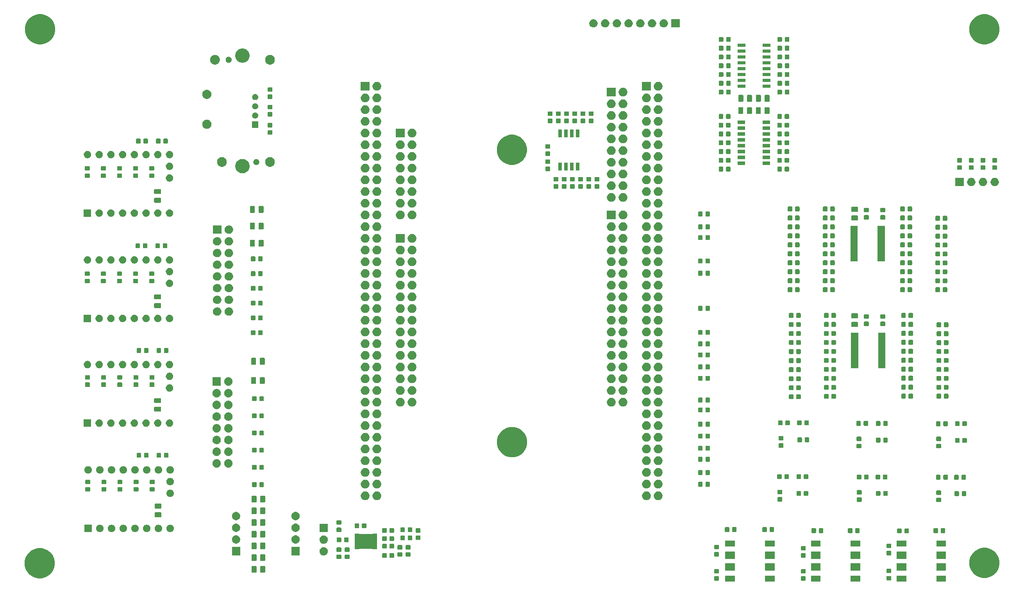
<source format=gbr>
G04 #@! TF.GenerationSoftware,KiCad,Pcbnew,(5.1.6)-1*
G04 #@! TF.CreationDate,2020-06-29T15:45:30-04:00*
G04 #@! TF.ProjectId,Pufferfish-Controller-1,50756666-6572-4666-9973-682d436f6e74,rev?*
G04 #@! TF.SameCoordinates,Original*
G04 #@! TF.FileFunction,Soldermask,Bot*
G04 #@! TF.FilePolarity,Negative*
%FSLAX46Y46*%
G04 Gerber Fmt 4.6, Leading zero omitted, Abs format (unit mm)*
G04 Created by KiCad (PCBNEW (5.1.6)-1) date 2020-06-29 15:45:30*
%MOMM*%
%LPD*%
G01*
G04 APERTURE LIST*
%ADD10C,0.100000*%
G04 APERTURE END LIST*
D10*
G36*
X320514000Y-306820000D02*
G01*
X318412000Y-306820000D01*
X318412000Y-305548000D01*
X320514000Y-305548000D01*
X320514000Y-306820000D01*
G37*
G36*
X311914000Y-306820000D02*
G01*
X309812000Y-306820000D01*
X309812000Y-305548000D01*
X311914000Y-305548000D01*
X311914000Y-306820000D01*
G37*
G36*
X293347000Y-306808000D02*
G01*
X291245000Y-306808000D01*
X291245000Y-305536000D01*
X293347000Y-305536000D01*
X293347000Y-306808000D01*
G37*
G36*
X301947000Y-306808000D02*
G01*
X299845000Y-306808000D01*
X299845000Y-305536000D01*
X301947000Y-305536000D01*
X301947000Y-306808000D01*
G37*
G36*
X339082000Y-306808000D02*
G01*
X336980000Y-306808000D01*
X336980000Y-305536000D01*
X339082000Y-305536000D01*
X339082000Y-306808000D01*
G37*
G36*
X330482000Y-306808000D02*
G01*
X328380000Y-306808000D01*
X328380000Y-305536000D01*
X330482000Y-305536000D01*
X330482000Y-306808000D01*
G37*
G36*
X308545591Y-305662085D02*
G01*
X308579569Y-305672393D01*
X308610890Y-305689134D01*
X308638339Y-305711661D01*
X308660866Y-305739110D01*
X308677607Y-305770431D01*
X308687915Y-305804409D01*
X308692000Y-305845890D01*
X308692000Y-306447110D01*
X308687915Y-306488591D01*
X308677607Y-306522569D01*
X308660866Y-306553890D01*
X308638339Y-306581339D01*
X308610890Y-306603866D01*
X308579569Y-306620607D01*
X308545591Y-306630915D01*
X308504110Y-306635000D01*
X307827890Y-306635000D01*
X307786409Y-306630915D01*
X307752431Y-306620607D01*
X307721110Y-306603866D01*
X307693661Y-306581339D01*
X307671134Y-306553890D01*
X307654393Y-306522569D01*
X307644085Y-306488591D01*
X307640000Y-306447110D01*
X307640000Y-305845890D01*
X307644085Y-305804409D01*
X307654393Y-305770431D01*
X307671134Y-305739110D01*
X307693661Y-305711661D01*
X307721110Y-305689134D01*
X307752431Y-305672393D01*
X307786409Y-305662085D01*
X307827890Y-305658000D01*
X308504110Y-305658000D01*
X308545591Y-305662085D01*
G37*
G36*
X289749591Y-305662085D02*
G01*
X289783569Y-305672393D01*
X289814890Y-305689134D01*
X289842339Y-305711661D01*
X289864866Y-305739110D01*
X289881607Y-305770431D01*
X289891915Y-305804409D01*
X289896000Y-305845890D01*
X289896000Y-306447110D01*
X289891915Y-306488591D01*
X289881607Y-306522569D01*
X289864866Y-306553890D01*
X289842339Y-306581339D01*
X289814890Y-306603866D01*
X289783569Y-306620607D01*
X289749591Y-306630915D01*
X289708110Y-306635000D01*
X289031890Y-306635000D01*
X288990409Y-306630915D01*
X288956431Y-306620607D01*
X288925110Y-306603866D01*
X288897661Y-306581339D01*
X288875134Y-306553890D01*
X288858393Y-306522569D01*
X288848085Y-306488591D01*
X288844000Y-306447110D01*
X288844000Y-305845890D01*
X288848085Y-305804409D01*
X288858393Y-305770431D01*
X288875134Y-305739110D01*
X288897661Y-305711661D01*
X288925110Y-305689134D01*
X288956431Y-305672393D01*
X288990409Y-305662085D01*
X289031890Y-305658000D01*
X289708110Y-305658000D01*
X289749591Y-305662085D01*
G37*
G36*
X327087591Y-305598085D02*
G01*
X327121569Y-305608393D01*
X327152890Y-305625134D01*
X327180339Y-305647661D01*
X327202866Y-305675110D01*
X327219607Y-305706431D01*
X327229915Y-305740409D01*
X327234000Y-305781890D01*
X327234000Y-306383110D01*
X327229915Y-306424591D01*
X327219607Y-306458569D01*
X327202866Y-306489890D01*
X327180339Y-306517339D01*
X327152890Y-306539866D01*
X327121569Y-306556607D01*
X327087591Y-306566915D01*
X327046110Y-306571000D01*
X326369890Y-306571000D01*
X326328409Y-306566915D01*
X326294431Y-306556607D01*
X326263110Y-306539866D01*
X326235661Y-306517339D01*
X326213134Y-306489890D01*
X326196393Y-306458569D01*
X326186085Y-306424591D01*
X326182000Y-306383110D01*
X326182000Y-305781890D01*
X326186085Y-305740409D01*
X326196393Y-305706431D01*
X326213134Y-305675110D01*
X326235661Y-305647661D01*
X326263110Y-305625134D01*
X326294431Y-305608393D01*
X326328409Y-305598085D01*
X326369890Y-305594000D01*
X327046110Y-305594000D01*
X327087591Y-305598085D01*
G37*
G36*
X143639748Y-299681317D02*
G01*
X144236050Y-299928314D01*
X144236052Y-299928315D01*
X144427146Y-300056000D01*
X144772710Y-300286898D01*
X145229102Y-300743290D01*
X145375964Y-300963085D01*
X145554706Y-301230591D01*
X145587686Y-301279950D01*
X145834683Y-301876252D01*
X145960600Y-302509282D01*
X145960600Y-303154718D01*
X145834683Y-303787748D01*
X145587686Y-304384050D01*
X145232991Y-304914890D01*
X145229101Y-304920711D01*
X144772711Y-305377101D01*
X144236052Y-305735685D01*
X144236051Y-305735686D01*
X144236050Y-305735686D01*
X143639748Y-305982683D01*
X143006718Y-306108600D01*
X142361282Y-306108600D01*
X141728252Y-305982683D01*
X141131950Y-305735686D01*
X141131949Y-305735686D01*
X141131948Y-305735685D01*
X140595289Y-305377101D01*
X140138899Y-304920711D01*
X140135010Y-304914890D01*
X139780314Y-304384050D01*
X139533317Y-303787748D01*
X139407400Y-303154718D01*
X139407400Y-302509282D01*
X139533317Y-301876252D01*
X139780314Y-301279950D01*
X139813295Y-301230591D01*
X139992036Y-300963085D01*
X140138898Y-300743290D01*
X140595290Y-300286898D01*
X140940854Y-300056000D01*
X141131948Y-299928315D01*
X141131950Y-299928314D01*
X141728252Y-299681317D01*
X142361282Y-299555400D01*
X143006718Y-299555400D01*
X143639748Y-299681317D01*
G37*
G36*
X348363748Y-299617317D02*
G01*
X348948189Y-299859401D01*
X348960052Y-299864315D01*
X349185323Y-300014836D01*
X349496710Y-300222898D01*
X349953102Y-300679290D01*
X350067567Y-300850599D01*
X350246850Y-301118915D01*
X350311686Y-301215950D01*
X350558683Y-301812252D01*
X350684600Y-302445282D01*
X350684600Y-303090718D01*
X350558683Y-303723748D01*
X350354951Y-304215599D01*
X350311685Y-304320052D01*
X350131177Y-304590201D01*
X349953102Y-304856710D01*
X349496710Y-305313102D01*
X349400927Y-305377102D01*
X348960052Y-305671685D01*
X348960051Y-305671686D01*
X348960050Y-305671686D01*
X348363748Y-305918683D01*
X347730718Y-306044600D01*
X347085282Y-306044600D01*
X346452252Y-305918683D01*
X345855950Y-305671686D01*
X345855949Y-305671686D01*
X345855948Y-305671685D01*
X345415073Y-305377102D01*
X345319290Y-305313102D01*
X344862898Y-304856710D01*
X344684823Y-304590201D01*
X344504315Y-304320052D01*
X344461049Y-304215599D01*
X344257317Y-303723748D01*
X344131400Y-303090718D01*
X344131400Y-302445282D01*
X344257317Y-301812252D01*
X344504314Y-301215950D01*
X344569151Y-301118915D01*
X344748433Y-300850599D01*
X344862898Y-300679290D01*
X345319290Y-300222898D01*
X345630677Y-300014836D01*
X345855948Y-299864315D01*
X345867811Y-299859401D01*
X346452252Y-299617317D01*
X347085282Y-299491400D01*
X347730718Y-299491400D01*
X348363748Y-299617317D01*
G37*
G36*
X289749591Y-304087085D02*
G01*
X289783569Y-304097393D01*
X289814890Y-304114134D01*
X289842339Y-304136661D01*
X289864866Y-304164110D01*
X289881607Y-304195431D01*
X289891915Y-304229409D01*
X289896000Y-304270890D01*
X289896000Y-304872110D01*
X289891915Y-304913591D01*
X289881607Y-304947569D01*
X289864866Y-304978890D01*
X289842339Y-305006339D01*
X289814890Y-305028866D01*
X289783569Y-305045607D01*
X289749591Y-305055915D01*
X289708110Y-305060000D01*
X289031890Y-305060000D01*
X288990409Y-305055915D01*
X288956431Y-305045607D01*
X288925110Y-305028866D01*
X288897661Y-305006339D01*
X288875134Y-304978890D01*
X288858393Y-304947569D01*
X288848085Y-304913591D01*
X288844000Y-304872110D01*
X288844000Y-304270890D01*
X288848085Y-304229409D01*
X288858393Y-304195431D01*
X288875134Y-304164110D01*
X288897661Y-304136661D01*
X288925110Y-304114134D01*
X288956431Y-304097393D01*
X288990409Y-304087085D01*
X289031890Y-304083000D01*
X289708110Y-304083000D01*
X289749591Y-304087085D01*
G37*
G36*
X308545591Y-304087085D02*
G01*
X308579569Y-304097393D01*
X308610890Y-304114134D01*
X308638339Y-304136661D01*
X308660866Y-304164110D01*
X308677607Y-304195431D01*
X308687915Y-304229409D01*
X308692000Y-304270890D01*
X308692000Y-304872110D01*
X308687915Y-304913591D01*
X308677607Y-304947569D01*
X308660866Y-304978890D01*
X308638339Y-305006339D01*
X308610890Y-305028866D01*
X308579569Y-305045607D01*
X308545591Y-305055915D01*
X308504110Y-305060000D01*
X307827890Y-305060000D01*
X307786409Y-305055915D01*
X307752431Y-305045607D01*
X307721110Y-305028866D01*
X307693661Y-305006339D01*
X307671134Y-304978890D01*
X307654393Y-304947569D01*
X307644085Y-304913591D01*
X307640000Y-304872110D01*
X307640000Y-304270890D01*
X307644085Y-304229409D01*
X307654393Y-304195431D01*
X307671134Y-304164110D01*
X307693661Y-304136661D01*
X307721110Y-304114134D01*
X307752431Y-304097393D01*
X307786409Y-304087085D01*
X307827890Y-304083000D01*
X308504110Y-304083000D01*
X308545591Y-304087085D01*
G37*
G36*
X327087591Y-304023085D02*
G01*
X327121569Y-304033393D01*
X327152890Y-304050134D01*
X327180339Y-304072661D01*
X327202866Y-304100110D01*
X327219607Y-304131431D01*
X327229915Y-304165409D01*
X327234000Y-304206890D01*
X327234000Y-304808110D01*
X327229915Y-304849591D01*
X327219607Y-304883569D01*
X327202866Y-304914890D01*
X327180339Y-304942339D01*
X327152890Y-304964866D01*
X327121569Y-304981607D01*
X327087591Y-304991915D01*
X327046110Y-304996000D01*
X326369890Y-304996000D01*
X326328409Y-304991915D01*
X326294431Y-304981607D01*
X326263110Y-304964866D01*
X326235661Y-304942339D01*
X326213134Y-304914890D01*
X326196393Y-304883569D01*
X326186085Y-304849591D01*
X326182000Y-304808110D01*
X326182000Y-304206890D01*
X326186085Y-304165409D01*
X326196393Y-304131431D01*
X326213134Y-304100110D01*
X326235661Y-304072661D01*
X326263110Y-304050134D01*
X326294431Y-304033393D01*
X326328409Y-304023085D01*
X326369890Y-304019000D01*
X327046110Y-304019000D01*
X327087591Y-304023085D01*
G37*
G36*
X189502468Y-303405565D02*
G01*
X189541138Y-303417296D01*
X189576777Y-303436346D01*
X189608017Y-303461983D01*
X189633654Y-303493223D01*
X189652704Y-303528862D01*
X189664435Y-303567532D01*
X189669000Y-303613888D01*
X189669000Y-304690112D01*
X189664435Y-304736468D01*
X189652704Y-304775138D01*
X189633654Y-304810777D01*
X189608017Y-304842017D01*
X189576777Y-304867654D01*
X189541138Y-304886704D01*
X189502468Y-304898435D01*
X189456112Y-304903000D01*
X188804888Y-304903000D01*
X188758532Y-304898435D01*
X188719862Y-304886704D01*
X188684223Y-304867654D01*
X188652983Y-304842017D01*
X188627346Y-304810777D01*
X188608296Y-304775138D01*
X188596565Y-304736468D01*
X188592000Y-304690112D01*
X188592000Y-303613888D01*
X188596565Y-303567532D01*
X188608296Y-303528862D01*
X188627346Y-303493223D01*
X188652983Y-303461983D01*
X188684223Y-303436346D01*
X188719862Y-303417296D01*
X188758532Y-303405565D01*
X188804888Y-303401000D01*
X189456112Y-303401000D01*
X189502468Y-303405565D01*
G37*
G36*
X191377468Y-303405565D02*
G01*
X191416138Y-303417296D01*
X191451777Y-303436346D01*
X191483017Y-303461983D01*
X191508654Y-303493223D01*
X191527704Y-303528862D01*
X191539435Y-303567532D01*
X191544000Y-303613888D01*
X191544000Y-304690112D01*
X191539435Y-304736468D01*
X191527704Y-304775138D01*
X191508654Y-304810777D01*
X191483017Y-304842017D01*
X191451777Y-304867654D01*
X191416138Y-304886704D01*
X191377468Y-304898435D01*
X191331112Y-304903000D01*
X190679888Y-304903000D01*
X190633532Y-304898435D01*
X190594862Y-304886704D01*
X190559223Y-304867654D01*
X190527983Y-304842017D01*
X190502346Y-304810777D01*
X190483296Y-304775138D01*
X190471565Y-304736468D01*
X190467000Y-304690112D01*
X190467000Y-303613888D01*
X190471565Y-303567532D01*
X190483296Y-303528862D01*
X190502346Y-303493223D01*
X190527983Y-303461983D01*
X190559223Y-303436346D01*
X190594862Y-303417296D01*
X190633532Y-303405565D01*
X190679888Y-303401000D01*
X191331112Y-303401000D01*
X191377468Y-303405565D01*
G37*
G36*
X320514000Y-304455000D02*
G01*
X318412000Y-304455000D01*
X318412000Y-302833000D01*
X320514000Y-302833000D01*
X320514000Y-304455000D01*
G37*
G36*
X311914000Y-304455000D02*
G01*
X309812000Y-304455000D01*
X309812000Y-302833000D01*
X311914000Y-302833000D01*
X311914000Y-304455000D01*
G37*
G36*
X293347000Y-304443000D02*
G01*
X291245000Y-304443000D01*
X291245000Y-302821000D01*
X293347000Y-302821000D01*
X293347000Y-304443000D01*
G37*
G36*
X301947000Y-304443000D02*
G01*
X299845000Y-304443000D01*
X299845000Y-302821000D01*
X301947000Y-302821000D01*
X301947000Y-304443000D01*
G37*
G36*
X339082000Y-304443000D02*
G01*
X336980000Y-304443000D01*
X336980000Y-302821000D01*
X339082000Y-302821000D01*
X339082000Y-304443000D01*
G37*
G36*
X330482000Y-304443000D02*
G01*
X328380000Y-304443000D01*
X328380000Y-302821000D01*
X330482000Y-302821000D01*
X330482000Y-304443000D01*
G37*
G36*
X191377468Y-300865565D02*
G01*
X191416138Y-300877296D01*
X191451777Y-300896346D01*
X191483017Y-300921983D01*
X191508654Y-300953223D01*
X191527704Y-300988862D01*
X191539435Y-301027532D01*
X191544000Y-301073888D01*
X191544000Y-302150112D01*
X191539435Y-302196468D01*
X191527704Y-302235138D01*
X191508654Y-302270777D01*
X191483017Y-302302017D01*
X191451777Y-302327654D01*
X191416138Y-302346704D01*
X191377468Y-302358435D01*
X191331112Y-302363000D01*
X190679888Y-302363000D01*
X190633532Y-302358435D01*
X190594862Y-302346704D01*
X190559223Y-302327654D01*
X190527983Y-302302017D01*
X190502346Y-302270777D01*
X190483296Y-302235138D01*
X190471565Y-302196468D01*
X190467000Y-302150112D01*
X190467000Y-301073888D01*
X190471565Y-301027532D01*
X190483296Y-300988862D01*
X190502346Y-300953223D01*
X190527983Y-300921983D01*
X190559223Y-300896346D01*
X190594862Y-300877296D01*
X190633532Y-300865565D01*
X190679888Y-300861000D01*
X191331112Y-300861000D01*
X191377468Y-300865565D01*
G37*
G36*
X189502468Y-300865565D02*
G01*
X189541138Y-300877296D01*
X189576777Y-300896346D01*
X189608017Y-300921983D01*
X189633654Y-300953223D01*
X189652704Y-300988862D01*
X189664435Y-301027532D01*
X189669000Y-301073888D01*
X189669000Y-302150112D01*
X189664435Y-302196468D01*
X189652704Y-302235138D01*
X189633654Y-302270777D01*
X189608017Y-302302017D01*
X189576777Y-302327654D01*
X189541138Y-302346704D01*
X189502468Y-302358435D01*
X189456112Y-302363000D01*
X188804888Y-302363000D01*
X188758532Y-302358435D01*
X188719862Y-302346704D01*
X188684223Y-302327654D01*
X188652983Y-302302017D01*
X188627346Y-302270777D01*
X188608296Y-302235138D01*
X188596565Y-302196468D01*
X188592000Y-302150112D01*
X188592000Y-301073888D01*
X188596565Y-301027532D01*
X188608296Y-300988862D01*
X188627346Y-300953223D01*
X188652983Y-300921983D01*
X188684223Y-300896346D01*
X188719862Y-300877296D01*
X188758532Y-300865565D01*
X188804888Y-300861000D01*
X189456112Y-300861000D01*
X189502468Y-300865565D01*
G37*
G36*
X209675591Y-300963085D02*
G01*
X209709569Y-300973393D01*
X209740890Y-300990134D01*
X209768339Y-301012661D01*
X209790866Y-301040110D01*
X209807607Y-301071431D01*
X209817915Y-301105409D01*
X209822000Y-301146890D01*
X209822000Y-301748110D01*
X209817915Y-301789591D01*
X209807607Y-301823569D01*
X209790866Y-301854890D01*
X209768339Y-301882339D01*
X209740890Y-301904866D01*
X209709569Y-301921607D01*
X209675591Y-301931915D01*
X209634110Y-301936000D01*
X208957890Y-301936000D01*
X208916409Y-301931915D01*
X208882431Y-301921607D01*
X208851110Y-301904866D01*
X208823661Y-301882339D01*
X208801134Y-301854890D01*
X208784393Y-301823569D01*
X208774085Y-301789591D01*
X208770000Y-301748110D01*
X208770000Y-301146890D01*
X208774085Y-301105409D01*
X208784393Y-301071431D01*
X208801134Y-301040110D01*
X208823661Y-301012661D01*
X208851110Y-300990134D01*
X208882431Y-300973393D01*
X208916409Y-300963085D01*
X208957890Y-300959000D01*
X209634110Y-300959000D01*
X209675591Y-300963085D01*
G37*
G36*
X207897591Y-300963085D02*
G01*
X207931569Y-300973393D01*
X207962890Y-300990134D01*
X207990339Y-301012661D01*
X208012866Y-301040110D01*
X208029607Y-301071431D01*
X208039915Y-301105409D01*
X208044000Y-301146890D01*
X208044000Y-301748110D01*
X208039915Y-301789591D01*
X208029607Y-301823569D01*
X208012866Y-301854890D01*
X207990339Y-301882339D01*
X207962890Y-301904866D01*
X207931569Y-301921607D01*
X207897591Y-301931915D01*
X207856110Y-301936000D01*
X207179890Y-301936000D01*
X207138409Y-301931915D01*
X207104431Y-301921607D01*
X207073110Y-301904866D01*
X207045661Y-301882339D01*
X207023134Y-301854890D01*
X207006393Y-301823569D01*
X206996085Y-301789591D01*
X206992000Y-301748110D01*
X206992000Y-301146890D01*
X206996085Y-301105409D01*
X207006393Y-301071431D01*
X207023134Y-301040110D01*
X207045661Y-301012661D01*
X207073110Y-300990134D01*
X207104431Y-300973393D01*
X207138409Y-300963085D01*
X207179890Y-300959000D01*
X207856110Y-300959000D01*
X207897591Y-300963085D01*
G37*
G36*
X311914000Y-301915000D02*
G01*
X309812000Y-301915000D01*
X309812000Y-300293000D01*
X311914000Y-300293000D01*
X311914000Y-301915000D01*
G37*
G36*
X320514000Y-301915000D02*
G01*
X318412000Y-301915000D01*
X318412000Y-300293000D01*
X320514000Y-300293000D01*
X320514000Y-301915000D01*
G37*
G36*
X293347000Y-301903000D02*
G01*
X291245000Y-301903000D01*
X291245000Y-300281000D01*
X293347000Y-300281000D01*
X293347000Y-301903000D01*
G37*
G36*
X301947000Y-301903000D02*
G01*
X299845000Y-301903000D01*
X299845000Y-300281000D01*
X301947000Y-300281000D01*
X301947000Y-301903000D01*
G37*
G36*
X339082000Y-301903000D02*
G01*
X336980000Y-301903000D01*
X336980000Y-300281000D01*
X339082000Y-300281000D01*
X339082000Y-301903000D01*
G37*
G36*
X330482000Y-301903000D02*
G01*
X328380000Y-301903000D01*
X328380000Y-300281000D01*
X330482000Y-300281000D01*
X330482000Y-301903000D01*
G37*
G36*
X217740591Y-300646085D02*
G01*
X217774569Y-300656393D01*
X217805890Y-300673134D01*
X217833339Y-300695661D01*
X217855866Y-300723110D01*
X217872607Y-300754431D01*
X217882915Y-300788409D01*
X217887000Y-300829890D01*
X217887000Y-301506110D01*
X217882915Y-301547591D01*
X217872607Y-301581569D01*
X217855866Y-301612890D01*
X217833339Y-301640339D01*
X217805890Y-301662866D01*
X217774569Y-301679607D01*
X217740591Y-301689915D01*
X217699110Y-301694000D01*
X217097890Y-301694000D01*
X217056409Y-301689915D01*
X217022431Y-301679607D01*
X216991110Y-301662866D01*
X216963661Y-301640339D01*
X216941134Y-301612890D01*
X216924393Y-301581569D01*
X216914085Y-301547591D01*
X216910000Y-301506110D01*
X216910000Y-300829890D01*
X216914085Y-300788409D01*
X216924393Y-300754431D01*
X216941134Y-300723110D01*
X216963661Y-300695661D01*
X216991110Y-300673134D01*
X217022431Y-300656393D01*
X217056409Y-300646085D01*
X217097890Y-300642000D01*
X217699110Y-300642000D01*
X217740591Y-300646085D01*
G37*
G36*
X219315591Y-300646085D02*
G01*
X219349569Y-300656393D01*
X219380890Y-300673134D01*
X219408339Y-300695661D01*
X219430866Y-300723110D01*
X219447607Y-300754431D01*
X219457915Y-300788409D01*
X219462000Y-300829890D01*
X219462000Y-301506110D01*
X219457915Y-301547591D01*
X219447607Y-301581569D01*
X219430866Y-301612890D01*
X219408339Y-301640339D01*
X219380890Y-301662866D01*
X219349569Y-301679607D01*
X219315591Y-301689915D01*
X219274110Y-301694000D01*
X218672890Y-301694000D01*
X218631409Y-301689915D01*
X218597431Y-301679607D01*
X218566110Y-301662866D01*
X218538661Y-301640339D01*
X218516134Y-301612890D01*
X218499393Y-301581569D01*
X218489085Y-301547591D01*
X218485000Y-301506110D01*
X218485000Y-300829890D01*
X218489085Y-300788409D01*
X218499393Y-300754431D01*
X218516134Y-300723110D01*
X218538661Y-300695661D01*
X218566110Y-300673134D01*
X218597431Y-300656393D01*
X218631409Y-300646085D01*
X218672890Y-300642000D01*
X219274110Y-300642000D01*
X219315591Y-300646085D01*
G37*
G36*
X308545591Y-300658085D02*
G01*
X308579569Y-300668393D01*
X308610890Y-300685134D01*
X308638339Y-300707661D01*
X308660866Y-300735110D01*
X308677607Y-300766431D01*
X308687915Y-300800409D01*
X308692000Y-300841890D01*
X308692000Y-301443110D01*
X308687915Y-301484591D01*
X308677607Y-301518569D01*
X308660866Y-301549890D01*
X308638339Y-301577339D01*
X308610890Y-301599866D01*
X308579569Y-301616607D01*
X308545591Y-301626915D01*
X308504110Y-301631000D01*
X307827890Y-301631000D01*
X307786409Y-301626915D01*
X307752431Y-301616607D01*
X307721110Y-301599866D01*
X307693661Y-301577339D01*
X307671134Y-301549890D01*
X307654393Y-301518569D01*
X307644085Y-301484591D01*
X307640000Y-301443110D01*
X307640000Y-300841890D01*
X307644085Y-300800409D01*
X307654393Y-300766431D01*
X307671134Y-300735110D01*
X307693661Y-300707661D01*
X307721110Y-300685134D01*
X307752431Y-300668393D01*
X307786409Y-300658085D01*
X307827890Y-300654000D01*
X308504110Y-300654000D01*
X308545591Y-300658085D01*
G37*
G36*
X222883591Y-300455085D02*
G01*
X222917569Y-300465393D01*
X222948890Y-300482134D01*
X222976339Y-300504661D01*
X222998866Y-300532110D01*
X223015607Y-300563431D01*
X223025915Y-300597409D01*
X223030000Y-300638890D01*
X223030000Y-301240110D01*
X223025915Y-301281591D01*
X223015607Y-301315569D01*
X222998866Y-301346890D01*
X222976339Y-301374339D01*
X222948890Y-301396866D01*
X222917569Y-301413607D01*
X222883591Y-301423915D01*
X222842110Y-301428000D01*
X222165890Y-301428000D01*
X222124409Y-301423915D01*
X222090431Y-301413607D01*
X222059110Y-301396866D01*
X222031661Y-301374339D01*
X222009134Y-301346890D01*
X221992393Y-301315569D01*
X221982085Y-301281591D01*
X221978000Y-301240110D01*
X221978000Y-300638890D01*
X221982085Y-300597409D01*
X221992393Y-300563431D01*
X222009134Y-300532110D01*
X222031661Y-300504661D01*
X222059110Y-300482134D01*
X222090431Y-300465393D01*
X222124409Y-300455085D01*
X222165890Y-300451000D01*
X222842110Y-300451000D01*
X222883591Y-300455085D01*
G37*
G36*
X221105591Y-300455085D02*
G01*
X221139569Y-300465393D01*
X221170890Y-300482134D01*
X221198339Y-300504661D01*
X221220866Y-300532110D01*
X221237607Y-300563431D01*
X221247915Y-300597409D01*
X221252000Y-300638890D01*
X221252000Y-301240110D01*
X221247915Y-301281591D01*
X221237607Y-301315569D01*
X221220866Y-301346890D01*
X221198339Y-301374339D01*
X221170890Y-301396866D01*
X221139569Y-301413607D01*
X221105591Y-301423915D01*
X221064110Y-301428000D01*
X220387890Y-301428000D01*
X220346409Y-301423915D01*
X220312431Y-301413607D01*
X220281110Y-301396866D01*
X220253661Y-301374339D01*
X220231134Y-301346890D01*
X220214393Y-301315569D01*
X220204085Y-301281591D01*
X220200000Y-301240110D01*
X220200000Y-300638890D01*
X220204085Y-300597409D01*
X220214393Y-300563431D01*
X220231134Y-300532110D01*
X220253661Y-300504661D01*
X220281110Y-300482134D01*
X220312431Y-300465393D01*
X220346409Y-300455085D01*
X220387890Y-300451000D01*
X221064110Y-300451000D01*
X221105591Y-300455085D01*
G37*
G36*
X289749591Y-300404085D02*
G01*
X289783569Y-300414393D01*
X289814890Y-300431134D01*
X289842339Y-300453661D01*
X289864866Y-300481110D01*
X289881607Y-300512431D01*
X289891915Y-300546409D01*
X289896000Y-300587890D01*
X289896000Y-301189110D01*
X289891915Y-301230591D01*
X289881607Y-301264569D01*
X289864866Y-301295890D01*
X289842339Y-301323339D01*
X289814890Y-301345866D01*
X289783569Y-301362607D01*
X289749591Y-301372915D01*
X289708110Y-301377000D01*
X289031890Y-301377000D01*
X288990409Y-301372915D01*
X288956431Y-301362607D01*
X288925110Y-301345866D01*
X288897661Y-301323339D01*
X288875134Y-301295890D01*
X288858393Y-301264569D01*
X288848085Y-301230591D01*
X288844000Y-301189110D01*
X288844000Y-300587890D01*
X288848085Y-300546409D01*
X288858393Y-300512431D01*
X288875134Y-300481110D01*
X288897661Y-300453661D01*
X288925110Y-300431134D01*
X288956431Y-300414393D01*
X288990409Y-300404085D01*
X289031890Y-300400000D01*
X289708110Y-300400000D01*
X289749591Y-300404085D01*
G37*
G36*
X204317012Y-299344427D02*
G01*
X204466312Y-299374124D01*
X204630284Y-299442044D01*
X204777854Y-299540647D01*
X204903353Y-299666146D01*
X205001956Y-299813716D01*
X205069876Y-299977688D01*
X205097536Y-300116750D01*
X205103355Y-300146000D01*
X205104500Y-300151759D01*
X205104500Y-300329241D01*
X205069876Y-300503312D01*
X205001956Y-300667284D01*
X204903353Y-300814854D01*
X204777854Y-300940353D01*
X204630284Y-301038956D01*
X204466312Y-301106876D01*
X204336231Y-301132750D01*
X204292242Y-301141500D01*
X204114758Y-301141500D01*
X204070769Y-301132750D01*
X203940688Y-301106876D01*
X203776716Y-301038956D01*
X203629146Y-300940353D01*
X203503647Y-300814854D01*
X203405044Y-300667284D01*
X203337124Y-300503312D01*
X203302500Y-300329241D01*
X203302500Y-300151759D01*
X203303646Y-300146000D01*
X203309464Y-300116750D01*
X203337124Y-299977688D01*
X203405044Y-299813716D01*
X203503647Y-299666146D01*
X203629146Y-299540647D01*
X203776716Y-299442044D01*
X203940688Y-299374124D01*
X204089988Y-299344427D01*
X204114758Y-299339500D01*
X204292242Y-299339500D01*
X204317012Y-299344427D01*
G37*
G36*
X327087591Y-300150085D02*
G01*
X327121569Y-300160393D01*
X327152890Y-300177134D01*
X327180339Y-300199661D01*
X327202866Y-300227110D01*
X327219607Y-300258431D01*
X327229915Y-300292409D01*
X327234000Y-300333890D01*
X327234000Y-300935110D01*
X327229915Y-300976591D01*
X327219607Y-301010569D01*
X327202866Y-301041890D01*
X327180339Y-301069339D01*
X327152890Y-301091866D01*
X327121569Y-301108607D01*
X327087591Y-301118915D01*
X327046110Y-301123000D01*
X326369890Y-301123000D01*
X326328409Y-301118915D01*
X326294431Y-301108607D01*
X326263110Y-301091866D01*
X326235661Y-301069339D01*
X326213134Y-301041890D01*
X326196393Y-301010569D01*
X326186085Y-300976591D01*
X326182000Y-300935110D01*
X326182000Y-300333890D01*
X326186085Y-300292409D01*
X326196393Y-300258431D01*
X326213134Y-300227110D01*
X326235661Y-300199661D01*
X326263110Y-300177134D01*
X326294431Y-300160393D01*
X326328409Y-300150085D01*
X326369890Y-300146000D01*
X327046110Y-300146000D01*
X327087591Y-300150085D01*
G37*
G36*
X186130500Y-301116500D02*
G01*
X184328500Y-301116500D01*
X184328500Y-299314500D01*
X186130500Y-299314500D01*
X186130500Y-301116500D01*
G37*
G36*
X199020500Y-301116500D02*
G01*
X197218500Y-301116500D01*
X197218500Y-299314500D01*
X199020500Y-299314500D01*
X199020500Y-301116500D01*
G37*
G36*
X209675591Y-299388085D02*
G01*
X209709569Y-299398393D01*
X209740890Y-299415134D01*
X209768339Y-299437661D01*
X209790866Y-299465110D01*
X209807607Y-299496431D01*
X209817915Y-299530409D01*
X209822000Y-299571890D01*
X209822000Y-300173110D01*
X209817915Y-300214591D01*
X209807607Y-300248569D01*
X209790866Y-300279890D01*
X209768339Y-300307339D01*
X209740890Y-300329866D01*
X209709569Y-300346607D01*
X209675591Y-300356915D01*
X209634110Y-300361000D01*
X208957890Y-300361000D01*
X208916409Y-300356915D01*
X208882431Y-300346607D01*
X208851110Y-300329866D01*
X208823661Y-300307339D01*
X208801134Y-300279890D01*
X208784393Y-300248569D01*
X208774085Y-300214591D01*
X208770000Y-300173110D01*
X208770000Y-299571890D01*
X208774085Y-299530409D01*
X208784393Y-299496431D01*
X208801134Y-299465110D01*
X208823661Y-299437661D01*
X208851110Y-299415134D01*
X208882431Y-299398393D01*
X208916409Y-299388085D01*
X208957890Y-299384000D01*
X209634110Y-299384000D01*
X209675591Y-299388085D01*
G37*
G36*
X207897591Y-299388085D02*
G01*
X207931569Y-299398393D01*
X207962890Y-299415134D01*
X207990339Y-299437661D01*
X208012866Y-299465110D01*
X208029607Y-299496431D01*
X208039915Y-299530409D01*
X208044000Y-299571890D01*
X208044000Y-300173110D01*
X208039915Y-300214591D01*
X208029607Y-300248569D01*
X208012866Y-300279890D01*
X207990339Y-300307339D01*
X207962890Y-300329866D01*
X207931569Y-300346607D01*
X207897591Y-300356915D01*
X207856110Y-300361000D01*
X207179890Y-300361000D01*
X207138409Y-300356915D01*
X207104431Y-300346607D01*
X207073110Y-300329866D01*
X207045661Y-300307339D01*
X207023134Y-300279890D01*
X207006393Y-300248569D01*
X206996085Y-300214591D01*
X206992000Y-300173110D01*
X206992000Y-299571890D01*
X206996085Y-299530409D01*
X207006393Y-299496431D01*
X207023134Y-299465110D01*
X207045661Y-299437661D01*
X207073110Y-299415134D01*
X207104431Y-299398393D01*
X207138409Y-299388085D01*
X207179890Y-299384000D01*
X207856110Y-299384000D01*
X207897591Y-299388085D01*
G37*
G36*
X308545591Y-299083085D02*
G01*
X308579569Y-299093393D01*
X308610890Y-299110134D01*
X308638339Y-299132661D01*
X308660866Y-299160110D01*
X308677607Y-299191431D01*
X308687915Y-299225409D01*
X308692000Y-299266890D01*
X308692000Y-299868110D01*
X308687915Y-299909591D01*
X308677607Y-299943569D01*
X308660866Y-299974890D01*
X308638339Y-300002339D01*
X308610890Y-300024866D01*
X308579569Y-300041607D01*
X308545591Y-300051915D01*
X308504110Y-300056000D01*
X307827890Y-300056000D01*
X307786409Y-300051915D01*
X307752431Y-300041607D01*
X307721110Y-300024866D01*
X307693661Y-300002339D01*
X307671134Y-299974890D01*
X307654393Y-299943569D01*
X307644085Y-299909591D01*
X307640000Y-299868110D01*
X307640000Y-299266890D01*
X307644085Y-299225409D01*
X307654393Y-299191431D01*
X307671134Y-299160110D01*
X307693661Y-299132661D01*
X307721110Y-299110134D01*
X307752431Y-299093393D01*
X307786409Y-299083085D01*
X307827890Y-299079000D01*
X308504110Y-299079000D01*
X308545591Y-299083085D01*
G37*
G36*
X221105591Y-298880085D02*
G01*
X221139569Y-298890393D01*
X221170890Y-298907134D01*
X221198339Y-298929661D01*
X221220866Y-298957110D01*
X221237607Y-298988431D01*
X221247915Y-299022409D01*
X221252000Y-299063890D01*
X221252000Y-299665110D01*
X221247915Y-299706591D01*
X221237607Y-299740569D01*
X221220866Y-299771890D01*
X221198339Y-299799339D01*
X221170890Y-299821866D01*
X221139569Y-299838607D01*
X221105591Y-299848915D01*
X221064110Y-299853000D01*
X220387890Y-299853000D01*
X220346409Y-299848915D01*
X220312431Y-299838607D01*
X220281110Y-299821866D01*
X220253661Y-299799339D01*
X220231134Y-299771890D01*
X220214393Y-299740569D01*
X220204085Y-299706591D01*
X220200000Y-299665110D01*
X220200000Y-299063890D01*
X220204085Y-299022409D01*
X220214393Y-298988431D01*
X220231134Y-298957110D01*
X220253661Y-298929661D01*
X220281110Y-298907134D01*
X220312431Y-298890393D01*
X220346409Y-298880085D01*
X220387890Y-298876000D01*
X221064110Y-298876000D01*
X221105591Y-298880085D01*
G37*
G36*
X222883591Y-298880085D02*
G01*
X222917569Y-298890393D01*
X222948890Y-298907134D01*
X222976339Y-298929661D01*
X222998866Y-298957110D01*
X223015607Y-298988431D01*
X223025915Y-299022409D01*
X223030000Y-299063890D01*
X223030000Y-299665110D01*
X223025915Y-299706591D01*
X223015607Y-299740569D01*
X222998866Y-299771890D01*
X222976339Y-299799339D01*
X222948890Y-299821866D01*
X222917569Y-299838607D01*
X222883591Y-299848915D01*
X222842110Y-299853000D01*
X222165890Y-299853000D01*
X222124409Y-299848915D01*
X222090431Y-299838607D01*
X222059110Y-299821866D01*
X222031661Y-299799339D01*
X222009134Y-299771890D01*
X221992393Y-299740569D01*
X221982085Y-299706591D01*
X221978000Y-299665110D01*
X221978000Y-299063890D01*
X221982085Y-299022409D01*
X221992393Y-298988431D01*
X222009134Y-298957110D01*
X222031661Y-298929661D01*
X222059110Y-298907134D01*
X222090431Y-298890393D01*
X222124409Y-298880085D01*
X222165890Y-298876000D01*
X222842110Y-298876000D01*
X222883591Y-298880085D01*
G37*
G36*
X189502468Y-298325565D02*
G01*
X189541138Y-298337296D01*
X189576777Y-298356346D01*
X189608017Y-298381983D01*
X189633654Y-298413223D01*
X189652704Y-298448862D01*
X189664435Y-298487532D01*
X189669000Y-298533888D01*
X189669000Y-299610112D01*
X189664435Y-299656468D01*
X189652704Y-299695138D01*
X189633654Y-299730777D01*
X189608017Y-299762017D01*
X189576777Y-299787654D01*
X189541138Y-299806704D01*
X189502468Y-299818435D01*
X189456112Y-299823000D01*
X188804888Y-299823000D01*
X188758532Y-299818435D01*
X188719862Y-299806704D01*
X188684223Y-299787654D01*
X188652983Y-299762017D01*
X188627346Y-299730777D01*
X188608296Y-299695138D01*
X188596565Y-299656468D01*
X188592000Y-299610112D01*
X188592000Y-298533888D01*
X188596565Y-298487532D01*
X188608296Y-298448862D01*
X188627346Y-298413223D01*
X188652983Y-298381983D01*
X188684223Y-298356346D01*
X188719862Y-298337296D01*
X188758532Y-298325565D01*
X188804888Y-298321000D01*
X189456112Y-298321000D01*
X189502468Y-298325565D01*
G37*
G36*
X191377468Y-298325565D02*
G01*
X191416138Y-298337296D01*
X191451777Y-298356346D01*
X191483017Y-298381983D01*
X191508654Y-298413223D01*
X191527704Y-298448862D01*
X191539435Y-298487532D01*
X191544000Y-298533888D01*
X191544000Y-299610112D01*
X191539435Y-299656468D01*
X191527704Y-299695138D01*
X191508654Y-299730777D01*
X191483017Y-299762017D01*
X191451777Y-299787654D01*
X191416138Y-299806704D01*
X191377468Y-299818435D01*
X191331112Y-299823000D01*
X190679888Y-299823000D01*
X190633532Y-299818435D01*
X190594862Y-299806704D01*
X190559223Y-299787654D01*
X190527983Y-299762017D01*
X190502346Y-299730777D01*
X190483296Y-299695138D01*
X190471565Y-299656468D01*
X190467000Y-299610112D01*
X190467000Y-298533888D01*
X190471565Y-298487532D01*
X190483296Y-298448862D01*
X190502346Y-298413223D01*
X190527983Y-298381983D01*
X190559223Y-298356346D01*
X190594862Y-298337296D01*
X190633532Y-298325565D01*
X190679888Y-298321000D01*
X191331112Y-298321000D01*
X191377468Y-298325565D01*
G37*
G36*
X211895515Y-296441837D02*
G01*
X211907066Y-296463448D01*
X211922611Y-296482390D01*
X211941553Y-296497935D01*
X211963164Y-296509486D01*
X211986613Y-296516599D01*
X212010999Y-296519001D01*
X214709001Y-296519001D01*
X214733387Y-296516599D01*
X214756836Y-296509486D01*
X214778447Y-296497935D01*
X214797389Y-296482390D01*
X214812934Y-296463448D01*
X214824485Y-296441837D01*
X214831412Y-296419000D01*
X215786000Y-296419000D01*
X215786000Y-299821000D01*
X214831412Y-299821000D01*
X214824485Y-299798163D01*
X214812934Y-299776552D01*
X214797389Y-299757610D01*
X214778447Y-299742065D01*
X214756836Y-299730514D01*
X214733387Y-299723401D01*
X214709001Y-299720999D01*
X212010999Y-299720999D01*
X211986613Y-299723401D01*
X211963164Y-299730514D01*
X211941553Y-299742065D01*
X211922611Y-299757610D01*
X211907066Y-299776552D01*
X211895515Y-299798163D01*
X211888588Y-299821000D01*
X210934000Y-299821000D01*
X210934000Y-296419000D01*
X211888588Y-296419000D01*
X211895515Y-296441837D01*
G37*
G36*
X289749591Y-298829085D02*
G01*
X289783569Y-298839393D01*
X289814890Y-298856134D01*
X289842339Y-298878661D01*
X289864866Y-298906110D01*
X289881607Y-298937431D01*
X289891915Y-298971409D01*
X289896000Y-299012890D01*
X289896000Y-299614110D01*
X289891915Y-299655591D01*
X289881607Y-299689569D01*
X289864866Y-299720890D01*
X289842339Y-299748339D01*
X289814890Y-299770866D01*
X289783569Y-299787607D01*
X289749591Y-299797915D01*
X289708110Y-299802000D01*
X289031890Y-299802000D01*
X288990409Y-299797915D01*
X288956431Y-299787607D01*
X288925110Y-299770866D01*
X288897661Y-299748339D01*
X288875134Y-299720890D01*
X288858393Y-299689569D01*
X288848085Y-299655591D01*
X288844000Y-299614110D01*
X288844000Y-299012890D01*
X288848085Y-298971409D01*
X288858393Y-298937431D01*
X288875134Y-298906110D01*
X288897661Y-298878661D01*
X288925110Y-298856134D01*
X288956431Y-298839393D01*
X288990409Y-298829085D01*
X289031890Y-298825000D01*
X289708110Y-298825000D01*
X289749591Y-298829085D01*
G37*
G36*
X217740591Y-298614085D02*
G01*
X217774569Y-298624393D01*
X217805890Y-298641134D01*
X217833339Y-298663661D01*
X217855866Y-298691110D01*
X217872607Y-298722431D01*
X217882915Y-298756409D01*
X217887000Y-298797890D01*
X217887000Y-299474110D01*
X217882915Y-299515591D01*
X217872607Y-299549569D01*
X217855866Y-299580890D01*
X217833339Y-299608339D01*
X217805890Y-299630866D01*
X217774569Y-299647607D01*
X217740591Y-299657915D01*
X217699110Y-299662000D01*
X217097890Y-299662000D01*
X217056409Y-299657915D01*
X217022431Y-299647607D01*
X216991110Y-299630866D01*
X216963661Y-299608339D01*
X216941134Y-299580890D01*
X216924393Y-299549569D01*
X216914085Y-299515591D01*
X216910000Y-299474110D01*
X216910000Y-298797890D01*
X216914085Y-298756409D01*
X216924393Y-298722431D01*
X216941134Y-298691110D01*
X216963661Y-298663661D01*
X216991110Y-298641134D01*
X217022431Y-298624393D01*
X217056409Y-298614085D01*
X217097890Y-298610000D01*
X217699110Y-298610000D01*
X217740591Y-298614085D01*
G37*
G36*
X219315591Y-298614085D02*
G01*
X219349569Y-298624393D01*
X219380890Y-298641134D01*
X219408339Y-298663661D01*
X219430866Y-298691110D01*
X219447607Y-298722431D01*
X219457915Y-298756409D01*
X219462000Y-298797890D01*
X219462000Y-299474110D01*
X219457915Y-299515591D01*
X219447607Y-299549569D01*
X219430866Y-299580890D01*
X219408339Y-299608339D01*
X219380890Y-299630866D01*
X219349569Y-299647607D01*
X219315591Y-299657915D01*
X219274110Y-299662000D01*
X218672890Y-299662000D01*
X218631409Y-299657915D01*
X218597431Y-299647607D01*
X218566110Y-299630866D01*
X218538661Y-299608339D01*
X218516134Y-299580890D01*
X218499393Y-299549569D01*
X218489085Y-299515591D01*
X218485000Y-299474110D01*
X218485000Y-298797890D01*
X218489085Y-298756409D01*
X218499393Y-298722431D01*
X218516134Y-298691110D01*
X218538661Y-298663661D01*
X218566110Y-298641134D01*
X218597431Y-298624393D01*
X218631409Y-298614085D01*
X218672890Y-298610000D01*
X219274110Y-298610000D01*
X219315591Y-298614085D01*
G37*
G36*
X327087591Y-298575085D02*
G01*
X327121569Y-298585393D01*
X327152890Y-298602134D01*
X327180339Y-298624661D01*
X327202866Y-298652110D01*
X327219607Y-298683431D01*
X327229915Y-298717409D01*
X327234000Y-298758890D01*
X327234000Y-299360110D01*
X327229915Y-299401591D01*
X327219607Y-299435569D01*
X327202866Y-299466890D01*
X327180339Y-299494339D01*
X327152890Y-299516866D01*
X327121569Y-299533607D01*
X327087591Y-299543915D01*
X327046110Y-299548000D01*
X326369890Y-299548000D01*
X326328409Y-299543915D01*
X326294431Y-299533607D01*
X326263110Y-299516866D01*
X326235661Y-299494339D01*
X326213134Y-299466890D01*
X326196393Y-299435569D01*
X326186085Y-299401591D01*
X326182000Y-299360110D01*
X326182000Y-298758890D01*
X326186085Y-298717409D01*
X326196393Y-298683431D01*
X326213134Y-298652110D01*
X326235661Y-298624661D01*
X326263110Y-298602134D01*
X326294431Y-298585393D01*
X326328409Y-298575085D01*
X326369890Y-298571000D01*
X327046110Y-298571000D01*
X327087591Y-298575085D01*
G37*
G36*
X320514000Y-299200000D02*
G01*
X318412000Y-299200000D01*
X318412000Y-297928000D01*
X320514000Y-297928000D01*
X320514000Y-299200000D01*
G37*
G36*
X311914000Y-299200000D02*
G01*
X309812000Y-299200000D01*
X309812000Y-297928000D01*
X311914000Y-297928000D01*
X311914000Y-299200000D01*
G37*
G36*
X330482000Y-299188000D02*
G01*
X328380000Y-299188000D01*
X328380000Y-297916000D01*
X330482000Y-297916000D01*
X330482000Y-299188000D01*
G37*
G36*
X339082000Y-299188000D02*
G01*
X336980000Y-299188000D01*
X336980000Y-297916000D01*
X339082000Y-297916000D01*
X339082000Y-299188000D01*
G37*
G36*
X301947000Y-299188000D02*
G01*
X299845000Y-299188000D01*
X299845000Y-297916000D01*
X301947000Y-297916000D01*
X301947000Y-299188000D01*
G37*
G36*
X293347000Y-299188000D02*
G01*
X291245000Y-299188000D01*
X291245000Y-297916000D01*
X293347000Y-297916000D01*
X293347000Y-299188000D01*
G37*
G36*
X204317012Y-296804427D02*
G01*
X204466312Y-296834124D01*
X204630284Y-296902044D01*
X204777854Y-297000647D01*
X204903353Y-297126146D01*
X205001956Y-297273716D01*
X205069876Y-297437688D01*
X205104500Y-297611759D01*
X205104500Y-297789241D01*
X205069876Y-297963312D01*
X205001956Y-298127284D01*
X204903353Y-298274854D01*
X204777854Y-298400353D01*
X204630284Y-298498956D01*
X204466312Y-298566876D01*
X204317012Y-298596573D01*
X204292242Y-298601500D01*
X204114758Y-298601500D01*
X204089988Y-298596573D01*
X203940688Y-298566876D01*
X203776716Y-298498956D01*
X203629146Y-298400353D01*
X203503647Y-298274854D01*
X203405044Y-298127284D01*
X203337124Y-297963312D01*
X203302500Y-297789241D01*
X203302500Y-297611759D01*
X203337124Y-297437688D01*
X203405044Y-297273716D01*
X203503647Y-297126146D01*
X203629146Y-297000647D01*
X203776716Y-296902044D01*
X203940688Y-296834124D01*
X204089988Y-296804427D01*
X204114758Y-296799500D01*
X204292242Y-296799500D01*
X204317012Y-296804427D01*
G37*
G36*
X198233012Y-296779427D02*
G01*
X198382312Y-296809124D01*
X198546284Y-296877044D01*
X198693854Y-296975647D01*
X198819353Y-297101146D01*
X198917956Y-297248716D01*
X198985876Y-297412688D01*
X199013536Y-297551750D01*
X199020500Y-297586758D01*
X199020500Y-297764242D01*
X199018271Y-297775448D01*
X198985876Y-297938312D01*
X198917956Y-298102284D01*
X198819353Y-298249854D01*
X198693854Y-298375353D01*
X198546284Y-298473956D01*
X198382312Y-298541876D01*
X198235892Y-298571000D01*
X198208242Y-298576500D01*
X198030758Y-298576500D01*
X198003108Y-298571000D01*
X197856688Y-298541876D01*
X197692716Y-298473956D01*
X197545146Y-298375353D01*
X197419647Y-298249854D01*
X197321044Y-298102284D01*
X197253124Y-297938312D01*
X197220729Y-297775448D01*
X197218500Y-297764242D01*
X197218500Y-297586758D01*
X197225464Y-297551750D01*
X197253124Y-297412688D01*
X197321044Y-297248716D01*
X197419647Y-297101146D01*
X197545146Y-296975647D01*
X197692716Y-296877044D01*
X197856688Y-296809124D01*
X198005988Y-296779427D01*
X198030758Y-296774500D01*
X198208242Y-296774500D01*
X198233012Y-296779427D01*
G37*
G36*
X185343012Y-296779427D02*
G01*
X185492312Y-296809124D01*
X185656284Y-296877044D01*
X185803854Y-296975647D01*
X185929353Y-297101146D01*
X186027956Y-297248716D01*
X186095876Y-297412688D01*
X186123536Y-297551750D01*
X186130500Y-297586758D01*
X186130500Y-297764242D01*
X186128271Y-297775448D01*
X186095876Y-297938312D01*
X186027956Y-298102284D01*
X185929353Y-298249854D01*
X185803854Y-298375353D01*
X185656284Y-298473956D01*
X185492312Y-298541876D01*
X185345892Y-298571000D01*
X185318242Y-298576500D01*
X185140758Y-298576500D01*
X185113108Y-298571000D01*
X184966688Y-298541876D01*
X184802716Y-298473956D01*
X184655146Y-298375353D01*
X184529647Y-298249854D01*
X184431044Y-298102284D01*
X184363124Y-297938312D01*
X184330729Y-297775448D01*
X184328500Y-297764242D01*
X184328500Y-297586758D01*
X184335464Y-297551750D01*
X184363124Y-297412688D01*
X184431044Y-297248716D01*
X184529647Y-297101146D01*
X184655146Y-296975647D01*
X184802716Y-296877044D01*
X184966688Y-296809124D01*
X185115988Y-296779427D01*
X185140758Y-296774500D01*
X185318242Y-296774500D01*
X185343012Y-296779427D01*
G37*
G36*
X209460591Y-297217085D02*
G01*
X209494569Y-297227393D01*
X209525890Y-297244134D01*
X209553339Y-297266661D01*
X209575866Y-297294110D01*
X209592607Y-297325431D01*
X209602915Y-297359409D01*
X209607000Y-297400890D01*
X209607000Y-298077110D01*
X209602915Y-298118591D01*
X209592607Y-298152569D01*
X209575866Y-298183890D01*
X209553339Y-298211339D01*
X209525890Y-298233866D01*
X209494569Y-298250607D01*
X209460591Y-298260915D01*
X209419110Y-298265000D01*
X208817890Y-298265000D01*
X208776409Y-298260915D01*
X208742431Y-298250607D01*
X208711110Y-298233866D01*
X208683661Y-298211339D01*
X208661134Y-298183890D01*
X208644393Y-298152569D01*
X208634085Y-298118591D01*
X208630000Y-298077110D01*
X208630000Y-297400890D01*
X208634085Y-297359409D01*
X208644393Y-297325431D01*
X208661134Y-297294110D01*
X208683661Y-297266661D01*
X208711110Y-297244134D01*
X208742431Y-297227393D01*
X208776409Y-297217085D01*
X208817890Y-297213000D01*
X209419110Y-297213000D01*
X209460591Y-297217085D01*
G37*
G36*
X207885591Y-297217085D02*
G01*
X207919569Y-297227393D01*
X207950890Y-297244134D01*
X207978339Y-297266661D01*
X208000866Y-297294110D01*
X208017607Y-297325431D01*
X208027915Y-297359409D01*
X208032000Y-297400890D01*
X208032000Y-298077110D01*
X208027915Y-298118591D01*
X208017607Y-298152569D01*
X208000866Y-298183890D01*
X207978339Y-298211339D01*
X207950890Y-298233866D01*
X207919569Y-298250607D01*
X207885591Y-298260915D01*
X207844110Y-298265000D01*
X207242890Y-298265000D01*
X207201409Y-298260915D01*
X207167431Y-298250607D01*
X207136110Y-298233866D01*
X207108661Y-298211339D01*
X207086134Y-298183890D01*
X207069393Y-298152569D01*
X207059085Y-298118591D01*
X207055000Y-298077110D01*
X207055000Y-297400890D01*
X207059085Y-297359409D01*
X207069393Y-297325431D01*
X207086134Y-297294110D01*
X207108661Y-297266661D01*
X207136110Y-297244134D01*
X207167431Y-297227393D01*
X207201409Y-297217085D01*
X207242890Y-297213000D01*
X207844110Y-297213000D01*
X207885591Y-297217085D01*
G37*
G36*
X219315591Y-296963085D02*
G01*
X219349569Y-296973393D01*
X219380890Y-296990134D01*
X219408339Y-297012661D01*
X219430866Y-297040110D01*
X219447607Y-297071431D01*
X219457915Y-297105409D01*
X219462000Y-297146890D01*
X219462000Y-297823110D01*
X219457915Y-297864591D01*
X219447607Y-297898569D01*
X219430866Y-297929890D01*
X219408339Y-297957339D01*
X219380890Y-297979866D01*
X219349569Y-297996607D01*
X219315591Y-298006915D01*
X219274110Y-298011000D01*
X218672890Y-298011000D01*
X218631409Y-298006915D01*
X218597431Y-297996607D01*
X218566110Y-297979866D01*
X218538661Y-297957339D01*
X218516134Y-297929890D01*
X218499393Y-297898569D01*
X218489085Y-297864591D01*
X218485000Y-297823110D01*
X218485000Y-297146890D01*
X218489085Y-297105409D01*
X218499393Y-297071431D01*
X218516134Y-297040110D01*
X218538661Y-297012661D01*
X218566110Y-296990134D01*
X218597431Y-296973393D01*
X218631409Y-296963085D01*
X218672890Y-296959000D01*
X219274110Y-296959000D01*
X219315591Y-296963085D01*
G37*
G36*
X217740591Y-296963085D02*
G01*
X217774569Y-296973393D01*
X217805890Y-296990134D01*
X217833339Y-297012661D01*
X217855866Y-297040110D01*
X217872607Y-297071431D01*
X217882915Y-297105409D01*
X217887000Y-297146890D01*
X217887000Y-297823110D01*
X217882915Y-297864591D01*
X217872607Y-297898569D01*
X217855866Y-297929890D01*
X217833339Y-297957339D01*
X217805890Y-297979866D01*
X217774569Y-297996607D01*
X217740591Y-298006915D01*
X217699110Y-298011000D01*
X217097890Y-298011000D01*
X217056409Y-298006915D01*
X217022431Y-297996607D01*
X216991110Y-297979866D01*
X216963661Y-297957339D01*
X216941134Y-297929890D01*
X216924393Y-297898569D01*
X216914085Y-297864591D01*
X216910000Y-297823110D01*
X216910000Y-297146890D01*
X216914085Y-297105409D01*
X216924393Y-297071431D01*
X216941134Y-297040110D01*
X216963661Y-297012661D01*
X216991110Y-296990134D01*
X217022431Y-296973393D01*
X217056409Y-296963085D01*
X217097890Y-296959000D01*
X217699110Y-296959000D01*
X217740591Y-296963085D01*
G37*
G36*
X223252591Y-296836085D02*
G01*
X223286569Y-296846393D01*
X223317890Y-296863134D01*
X223345339Y-296885661D01*
X223367866Y-296913110D01*
X223384607Y-296944431D01*
X223394915Y-296978409D01*
X223399000Y-297019890D01*
X223399000Y-297696110D01*
X223394915Y-297737591D01*
X223384607Y-297771569D01*
X223367866Y-297802890D01*
X223345339Y-297830339D01*
X223317890Y-297852866D01*
X223286569Y-297869607D01*
X223252591Y-297879915D01*
X223211110Y-297884000D01*
X222609890Y-297884000D01*
X222568409Y-297879915D01*
X222534431Y-297869607D01*
X222503110Y-297852866D01*
X222475661Y-297830339D01*
X222453134Y-297802890D01*
X222436393Y-297771569D01*
X222426085Y-297737591D01*
X222422000Y-297696110D01*
X222422000Y-297019890D01*
X222426085Y-296978409D01*
X222436393Y-296944431D01*
X222453134Y-296913110D01*
X222475661Y-296885661D01*
X222503110Y-296863134D01*
X222534431Y-296846393D01*
X222568409Y-296836085D01*
X222609890Y-296832000D01*
X223211110Y-296832000D01*
X223252591Y-296836085D01*
G37*
G36*
X221677591Y-296836085D02*
G01*
X221711569Y-296846393D01*
X221742890Y-296863134D01*
X221770339Y-296885661D01*
X221792866Y-296913110D01*
X221809607Y-296944431D01*
X221819915Y-296978409D01*
X221824000Y-297019890D01*
X221824000Y-297696110D01*
X221819915Y-297737591D01*
X221809607Y-297771569D01*
X221792866Y-297802890D01*
X221770339Y-297830339D01*
X221742890Y-297852866D01*
X221711569Y-297869607D01*
X221677591Y-297879915D01*
X221636110Y-297884000D01*
X221034890Y-297884000D01*
X220993409Y-297879915D01*
X220959431Y-297869607D01*
X220928110Y-297852866D01*
X220900661Y-297830339D01*
X220878134Y-297802890D01*
X220861393Y-297771569D01*
X220851085Y-297737591D01*
X220847000Y-297696110D01*
X220847000Y-297019890D01*
X220851085Y-296978409D01*
X220861393Y-296944431D01*
X220878134Y-296913110D01*
X220900661Y-296885661D01*
X220928110Y-296863134D01*
X220959431Y-296846393D01*
X220993409Y-296836085D01*
X221034890Y-296832000D01*
X221636110Y-296832000D01*
X221677591Y-296836085D01*
G37*
G36*
X225067591Y-296823085D02*
G01*
X225101569Y-296833393D01*
X225132890Y-296850134D01*
X225160339Y-296872661D01*
X225182866Y-296900110D01*
X225199607Y-296931431D01*
X225209915Y-296965409D01*
X225214000Y-297006890D01*
X225214000Y-297608110D01*
X225209915Y-297649591D01*
X225199607Y-297683569D01*
X225182866Y-297714890D01*
X225160339Y-297742339D01*
X225132890Y-297764866D01*
X225101569Y-297781607D01*
X225067591Y-297791915D01*
X225026110Y-297796000D01*
X224349890Y-297796000D01*
X224308409Y-297791915D01*
X224274431Y-297781607D01*
X224243110Y-297764866D01*
X224215661Y-297742339D01*
X224193134Y-297714890D01*
X224176393Y-297683569D01*
X224166085Y-297649591D01*
X224162000Y-297608110D01*
X224162000Y-297006890D01*
X224166085Y-296965409D01*
X224176393Y-296931431D01*
X224193134Y-296900110D01*
X224215661Y-296872661D01*
X224243110Y-296850134D01*
X224274431Y-296833393D01*
X224308409Y-296823085D01*
X224349890Y-296819000D01*
X225026110Y-296819000D01*
X225067591Y-296823085D01*
G37*
G36*
X189502468Y-295785565D02*
G01*
X189541138Y-295797296D01*
X189576777Y-295816346D01*
X189608017Y-295841983D01*
X189633654Y-295873223D01*
X189652704Y-295908862D01*
X189664435Y-295947532D01*
X189669000Y-295993888D01*
X189669000Y-297070112D01*
X189664435Y-297116468D01*
X189652704Y-297155138D01*
X189633654Y-297190777D01*
X189608017Y-297222017D01*
X189576777Y-297247654D01*
X189541138Y-297266704D01*
X189502468Y-297278435D01*
X189456112Y-297283000D01*
X188804888Y-297283000D01*
X188758532Y-297278435D01*
X188719862Y-297266704D01*
X188684223Y-297247654D01*
X188652983Y-297222017D01*
X188627346Y-297190777D01*
X188608296Y-297155138D01*
X188596565Y-297116468D01*
X188592000Y-297070112D01*
X188592000Y-295993888D01*
X188596565Y-295947532D01*
X188608296Y-295908862D01*
X188627346Y-295873223D01*
X188652983Y-295841983D01*
X188684223Y-295816346D01*
X188719862Y-295797296D01*
X188758532Y-295785565D01*
X188804888Y-295781000D01*
X189456112Y-295781000D01*
X189502468Y-295785565D01*
G37*
G36*
X191377468Y-295785565D02*
G01*
X191416138Y-295797296D01*
X191451777Y-295816346D01*
X191483017Y-295841983D01*
X191508654Y-295873223D01*
X191527704Y-295908862D01*
X191539435Y-295947532D01*
X191544000Y-295993888D01*
X191544000Y-297070112D01*
X191539435Y-297116468D01*
X191527704Y-297155138D01*
X191508654Y-297190777D01*
X191483017Y-297222017D01*
X191451777Y-297247654D01*
X191416138Y-297266704D01*
X191377468Y-297278435D01*
X191331112Y-297283000D01*
X190679888Y-297283000D01*
X190633532Y-297278435D01*
X190594862Y-297266704D01*
X190559223Y-297247654D01*
X190527983Y-297222017D01*
X190502346Y-297190777D01*
X190483296Y-297155138D01*
X190471565Y-297116468D01*
X190467000Y-297070112D01*
X190467000Y-295993888D01*
X190471565Y-295947532D01*
X190483296Y-295908862D01*
X190502346Y-295873223D01*
X190527983Y-295841983D01*
X190559223Y-295816346D01*
X190594862Y-295797296D01*
X190633532Y-295785565D01*
X190679888Y-295781000D01*
X191331112Y-295781000D01*
X191377468Y-295785565D01*
G37*
G36*
X329322591Y-295286085D02*
G01*
X329356569Y-295296393D01*
X329387890Y-295313134D01*
X329415339Y-295335661D01*
X329437866Y-295363110D01*
X329454607Y-295394431D01*
X329464915Y-295428409D01*
X329469000Y-295469890D01*
X329469000Y-296146110D01*
X329464915Y-296187591D01*
X329454607Y-296221569D01*
X329437866Y-296252890D01*
X329415339Y-296280339D01*
X329387890Y-296302866D01*
X329356569Y-296319607D01*
X329322591Y-296329915D01*
X329281110Y-296334000D01*
X328679890Y-296334000D01*
X328638409Y-296329915D01*
X328604431Y-296319607D01*
X328573110Y-296302866D01*
X328545661Y-296280339D01*
X328523134Y-296252890D01*
X328506393Y-296221569D01*
X328496085Y-296187591D01*
X328492000Y-296146110D01*
X328492000Y-295469890D01*
X328496085Y-295428409D01*
X328506393Y-295394431D01*
X328523134Y-295363110D01*
X328545661Y-295335661D01*
X328573110Y-295313134D01*
X328604431Y-295296393D01*
X328638409Y-295286085D01*
X328679890Y-295282000D01*
X329281110Y-295282000D01*
X329322591Y-295286085D01*
G37*
G36*
X330897591Y-295286085D02*
G01*
X330931569Y-295296393D01*
X330962890Y-295313134D01*
X330990339Y-295335661D01*
X331012866Y-295363110D01*
X331029607Y-295394431D01*
X331039915Y-295428409D01*
X331044000Y-295469890D01*
X331044000Y-296146110D01*
X331039915Y-296187591D01*
X331029607Y-296221569D01*
X331012866Y-296252890D01*
X330990339Y-296280339D01*
X330962890Y-296302866D01*
X330931569Y-296319607D01*
X330897591Y-296329915D01*
X330856110Y-296334000D01*
X330254890Y-296334000D01*
X330213409Y-296329915D01*
X330179431Y-296319607D01*
X330148110Y-296302866D01*
X330120661Y-296280339D01*
X330098134Y-296252890D01*
X330081393Y-296221569D01*
X330071085Y-296187591D01*
X330067000Y-296146110D01*
X330067000Y-295469890D01*
X330071085Y-295428409D01*
X330081393Y-295394431D01*
X330098134Y-295363110D01*
X330120661Y-295335661D01*
X330148110Y-295313134D01*
X330179431Y-295296393D01*
X330213409Y-295286085D01*
X330254890Y-295282000D01*
X330856110Y-295282000D01*
X330897591Y-295286085D01*
G37*
G36*
X310768591Y-295236085D02*
G01*
X310802569Y-295246393D01*
X310833890Y-295263134D01*
X310861339Y-295285661D01*
X310883866Y-295313110D01*
X310900607Y-295344431D01*
X310910915Y-295378409D01*
X310915000Y-295419890D01*
X310915000Y-296096110D01*
X310910915Y-296137591D01*
X310900607Y-296171569D01*
X310883866Y-296202890D01*
X310861339Y-296230339D01*
X310833890Y-296252866D01*
X310802569Y-296269607D01*
X310768591Y-296279915D01*
X310727110Y-296284000D01*
X310125890Y-296284000D01*
X310084409Y-296279915D01*
X310050431Y-296269607D01*
X310019110Y-296252866D01*
X309991661Y-296230339D01*
X309969134Y-296202890D01*
X309952393Y-296171569D01*
X309942085Y-296137591D01*
X309938000Y-296096110D01*
X309938000Y-295419890D01*
X309942085Y-295378409D01*
X309952393Y-295344431D01*
X309969134Y-295313110D01*
X309991661Y-295285661D01*
X310019110Y-295263134D01*
X310050431Y-295246393D01*
X310084409Y-295236085D01*
X310125890Y-295232000D01*
X310727110Y-295232000D01*
X310768591Y-295236085D01*
G37*
G36*
X312343591Y-295236085D02*
G01*
X312377569Y-295246393D01*
X312408890Y-295263134D01*
X312436339Y-295285661D01*
X312458866Y-295313110D01*
X312475607Y-295344431D01*
X312485915Y-295378409D01*
X312490000Y-295419890D01*
X312490000Y-296096110D01*
X312485915Y-296137591D01*
X312475607Y-296171569D01*
X312458866Y-296202890D01*
X312436339Y-296230339D01*
X312408890Y-296252866D01*
X312377569Y-296269607D01*
X312343591Y-296279915D01*
X312302110Y-296284000D01*
X311700890Y-296284000D01*
X311659409Y-296279915D01*
X311625431Y-296269607D01*
X311594110Y-296252866D01*
X311566661Y-296230339D01*
X311544134Y-296202890D01*
X311527393Y-296171569D01*
X311517085Y-296137591D01*
X311513000Y-296096110D01*
X311513000Y-295419890D01*
X311517085Y-295378409D01*
X311527393Y-295344431D01*
X311544134Y-295313110D01*
X311566661Y-295285661D01*
X311594110Y-295263134D01*
X311625431Y-295246393D01*
X311659409Y-295236085D01*
X311700890Y-295232000D01*
X312302110Y-295232000D01*
X312343591Y-295236085D01*
G37*
G36*
X338771591Y-295236085D02*
G01*
X338805569Y-295246393D01*
X338836890Y-295263134D01*
X338864339Y-295285661D01*
X338886866Y-295313110D01*
X338903607Y-295344431D01*
X338913915Y-295378409D01*
X338918000Y-295419890D01*
X338918000Y-296096110D01*
X338913915Y-296137591D01*
X338903607Y-296171569D01*
X338886866Y-296202890D01*
X338864339Y-296230339D01*
X338836890Y-296252866D01*
X338805569Y-296269607D01*
X338771591Y-296279915D01*
X338730110Y-296284000D01*
X338128890Y-296284000D01*
X338087409Y-296279915D01*
X338053431Y-296269607D01*
X338022110Y-296252866D01*
X337994661Y-296230339D01*
X337972134Y-296202890D01*
X337955393Y-296171569D01*
X337945085Y-296137591D01*
X337941000Y-296096110D01*
X337941000Y-295419890D01*
X337945085Y-295378409D01*
X337955393Y-295344431D01*
X337972134Y-295313110D01*
X337994661Y-295285661D01*
X338022110Y-295263134D01*
X338053431Y-295246393D01*
X338087409Y-295236085D01*
X338128890Y-295232000D01*
X338730110Y-295232000D01*
X338771591Y-295236085D01*
G37*
G36*
X337196591Y-295236085D02*
G01*
X337230569Y-295246393D01*
X337261890Y-295263134D01*
X337289339Y-295285661D01*
X337311866Y-295313110D01*
X337328607Y-295344431D01*
X337338915Y-295378409D01*
X337343000Y-295419890D01*
X337343000Y-296096110D01*
X337338915Y-296137591D01*
X337328607Y-296171569D01*
X337311866Y-296202890D01*
X337289339Y-296230339D01*
X337261890Y-296252866D01*
X337230569Y-296269607D01*
X337196591Y-296279915D01*
X337155110Y-296284000D01*
X336553890Y-296284000D01*
X336512409Y-296279915D01*
X336478431Y-296269607D01*
X336447110Y-296252866D01*
X336419661Y-296230339D01*
X336397134Y-296202890D01*
X336380393Y-296171569D01*
X336370085Y-296137591D01*
X336366000Y-296096110D01*
X336366000Y-295419890D01*
X336370085Y-295378409D01*
X336380393Y-295344431D01*
X336397134Y-295313110D01*
X336419661Y-295285661D01*
X336447110Y-295263134D01*
X336478431Y-295246393D01*
X336512409Y-295236085D01*
X336553890Y-295232000D01*
X337155110Y-295232000D01*
X337196591Y-295236085D01*
G37*
G36*
X318654591Y-295236085D02*
G01*
X318688569Y-295246393D01*
X318719890Y-295263134D01*
X318747339Y-295285661D01*
X318769866Y-295313110D01*
X318786607Y-295344431D01*
X318796915Y-295378409D01*
X318801000Y-295419890D01*
X318801000Y-296096110D01*
X318796915Y-296137591D01*
X318786607Y-296171569D01*
X318769866Y-296202890D01*
X318747339Y-296230339D01*
X318719890Y-296252866D01*
X318688569Y-296269607D01*
X318654591Y-296279915D01*
X318613110Y-296284000D01*
X318011890Y-296284000D01*
X317970409Y-296279915D01*
X317936431Y-296269607D01*
X317905110Y-296252866D01*
X317877661Y-296230339D01*
X317855134Y-296202890D01*
X317838393Y-296171569D01*
X317828085Y-296137591D01*
X317824000Y-296096110D01*
X317824000Y-295419890D01*
X317828085Y-295378409D01*
X317838393Y-295344431D01*
X317855134Y-295313110D01*
X317877661Y-295285661D01*
X317905110Y-295263134D01*
X317936431Y-295246393D01*
X317970409Y-295236085D01*
X318011890Y-295232000D01*
X318613110Y-295232000D01*
X318654591Y-295236085D01*
G37*
G36*
X320229591Y-295236085D02*
G01*
X320263569Y-295246393D01*
X320294890Y-295263134D01*
X320322339Y-295285661D01*
X320344866Y-295313110D01*
X320361607Y-295344431D01*
X320371915Y-295378409D01*
X320376000Y-295419890D01*
X320376000Y-296096110D01*
X320371915Y-296137591D01*
X320361607Y-296171569D01*
X320344866Y-296202890D01*
X320322339Y-296230339D01*
X320294890Y-296252866D01*
X320263569Y-296269607D01*
X320229591Y-296279915D01*
X320188110Y-296284000D01*
X319586890Y-296284000D01*
X319545409Y-296279915D01*
X319511431Y-296269607D01*
X319480110Y-296252866D01*
X319452661Y-296230339D01*
X319430134Y-296202890D01*
X319413393Y-296171569D01*
X319403085Y-296137591D01*
X319399000Y-296096110D01*
X319399000Y-295419890D01*
X319403085Y-295378409D01*
X319413393Y-295344431D01*
X319430134Y-295313110D01*
X319452661Y-295285661D01*
X319480110Y-295263134D01*
X319511431Y-295246393D01*
X319545409Y-295236085D01*
X319586890Y-295232000D01*
X320188110Y-295232000D01*
X320229591Y-295236085D01*
G37*
G36*
X217740591Y-295185085D02*
G01*
X217774569Y-295195393D01*
X217805890Y-295212134D01*
X217833339Y-295234661D01*
X217855866Y-295262110D01*
X217872607Y-295293431D01*
X217882915Y-295327409D01*
X217887000Y-295368890D01*
X217887000Y-296045110D01*
X217882915Y-296086591D01*
X217872607Y-296120569D01*
X217855866Y-296151890D01*
X217833339Y-296179339D01*
X217805890Y-296201866D01*
X217774569Y-296218607D01*
X217740591Y-296228915D01*
X217699110Y-296233000D01*
X217097890Y-296233000D01*
X217056409Y-296228915D01*
X217022431Y-296218607D01*
X216991110Y-296201866D01*
X216963661Y-296179339D01*
X216941134Y-296151890D01*
X216924393Y-296120569D01*
X216914085Y-296086591D01*
X216910000Y-296045110D01*
X216910000Y-295368890D01*
X216914085Y-295327409D01*
X216924393Y-295293431D01*
X216941134Y-295262110D01*
X216963661Y-295234661D01*
X216991110Y-295212134D01*
X217022431Y-295195393D01*
X217056409Y-295185085D01*
X217097890Y-295181000D01*
X217699110Y-295181000D01*
X217740591Y-295185085D01*
G37*
G36*
X219315591Y-295185085D02*
G01*
X219349569Y-295195393D01*
X219380890Y-295212134D01*
X219408339Y-295234661D01*
X219430866Y-295262110D01*
X219447607Y-295293431D01*
X219457915Y-295327409D01*
X219462000Y-295368890D01*
X219462000Y-296045110D01*
X219457915Y-296086591D01*
X219447607Y-296120569D01*
X219430866Y-296151890D01*
X219408339Y-296179339D01*
X219380890Y-296201866D01*
X219349569Y-296218607D01*
X219315591Y-296228915D01*
X219274110Y-296233000D01*
X218672890Y-296233000D01*
X218631409Y-296228915D01*
X218597431Y-296218607D01*
X218566110Y-296201866D01*
X218538661Y-296179339D01*
X218516134Y-296151890D01*
X218499393Y-296120569D01*
X218489085Y-296086591D01*
X218485000Y-296045110D01*
X218485000Y-295368890D01*
X218489085Y-295327409D01*
X218499393Y-295293431D01*
X218516134Y-295262110D01*
X218538661Y-295234661D01*
X218566110Y-295212134D01*
X218597431Y-295195393D01*
X218631409Y-295185085D01*
X218672890Y-295181000D01*
X219274110Y-295181000D01*
X219315591Y-295185085D01*
G37*
G36*
X225067591Y-295248085D02*
G01*
X225101569Y-295258393D01*
X225132890Y-295275134D01*
X225160339Y-295297661D01*
X225182866Y-295325110D01*
X225199607Y-295356431D01*
X225209915Y-295390409D01*
X225214000Y-295431890D01*
X225214000Y-296033110D01*
X225209915Y-296074591D01*
X225199607Y-296108569D01*
X225182866Y-296139890D01*
X225160339Y-296167339D01*
X225132890Y-296189866D01*
X225101569Y-296206607D01*
X225067591Y-296216915D01*
X225026110Y-296221000D01*
X224349890Y-296221000D01*
X224308409Y-296216915D01*
X224274431Y-296206607D01*
X224243110Y-296189866D01*
X224215661Y-296167339D01*
X224193134Y-296139890D01*
X224176393Y-296108569D01*
X224166085Y-296074591D01*
X224162000Y-296033110D01*
X224162000Y-295431890D01*
X224166085Y-295390409D01*
X224176393Y-295356431D01*
X224193134Y-295325110D01*
X224215661Y-295297661D01*
X224243110Y-295275134D01*
X224274431Y-295258393D01*
X224308409Y-295248085D01*
X224349890Y-295244000D01*
X225026110Y-295244000D01*
X225067591Y-295248085D01*
G37*
G36*
X223252591Y-295058085D02*
G01*
X223286569Y-295068393D01*
X223317890Y-295085134D01*
X223345339Y-295107661D01*
X223367866Y-295135110D01*
X223384607Y-295166431D01*
X223394915Y-295200409D01*
X223399000Y-295241890D01*
X223399000Y-295918110D01*
X223394915Y-295959591D01*
X223384607Y-295993569D01*
X223367866Y-296024890D01*
X223345339Y-296052339D01*
X223317890Y-296074866D01*
X223286569Y-296091607D01*
X223252591Y-296101915D01*
X223211110Y-296106000D01*
X222609890Y-296106000D01*
X222568409Y-296101915D01*
X222534431Y-296091607D01*
X222503110Y-296074866D01*
X222475661Y-296052339D01*
X222453134Y-296024890D01*
X222436393Y-295993569D01*
X222426085Y-295959591D01*
X222422000Y-295918110D01*
X222422000Y-295241890D01*
X222426085Y-295200409D01*
X222436393Y-295166431D01*
X222453134Y-295135110D01*
X222475661Y-295107661D01*
X222503110Y-295085134D01*
X222534431Y-295068393D01*
X222568409Y-295058085D01*
X222609890Y-295054000D01*
X223211110Y-295054000D01*
X223252591Y-295058085D01*
G37*
G36*
X221677591Y-295058085D02*
G01*
X221711569Y-295068393D01*
X221742890Y-295085134D01*
X221770339Y-295107661D01*
X221792866Y-295135110D01*
X221809607Y-295166431D01*
X221819915Y-295200409D01*
X221824000Y-295241890D01*
X221824000Y-295918110D01*
X221819915Y-295959591D01*
X221809607Y-295993569D01*
X221792866Y-296024890D01*
X221770339Y-296052339D01*
X221742890Y-296074866D01*
X221711569Y-296091607D01*
X221677591Y-296101915D01*
X221636110Y-296106000D01*
X221034890Y-296106000D01*
X220993409Y-296101915D01*
X220959431Y-296091607D01*
X220928110Y-296074866D01*
X220900661Y-296052339D01*
X220878134Y-296024890D01*
X220861393Y-295993569D01*
X220851085Y-295959591D01*
X220847000Y-295918110D01*
X220847000Y-295241890D01*
X220851085Y-295200409D01*
X220861393Y-295166431D01*
X220878134Y-295135110D01*
X220900661Y-295107661D01*
X220928110Y-295085134D01*
X220959431Y-295068393D01*
X220993409Y-295058085D01*
X221034890Y-295054000D01*
X221636110Y-295054000D01*
X221677591Y-295058085D01*
G37*
G36*
X160903531Y-294478607D02*
G01*
X161016751Y-294501128D01*
X161077468Y-294526278D01*
X161161650Y-294561147D01*
X161163216Y-294561796D01*
X161295030Y-294649871D01*
X161407129Y-294761970D01*
X161495204Y-294893784D01*
X161555872Y-295040249D01*
X161568666Y-295104569D01*
X161586800Y-295195733D01*
X161586800Y-295354267D01*
X161585041Y-295363110D01*
X161555872Y-295509751D01*
X161495204Y-295656216D01*
X161407129Y-295788030D01*
X161295030Y-295900129D01*
X161163216Y-295988204D01*
X161163215Y-295988205D01*
X161163214Y-295988205D01*
X161130211Y-296001875D01*
X161016751Y-296048872D01*
X160953266Y-296061500D01*
X160861267Y-296079800D01*
X160702733Y-296079800D01*
X160610734Y-296061500D01*
X160547249Y-296048872D01*
X160433789Y-296001875D01*
X160400786Y-295988205D01*
X160400785Y-295988205D01*
X160400784Y-295988204D01*
X160268970Y-295900129D01*
X160156871Y-295788030D01*
X160068796Y-295656216D01*
X160008128Y-295509751D01*
X159978959Y-295363110D01*
X159977200Y-295354267D01*
X159977200Y-295195733D01*
X159995334Y-295104569D01*
X160008128Y-295040249D01*
X160068796Y-294893784D01*
X160156871Y-294761970D01*
X160268970Y-294649871D01*
X160400784Y-294561796D01*
X160402351Y-294561147D01*
X160486532Y-294526278D01*
X160547249Y-294501128D01*
X160660469Y-294478607D01*
X160702733Y-294470200D01*
X160861267Y-294470200D01*
X160903531Y-294478607D01*
G37*
G36*
X163443531Y-294478607D02*
G01*
X163556751Y-294501128D01*
X163617468Y-294526278D01*
X163701650Y-294561147D01*
X163703216Y-294561796D01*
X163835030Y-294649871D01*
X163947129Y-294761970D01*
X164035204Y-294893784D01*
X164095872Y-295040249D01*
X164108666Y-295104569D01*
X164126800Y-295195733D01*
X164126800Y-295354267D01*
X164125041Y-295363110D01*
X164095872Y-295509751D01*
X164035204Y-295656216D01*
X163947129Y-295788030D01*
X163835030Y-295900129D01*
X163703216Y-295988204D01*
X163703215Y-295988205D01*
X163703214Y-295988205D01*
X163670211Y-296001875D01*
X163556751Y-296048872D01*
X163493266Y-296061500D01*
X163401267Y-296079800D01*
X163242733Y-296079800D01*
X163150734Y-296061500D01*
X163087249Y-296048872D01*
X162973789Y-296001875D01*
X162940786Y-295988205D01*
X162940785Y-295988205D01*
X162940784Y-295988204D01*
X162808970Y-295900129D01*
X162696871Y-295788030D01*
X162608796Y-295656216D01*
X162548128Y-295509751D01*
X162518959Y-295363110D01*
X162517200Y-295354267D01*
X162517200Y-295195733D01*
X162535334Y-295104569D01*
X162548128Y-295040249D01*
X162608796Y-294893784D01*
X162696871Y-294761970D01*
X162808970Y-294649871D01*
X162940784Y-294561796D01*
X162942351Y-294561147D01*
X163026532Y-294526278D01*
X163087249Y-294501128D01*
X163200469Y-294478607D01*
X163242733Y-294470200D01*
X163401267Y-294470200D01*
X163443531Y-294478607D01*
G37*
G36*
X158363531Y-294478607D02*
G01*
X158476751Y-294501128D01*
X158537468Y-294526278D01*
X158621650Y-294561147D01*
X158623216Y-294561796D01*
X158755030Y-294649871D01*
X158867129Y-294761970D01*
X158955204Y-294893784D01*
X159015872Y-295040249D01*
X159028666Y-295104569D01*
X159046800Y-295195733D01*
X159046800Y-295354267D01*
X159045041Y-295363110D01*
X159015872Y-295509751D01*
X158955204Y-295656216D01*
X158867129Y-295788030D01*
X158755030Y-295900129D01*
X158623216Y-295988204D01*
X158623215Y-295988205D01*
X158623214Y-295988205D01*
X158590211Y-296001875D01*
X158476751Y-296048872D01*
X158413266Y-296061500D01*
X158321267Y-296079800D01*
X158162733Y-296079800D01*
X158070734Y-296061500D01*
X158007249Y-296048872D01*
X157893789Y-296001875D01*
X157860786Y-295988205D01*
X157860785Y-295988205D01*
X157860784Y-295988204D01*
X157728970Y-295900129D01*
X157616871Y-295788030D01*
X157528796Y-295656216D01*
X157468128Y-295509751D01*
X157438959Y-295363110D01*
X157437200Y-295354267D01*
X157437200Y-295195733D01*
X157455334Y-295104569D01*
X157468128Y-295040249D01*
X157528796Y-294893784D01*
X157616871Y-294761970D01*
X157728970Y-294649871D01*
X157860784Y-294561796D01*
X157862351Y-294561147D01*
X157946532Y-294526278D01*
X158007249Y-294501128D01*
X158120469Y-294478607D01*
X158162733Y-294470200D01*
X158321267Y-294470200D01*
X158363531Y-294478607D01*
G37*
G36*
X155823531Y-294478607D02*
G01*
X155936751Y-294501128D01*
X155997468Y-294526278D01*
X156081650Y-294561147D01*
X156083216Y-294561796D01*
X156215030Y-294649871D01*
X156327129Y-294761970D01*
X156415204Y-294893784D01*
X156475872Y-295040249D01*
X156488666Y-295104569D01*
X156506800Y-295195733D01*
X156506800Y-295354267D01*
X156505041Y-295363110D01*
X156475872Y-295509751D01*
X156415204Y-295656216D01*
X156327129Y-295788030D01*
X156215030Y-295900129D01*
X156083216Y-295988204D01*
X156083215Y-295988205D01*
X156083214Y-295988205D01*
X156050211Y-296001875D01*
X155936751Y-296048872D01*
X155873266Y-296061500D01*
X155781267Y-296079800D01*
X155622733Y-296079800D01*
X155530734Y-296061500D01*
X155467249Y-296048872D01*
X155353789Y-296001875D01*
X155320786Y-295988205D01*
X155320785Y-295988205D01*
X155320784Y-295988204D01*
X155188970Y-295900129D01*
X155076871Y-295788030D01*
X154988796Y-295656216D01*
X154928128Y-295509751D01*
X154898959Y-295363110D01*
X154897200Y-295354267D01*
X154897200Y-295195733D01*
X154915334Y-295104569D01*
X154928128Y-295040249D01*
X154988796Y-294893784D01*
X155076871Y-294761970D01*
X155188970Y-294649871D01*
X155320784Y-294561796D01*
X155322351Y-294561147D01*
X155406532Y-294526278D01*
X155467249Y-294501128D01*
X155580469Y-294478607D01*
X155622733Y-294470200D01*
X155781267Y-294470200D01*
X155823531Y-294478607D01*
G37*
G36*
X153966800Y-296079800D02*
G01*
X152357200Y-296079800D01*
X152357200Y-294470200D01*
X153966800Y-294470200D01*
X153966800Y-296079800D01*
G37*
G36*
X165983531Y-294478607D02*
G01*
X166096751Y-294501128D01*
X166157468Y-294526278D01*
X166241650Y-294561147D01*
X166243216Y-294561796D01*
X166375030Y-294649871D01*
X166487129Y-294761970D01*
X166575204Y-294893784D01*
X166635872Y-295040249D01*
X166648666Y-295104569D01*
X166666800Y-295195733D01*
X166666800Y-295354267D01*
X166665041Y-295363110D01*
X166635872Y-295509751D01*
X166575204Y-295656216D01*
X166487129Y-295788030D01*
X166375030Y-295900129D01*
X166243216Y-295988204D01*
X166243215Y-295988205D01*
X166243214Y-295988205D01*
X166210211Y-296001875D01*
X166096751Y-296048872D01*
X166033266Y-296061500D01*
X165941267Y-296079800D01*
X165782733Y-296079800D01*
X165690734Y-296061500D01*
X165627249Y-296048872D01*
X165513789Y-296001875D01*
X165480786Y-295988205D01*
X165480785Y-295988205D01*
X165480784Y-295988204D01*
X165348970Y-295900129D01*
X165236871Y-295788030D01*
X165148796Y-295656216D01*
X165088128Y-295509751D01*
X165058959Y-295363110D01*
X165057200Y-295354267D01*
X165057200Y-295195733D01*
X165075334Y-295104569D01*
X165088128Y-295040249D01*
X165148796Y-294893784D01*
X165236871Y-294761970D01*
X165348970Y-294649871D01*
X165480784Y-294561796D01*
X165482351Y-294561147D01*
X165566532Y-294526278D01*
X165627249Y-294501128D01*
X165740469Y-294478607D01*
X165782733Y-294470200D01*
X165941267Y-294470200D01*
X165983531Y-294478607D01*
G37*
G36*
X168523531Y-294478607D02*
G01*
X168636751Y-294501128D01*
X168697468Y-294526278D01*
X168781650Y-294561147D01*
X168783216Y-294561796D01*
X168915030Y-294649871D01*
X169027129Y-294761970D01*
X169115204Y-294893784D01*
X169175872Y-295040249D01*
X169188666Y-295104569D01*
X169206800Y-295195733D01*
X169206800Y-295354267D01*
X169205041Y-295363110D01*
X169175872Y-295509751D01*
X169115204Y-295656216D01*
X169027129Y-295788030D01*
X168915030Y-295900129D01*
X168783216Y-295988204D01*
X168783215Y-295988205D01*
X168783214Y-295988205D01*
X168750211Y-296001875D01*
X168636751Y-296048872D01*
X168573266Y-296061500D01*
X168481267Y-296079800D01*
X168322733Y-296079800D01*
X168230734Y-296061500D01*
X168167249Y-296048872D01*
X168053789Y-296001875D01*
X168020786Y-295988205D01*
X168020785Y-295988205D01*
X168020784Y-295988204D01*
X167888970Y-295900129D01*
X167776871Y-295788030D01*
X167688796Y-295656216D01*
X167628128Y-295509751D01*
X167598959Y-295363110D01*
X167597200Y-295354267D01*
X167597200Y-295195733D01*
X167615334Y-295104569D01*
X167628128Y-295040249D01*
X167688796Y-294893784D01*
X167776871Y-294761970D01*
X167888970Y-294649871D01*
X168020784Y-294561796D01*
X168022351Y-294561147D01*
X168106532Y-294526278D01*
X168167249Y-294501128D01*
X168280469Y-294478607D01*
X168322733Y-294470200D01*
X168481267Y-294470200D01*
X168523531Y-294478607D01*
G37*
G36*
X171063531Y-294478607D02*
G01*
X171176751Y-294501128D01*
X171237468Y-294526278D01*
X171321650Y-294561147D01*
X171323216Y-294561796D01*
X171455030Y-294649871D01*
X171567129Y-294761970D01*
X171655204Y-294893784D01*
X171715872Y-295040249D01*
X171728666Y-295104569D01*
X171746800Y-295195733D01*
X171746800Y-295354267D01*
X171745041Y-295363110D01*
X171715872Y-295509751D01*
X171655204Y-295656216D01*
X171567129Y-295788030D01*
X171455030Y-295900129D01*
X171323216Y-295988204D01*
X171323215Y-295988205D01*
X171323214Y-295988205D01*
X171290211Y-296001875D01*
X171176751Y-296048872D01*
X171113266Y-296061500D01*
X171021267Y-296079800D01*
X170862733Y-296079800D01*
X170770734Y-296061500D01*
X170707249Y-296048872D01*
X170593789Y-296001875D01*
X170560786Y-295988205D01*
X170560785Y-295988205D01*
X170560784Y-295988204D01*
X170428970Y-295900129D01*
X170316871Y-295788030D01*
X170228796Y-295656216D01*
X170168128Y-295509751D01*
X170138959Y-295363110D01*
X170137200Y-295354267D01*
X170137200Y-295195733D01*
X170155334Y-295104569D01*
X170168128Y-295040249D01*
X170228796Y-294893784D01*
X170316871Y-294761970D01*
X170428970Y-294649871D01*
X170560784Y-294561796D01*
X170562351Y-294561147D01*
X170646532Y-294526278D01*
X170707249Y-294501128D01*
X170820469Y-294478607D01*
X170862733Y-294470200D01*
X171021267Y-294470200D01*
X171063531Y-294478607D01*
G37*
G36*
X207897591Y-295095085D02*
G01*
X207931569Y-295105393D01*
X207962890Y-295122134D01*
X207990339Y-295144661D01*
X208012866Y-295172110D01*
X208029607Y-295203431D01*
X208039915Y-295237409D01*
X208044000Y-295278890D01*
X208044000Y-295880110D01*
X208039915Y-295921591D01*
X208029607Y-295955569D01*
X208012866Y-295986890D01*
X207990339Y-296014339D01*
X207962890Y-296036866D01*
X207931569Y-296053607D01*
X207897591Y-296063915D01*
X207856110Y-296068000D01*
X207179890Y-296068000D01*
X207138409Y-296063915D01*
X207104431Y-296053607D01*
X207073110Y-296036866D01*
X207045661Y-296014339D01*
X207023134Y-295986890D01*
X207006393Y-295955569D01*
X206996085Y-295921591D01*
X206992000Y-295880110D01*
X206992000Y-295278890D01*
X206996085Y-295237409D01*
X207006393Y-295203431D01*
X207023134Y-295172110D01*
X207045661Y-295144661D01*
X207073110Y-295122134D01*
X207104431Y-295105393D01*
X207138409Y-295095085D01*
X207179890Y-295091000D01*
X207856110Y-295091000D01*
X207897591Y-295095085D01*
G37*
G36*
X205104500Y-296061500D02*
G01*
X203302500Y-296061500D01*
X203302500Y-294259500D01*
X205104500Y-294259500D01*
X205104500Y-296061500D01*
G37*
G36*
X291972591Y-295007085D02*
G01*
X292006569Y-295017393D01*
X292037890Y-295034134D01*
X292065339Y-295056661D01*
X292087866Y-295084110D01*
X292104607Y-295115431D01*
X292114915Y-295149409D01*
X292119000Y-295190890D01*
X292119000Y-295867110D01*
X292114915Y-295908591D01*
X292104607Y-295942569D01*
X292087866Y-295973890D01*
X292065339Y-296001339D01*
X292037890Y-296023866D01*
X292006569Y-296040607D01*
X291972591Y-296050915D01*
X291931110Y-296055000D01*
X291329890Y-296055000D01*
X291288409Y-296050915D01*
X291254431Y-296040607D01*
X291223110Y-296023866D01*
X291195661Y-296001339D01*
X291173134Y-295973890D01*
X291156393Y-295942569D01*
X291146085Y-295908591D01*
X291142000Y-295867110D01*
X291142000Y-295190890D01*
X291146085Y-295149409D01*
X291156393Y-295115431D01*
X291173134Y-295084110D01*
X291195661Y-295056661D01*
X291223110Y-295034134D01*
X291254431Y-295017393D01*
X291288409Y-295007085D01*
X291329890Y-295003000D01*
X291931110Y-295003000D01*
X291972591Y-295007085D01*
G37*
G36*
X300100591Y-295007085D02*
G01*
X300134569Y-295017393D01*
X300165890Y-295034134D01*
X300193339Y-295056661D01*
X300215866Y-295084110D01*
X300232607Y-295115431D01*
X300242915Y-295149409D01*
X300247000Y-295190890D01*
X300247000Y-295867110D01*
X300242915Y-295908591D01*
X300232607Y-295942569D01*
X300215866Y-295973890D01*
X300193339Y-296001339D01*
X300165890Y-296023866D01*
X300134569Y-296040607D01*
X300100591Y-296050915D01*
X300059110Y-296055000D01*
X299457890Y-296055000D01*
X299416409Y-296050915D01*
X299382431Y-296040607D01*
X299351110Y-296023866D01*
X299323661Y-296001339D01*
X299301134Y-295973890D01*
X299284393Y-295942569D01*
X299274085Y-295908591D01*
X299270000Y-295867110D01*
X299270000Y-295190890D01*
X299274085Y-295149409D01*
X299284393Y-295115431D01*
X299301134Y-295084110D01*
X299323661Y-295056661D01*
X299351110Y-295034134D01*
X299382431Y-295017393D01*
X299416409Y-295007085D01*
X299457890Y-295003000D01*
X300059110Y-295003000D01*
X300100591Y-295007085D01*
G37*
G36*
X301675591Y-295007085D02*
G01*
X301709569Y-295017393D01*
X301740890Y-295034134D01*
X301768339Y-295056661D01*
X301790866Y-295084110D01*
X301807607Y-295115431D01*
X301817915Y-295149409D01*
X301822000Y-295190890D01*
X301822000Y-295867110D01*
X301817915Y-295908591D01*
X301807607Y-295942569D01*
X301790866Y-295973890D01*
X301768339Y-296001339D01*
X301740890Y-296023866D01*
X301709569Y-296040607D01*
X301675591Y-296050915D01*
X301634110Y-296055000D01*
X301032890Y-296055000D01*
X300991409Y-296050915D01*
X300957431Y-296040607D01*
X300926110Y-296023866D01*
X300898661Y-296001339D01*
X300876134Y-295973890D01*
X300859393Y-295942569D01*
X300849085Y-295908591D01*
X300845000Y-295867110D01*
X300845000Y-295190890D01*
X300849085Y-295149409D01*
X300859393Y-295115431D01*
X300876134Y-295084110D01*
X300898661Y-295056661D01*
X300926110Y-295034134D01*
X300957431Y-295017393D01*
X300991409Y-295007085D01*
X301032890Y-295003000D01*
X301634110Y-295003000D01*
X301675591Y-295007085D01*
G37*
G36*
X293547591Y-295007085D02*
G01*
X293581569Y-295017393D01*
X293612890Y-295034134D01*
X293640339Y-295056661D01*
X293662866Y-295084110D01*
X293679607Y-295115431D01*
X293689915Y-295149409D01*
X293694000Y-295190890D01*
X293694000Y-295867110D01*
X293689915Y-295908591D01*
X293679607Y-295942569D01*
X293662866Y-295973890D01*
X293640339Y-296001339D01*
X293612890Y-296023866D01*
X293581569Y-296040607D01*
X293547591Y-296050915D01*
X293506110Y-296055000D01*
X292904890Y-296055000D01*
X292863409Y-296050915D01*
X292829431Y-296040607D01*
X292798110Y-296023866D01*
X292770661Y-296001339D01*
X292748134Y-295973890D01*
X292731393Y-295942569D01*
X292721085Y-295908591D01*
X292717000Y-295867110D01*
X292717000Y-295190890D01*
X292721085Y-295149409D01*
X292731393Y-295115431D01*
X292748134Y-295084110D01*
X292770661Y-295056661D01*
X292798110Y-295034134D01*
X292829431Y-295017393D01*
X292863409Y-295007085D01*
X292904890Y-295003000D01*
X293506110Y-295003000D01*
X293547591Y-295007085D01*
G37*
G36*
X198233012Y-294239427D02*
G01*
X198382312Y-294269124D01*
X198546284Y-294337044D01*
X198693854Y-294435647D01*
X198819353Y-294561146D01*
X198917956Y-294708716D01*
X198985876Y-294872688D01*
X199012729Y-295007693D01*
X199020500Y-295046758D01*
X199020500Y-295224242D01*
X199016570Y-295244000D01*
X198985876Y-295398312D01*
X198917956Y-295562284D01*
X198819353Y-295709854D01*
X198693854Y-295835353D01*
X198546284Y-295933956D01*
X198382312Y-296001876D01*
X198233012Y-296031573D01*
X198208242Y-296036500D01*
X198030758Y-296036500D01*
X198005988Y-296031573D01*
X197856688Y-296001876D01*
X197692716Y-295933956D01*
X197545146Y-295835353D01*
X197419647Y-295709854D01*
X197321044Y-295562284D01*
X197253124Y-295398312D01*
X197222430Y-295244000D01*
X197218500Y-295224242D01*
X197218500Y-295046758D01*
X197226271Y-295007693D01*
X197253124Y-294872688D01*
X197321044Y-294708716D01*
X197419647Y-294561146D01*
X197545146Y-294435647D01*
X197692716Y-294337044D01*
X197856688Y-294269124D01*
X198005988Y-294239427D01*
X198030758Y-294234500D01*
X198208242Y-294234500D01*
X198233012Y-294239427D01*
G37*
G36*
X185343012Y-294239427D02*
G01*
X185492312Y-294269124D01*
X185656284Y-294337044D01*
X185803854Y-294435647D01*
X185929353Y-294561146D01*
X186027956Y-294708716D01*
X186095876Y-294872688D01*
X186122729Y-295007693D01*
X186130500Y-295046758D01*
X186130500Y-295224242D01*
X186126570Y-295244000D01*
X186095876Y-295398312D01*
X186027956Y-295562284D01*
X185929353Y-295709854D01*
X185803854Y-295835353D01*
X185656284Y-295933956D01*
X185492312Y-296001876D01*
X185343012Y-296031573D01*
X185318242Y-296036500D01*
X185140758Y-296036500D01*
X185115988Y-296031573D01*
X184966688Y-296001876D01*
X184802716Y-295933956D01*
X184655146Y-295835353D01*
X184529647Y-295709854D01*
X184431044Y-295562284D01*
X184363124Y-295398312D01*
X184332430Y-295244000D01*
X184328500Y-295224242D01*
X184328500Y-295046758D01*
X184336271Y-295007693D01*
X184363124Y-294872688D01*
X184431044Y-294708716D01*
X184529647Y-294561146D01*
X184655146Y-294435647D01*
X184802716Y-294337044D01*
X184966688Y-294269124D01*
X185115988Y-294239427D01*
X185140758Y-294234500D01*
X185318242Y-294234500D01*
X185343012Y-294239427D01*
G37*
G36*
X211746591Y-294169085D02*
G01*
X211780569Y-294179393D01*
X211811890Y-294196134D01*
X211839339Y-294218661D01*
X211861866Y-294246110D01*
X211878607Y-294277431D01*
X211888915Y-294311409D01*
X211893000Y-294352890D01*
X211893000Y-295029110D01*
X211888915Y-295070591D01*
X211878607Y-295104569D01*
X211861866Y-295135890D01*
X211839339Y-295163339D01*
X211811890Y-295185866D01*
X211780569Y-295202607D01*
X211746591Y-295212915D01*
X211705110Y-295217000D01*
X211103890Y-295217000D01*
X211062409Y-295212915D01*
X211028431Y-295202607D01*
X210997110Y-295185866D01*
X210969661Y-295163339D01*
X210947134Y-295135890D01*
X210930393Y-295104569D01*
X210920085Y-295070591D01*
X210916000Y-295029110D01*
X210916000Y-294352890D01*
X210920085Y-294311409D01*
X210930393Y-294277431D01*
X210947134Y-294246110D01*
X210969661Y-294218661D01*
X210997110Y-294196134D01*
X211028431Y-294179393D01*
X211062409Y-294169085D01*
X211103890Y-294165000D01*
X211705110Y-294165000D01*
X211746591Y-294169085D01*
G37*
G36*
X213321591Y-294169085D02*
G01*
X213355569Y-294179393D01*
X213386890Y-294196134D01*
X213414339Y-294218661D01*
X213436866Y-294246110D01*
X213453607Y-294277431D01*
X213463915Y-294311409D01*
X213468000Y-294352890D01*
X213468000Y-295029110D01*
X213463915Y-295070591D01*
X213453607Y-295104569D01*
X213436866Y-295135890D01*
X213414339Y-295163339D01*
X213386890Y-295185866D01*
X213355569Y-295202607D01*
X213321591Y-295212915D01*
X213280110Y-295217000D01*
X212678890Y-295217000D01*
X212637409Y-295212915D01*
X212603431Y-295202607D01*
X212572110Y-295185866D01*
X212544661Y-295163339D01*
X212522134Y-295135890D01*
X212505393Y-295104569D01*
X212495085Y-295070591D01*
X212491000Y-295029110D01*
X212491000Y-294352890D01*
X212495085Y-294311409D01*
X212505393Y-294277431D01*
X212522134Y-294246110D01*
X212544661Y-294218661D01*
X212572110Y-294196134D01*
X212603431Y-294179393D01*
X212637409Y-294169085D01*
X212678890Y-294165000D01*
X213280110Y-294165000D01*
X213321591Y-294169085D01*
G37*
G36*
X189502468Y-293245565D02*
G01*
X189541138Y-293257296D01*
X189576777Y-293276346D01*
X189608017Y-293301983D01*
X189633654Y-293333223D01*
X189652704Y-293368862D01*
X189664435Y-293407532D01*
X189669000Y-293453888D01*
X189669000Y-294530112D01*
X189664435Y-294576468D01*
X189652704Y-294615138D01*
X189633654Y-294650777D01*
X189608017Y-294682017D01*
X189576777Y-294707654D01*
X189541138Y-294726704D01*
X189502468Y-294738435D01*
X189456112Y-294743000D01*
X188804888Y-294743000D01*
X188758532Y-294738435D01*
X188719862Y-294726704D01*
X188684223Y-294707654D01*
X188652983Y-294682017D01*
X188627346Y-294650777D01*
X188608296Y-294615138D01*
X188596565Y-294576468D01*
X188592000Y-294530112D01*
X188592000Y-293453888D01*
X188596565Y-293407532D01*
X188608296Y-293368862D01*
X188627346Y-293333223D01*
X188652983Y-293301983D01*
X188684223Y-293276346D01*
X188719862Y-293257296D01*
X188758532Y-293245565D01*
X188804888Y-293241000D01*
X189456112Y-293241000D01*
X189502468Y-293245565D01*
G37*
G36*
X191377468Y-293245565D02*
G01*
X191416138Y-293257296D01*
X191451777Y-293276346D01*
X191483017Y-293301983D01*
X191508654Y-293333223D01*
X191527704Y-293368862D01*
X191539435Y-293407532D01*
X191544000Y-293453888D01*
X191544000Y-294530112D01*
X191539435Y-294576468D01*
X191527704Y-294615138D01*
X191508654Y-294650777D01*
X191483017Y-294682017D01*
X191451777Y-294707654D01*
X191416138Y-294726704D01*
X191377468Y-294738435D01*
X191331112Y-294743000D01*
X190679888Y-294743000D01*
X190633532Y-294738435D01*
X190594862Y-294726704D01*
X190559223Y-294707654D01*
X190527983Y-294682017D01*
X190502346Y-294650777D01*
X190483296Y-294615138D01*
X190471565Y-294576468D01*
X190467000Y-294530112D01*
X190467000Y-293453888D01*
X190471565Y-293407532D01*
X190483296Y-293368862D01*
X190502346Y-293333223D01*
X190527983Y-293301983D01*
X190559223Y-293276346D01*
X190594862Y-293257296D01*
X190633532Y-293245565D01*
X190679888Y-293241000D01*
X191331112Y-293241000D01*
X191377468Y-293245565D01*
G37*
G36*
X207897591Y-293520085D02*
G01*
X207931569Y-293530393D01*
X207962890Y-293547134D01*
X207990339Y-293569661D01*
X208012866Y-293597110D01*
X208029607Y-293628431D01*
X208039915Y-293662409D01*
X208044000Y-293703890D01*
X208044000Y-294305110D01*
X208039915Y-294346591D01*
X208029607Y-294380569D01*
X208012866Y-294411890D01*
X207990339Y-294439339D01*
X207962890Y-294461866D01*
X207931569Y-294478607D01*
X207897591Y-294488915D01*
X207856110Y-294493000D01*
X207179890Y-294493000D01*
X207138409Y-294488915D01*
X207104431Y-294478607D01*
X207073110Y-294461866D01*
X207045661Y-294439339D01*
X207023134Y-294411890D01*
X207006393Y-294380569D01*
X206996085Y-294346591D01*
X206992000Y-294305110D01*
X206992000Y-293703890D01*
X206996085Y-293662409D01*
X207006393Y-293628431D01*
X207023134Y-293597110D01*
X207045661Y-293569661D01*
X207073110Y-293547134D01*
X207104431Y-293530393D01*
X207138409Y-293520085D01*
X207179890Y-293516000D01*
X207856110Y-293516000D01*
X207897591Y-293520085D01*
G37*
G36*
X185343012Y-291699427D02*
G01*
X185492312Y-291729124D01*
X185656284Y-291797044D01*
X185803854Y-291895647D01*
X185929353Y-292021146D01*
X186027956Y-292168716D01*
X186095876Y-292332688D01*
X186130500Y-292506759D01*
X186130500Y-292684241D01*
X186095876Y-292858312D01*
X186027956Y-293022284D01*
X185929353Y-293169854D01*
X185803854Y-293295353D01*
X185656284Y-293393956D01*
X185492312Y-293461876D01*
X185343012Y-293491573D01*
X185318242Y-293496500D01*
X185140758Y-293496500D01*
X185115988Y-293491573D01*
X184966688Y-293461876D01*
X184802716Y-293393956D01*
X184655146Y-293295353D01*
X184529647Y-293169854D01*
X184431044Y-293022284D01*
X184363124Y-292858312D01*
X184328500Y-292684241D01*
X184328500Y-292506759D01*
X184363124Y-292332688D01*
X184431044Y-292168716D01*
X184529647Y-292021146D01*
X184655146Y-291895647D01*
X184802716Y-291797044D01*
X184966688Y-291729124D01*
X185115988Y-291699427D01*
X185140758Y-291694500D01*
X185318242Y-291694500D01*
X185343012Y-291699427D01*
G37*
G36*
X198233012Y-291699427D02*
G01*
X198382312Y-291729124D01*
X198546284Y-291797044D01*
X198693854Y-291895647D01*
X198819353Y-292021146D01*
X198917956Y-292168716D01*
X198985876Y-292332688D01*
X199020500Y-292506759D01*
X199020500Y-292684241D01*
X198985876Y-292858312D01*
X198917956Y-293022284D01*
X198819353Y-293169854D01*
X198693854Y-293295353D01*
X198546284Y-293393956D01*
X198382312Y-293461876D01*
X198233012Y-293491573D01*
X198208242Y-293496500D01*
X198030758Y-293496500D01*
X198005988Y-293491573D01*
X197856688Y-293461876D01*
X197692716Y-293393956D01*
X197545146Y-293295353D01*
X197419647Y-293169854D01*
X197321044Y-293022284D01*
X197253124Y-292858312D01*
X197218500Y-292684241D01*
X197218500Y-292506759D01*
X197253124Y-292332688D01*
X197321044Y-292168716D01*
X197419647Y-292021146D01*
X197545146Y-291895647D01*
X197692716Y-291797044D01*
X197856688Y-291729124D01*
X198005988Y-291699427D01*
X198030758Y-291694500D01*
X198208242Y-291694500D01*
X198233012Y-291699427D01*
G37*
G36*
X168910468Y-291779565D02*
G01*
X168949138Y-291791296D01*
X168984777Y-291810346D01*
X169016017Y-291835983D01*
X169041654Y-291867223D01*
X169060704Y-291902862D01*
X169072435Y-291941532D01*
X169077000Y-291987888D01*
X169077000Y-292639112D01*
X169072435Y-292685468D01*
X169060704Y-292724138D01*
X169041654Y-292759777D01*
X169016017Y-292791017D01*
X168984777Y-292816654D01*
X168949138Y-292835704D01*
X168910468Y-292847435D01*
X168864112Y-292852000D01*
X167787888Y-292852000D01*
X167741532Y-292847435D01*
X167702862Y-292835704D01*
X167667223Y-292816654D01*
X167635983Y-292791017D01*
X167610346Y-292759777D01*
X167591296Y-292724138D01*
X167579565Y-292685468D01*
X167575000Y-292639112D01*
X167575000Y-291987888D01*
X167579565Y-291941532D01*
X167591296Y-291902862D01*
X167610346Y-291867223D01*
X167635983Y-291835983D01*
X167667223Y-291810346D01*
X167702862Y-291791296D01*
X167741532Y-291779565D01*
X167787888Y-291775000D01*
X168864112Y-291775000D01*
X168910468Y-291779565D01*
G37*
G36*
X189502468Y-290705565D02*
G01*
X189541138Y-290717296D01*
X189576777Y-290736346D01*
X189608017Y-290761983D01*
X189633654Y-290793223D01*
X189652704Y-290828862D01*
X189664435Y-290867532D01*
X189669000Y-290913888D01*
X189669000Y-291990112D01*
X189664435Y-292036468D01*
X189652704Y-292075138D01*
X189633654Y-292110777D01*
X189608017Y-292142017D01*
X189576777Y-292167654D01*
X189541138Y-292186704D01*
X189502468Y-292198435D01*
X189456112Y-292203000D01*
X188804888Y-292203000D01*
X188758532Y-292198435D01*
X188719862Y-292186704D01*
X188684223Y-292167654D01*
X188652983Y-292142017D01*
X188627346Y-292110777D01*
X188608296Y-292075138D01*
X188596565Y-292036468D01*
X188592000Y-291990112D01*
X188592000Y-290913888D01*
X188596565Y-290867532D01*
X188608296Y-290828862D01*
X188627346Y-290793223D01*
X188652983Y-290761983D01*
X188684223Y-290736346D01*
X188719862Y-290717296D01*
X188758532Y-290705565D01*
X188804888Y-290701000D01*
X189456112Y-290701000D01*
X189502468Y-290705565D01*
G37*
G36*
X191377468Y-290705565D02*
G01*
X191416138Y-290717296D01*
X191451777Y-290736346D01*
X191483017Y-290761983D01*
X191508654Y-290793223D01*
X191527704Y-290828862D01*
X191539435Y-290867532D01*
X191544000Y-290913888D01*
X191544000Y-291990112D01*
X191539435Y-292036468D01*
X191527704Y-292075138D01*
X191508654Y-292110777D01*
X191483017Y-292142017D01*
X191451777Y-292167654D01*
X191416138Y-292186704D01*
X191377468Y-292198435D01*
X191331112Y-292203000D01*
X190679888Y-292203000D01*
X190633532Y-292198435D01*
X190594862Y-292186704D01*
X190559223Y-292167654D01*
X190527983Y-292142017D01*
X190502346Y-292110777D01*
X190483296Y-292075138D01*
X190471565Y-292036468D01*
X190467000Y-291990112D01*
X190467000Y-290913888D01*
X190471565Y-290867532D01*
X190483296Y-290828862D01*
X190502346Y-290793223D01*
X190527983Y-290761983D01*
X190559223Y-290736346D01*
X190594862Y-290717296D01*
X190633532Y-290705565D01*
X190679888Y-290701000D01*
X191331112Y-290701000D01*
X191377468Y-290705565D01*
G37*
G36*
X168910468Y-289904565D02*
G01*
X168949138Y-289916296D01*
X168984777Y-289935346D01*
X169016017Y-289960983D01*
X169041654Y-289992223D01*
X169060704Y-290027862D01*
X169072435Y-290066532D01*
X169077000Y-290112888D01*
X169077000Y-290764112D01*
X169072435Y-290810468D01*
X169060704Y-290849138D01*
X169041654Y-290884777D01*
X169016017Y-290916017D01*
X168984777Y-290941654D01*
X168949138Y-290960704D01*
X168910468Y-290972435D01*
X168864112Y-290977000D01*
X167787888Y-290977000D01*
X167741532Y-290972435D01*
X167702862Y-290960704D01*
X167667223Y-290941654D01*
X167635983Y-290916017D01*
X167610346Y-290884777D01*
X167591296Y-290849138D01*
X167579565Y-290810468D01*
X167575000Y-290764112D01*
X167575000Y-290112888D01*
X167579565Y-290066532D01*
X167591296Y-290027862D01*
X167610346Y-289992223D01*
X167635983Y-289960983D01*
X167667223Y-289935346D01*
X167702862Y-289916296D01*
X167741532Y-289904565D01*
X167787888Y-289900000D01*
X168864112Y-289900000D01*
X168910468Y-289904565D01*
G37*
G36*
X191377468Y-288165565D02*
G01*
X191416138Y-288177296D01*
X191451777Y-288196346D01*
X191483017Y-288221983D01*
X191508654Y-288253223D01*
X191527704Y-288288862D01*
X191539435Y-288327532D01*
X191544000Y-288373888D01*
X191544000Y-289450112D01*
X191539435Y-289496468D01*
X191527704Y-289535138D01*
X191508654Y-289570777D01*
X191483017Y-289602017D01*
X191451777Y-289627654D01*
X191416138Y-289646704D01*
X191377468Y-289658435D01*
X191331112Y-289663000D01*
X190679888Y-289663000D01*
X190633532Y-289658435D01*
X190594862Y-289646704D01*
X190559223Y-289627654D01*
X190527983Y-289602017D01*
X190502346Y-289570777D01*
X190483296Y-289535138D01*
X190471565Y-289496468D01*
X190467000Y-289450112D01*
X190467000Y-288373888D01*
X190471565Y-288327532D01*
X190483296Y-288288862D01*
X190502346Y-288253223D01*
X190527983Y-288221983D01*
X190559223Y-288196346D01*
X190594862Y-288177296D01*
X190633532Y-288165565D01*
X190679888Y-288161000D01*
X191331112Y-288161000D01*
X191377468Y-288165565D01*
G37*
G36*
X189502468Y-288165565D02*
G01*
X189541138Y-288177296D01*
X189576777Y-288196346D01*
X189608017Y-288221983D01*
X189633654Y-288253223D01*
X189652704Y-288288862D01*
X189664435Y-288327532D01*
X189669000Y-288373888D01*
X189669000Y-289450112D01*
X189664435Y-289496468D01*
X189652704Y-289535138D01*
X189633654Y-289570777D01*
X189608017Y-289602017D01*
X189576777Y-289627654D01*
X189541138Y-289646704D01*
X189502468Y-289658435D01*
X189456112Y-289663000D01*
X188804888Y-289663000D01*
X188758532Y-289658435D01*
X188719862Y-289646704D01*
X188684223Y-289627654D01*
X188652983Y-289602017D01*
X188627346Y-289570777D01*
X188608296Y-289535138D01*
X188596565Y-289496468D01*
X188592000Y-289450112D01*
X188592000Y-288373888D01*
X188596565Y-288327532D01*
X188608296Y-288288862D01*
X188627346Y-288253223D01*
X188652983Y-288221983D01*
X188684223Y-288196346D01*
X188719862Y-288177296D01*
X188758532Y-288165565D01*
X188804888Y-288161000D01*
X189456112Y-288161000D01*
X189502468Y-288165565D01*
G37*
G36*
X337869591Y-288606085D02*
G01*
X337903569Y-288616393D01*
X337934890Y-288633134D01*
X337962339Y-288655661D01*
X337984866Y-288683110D01*
X338001607Y-288714431D01*
X338011915Y-288748409D01*
X338016000Y-288789890D01*
X338016000Y-289391110D01*
X338011915Y-289432591D01*
X338001607Y-289466569D01*
X337984866Y-289497890D01*
X337962339Y-289525339D01*
X337934890Y-289547866D01*
X337903569Y-289564607D01*
X337869591Y-289574915D01*
X337828110Y-289579000D01*
X337151890Y-289579000D01*
X337110409Y-289574915D01*
X337076431Y-289564607D01*
X337045110Y-289547866D01*
X337017661Y-289525339D01*
X336995134Y-289497890D01*
X336978393Y-289466569D01*
X336968085Y-289432591D01*
X336964000Y-289391110D01*
X336964000Y-288789890D01*
X336968085Y-288748409D01*
X336978393Y-288714431D01*
X336995134Y-288683110D01*
X337017661Y-288655661D01*
X337045110Y-288633134D01*
X337076431Y-288616393D01*
X337110409Y-288606085D01*
X337151890Y-288602000D01*
X337828110Y-288602000D01*
X337869591Y-288606085D01*
G37*
G36*
X320660591Y-288542085D02*
G01*
X320694569Y-288552393D01*
X320725890Y-288569134D01*
X320753339Y-288591661D01*
X320775866Y-288619110D01*
X320792607Y-288650431D01*
X320802915Y-288684409D01*
X320807000Y-288725890D01*
X320807000Y-289327110D01*
X320802915Y-289368591D01*
X320792607Y-289402569D01*
X320775866Y-289433890D01*
X320753339Y-289461339D01*
X320725890Y-289483866D01*
X320694569Y-289500607D01*
X320660591Y-289510915D01*
X320619110Y-289515000D01*
X319942890Y-289515000D01*
X319901409Y-289510915D01*
X319867431Y-289500607D01*
X319836110Y-289483866D01*
X319808661Y-289461339D01*
X319786134Y-289433890D01*
X319769393Y-289402569D01*
X319759085Y-289368591D01*
X319755000Y-289327110D01*
X319755000Y-288725890D01*
X319759085Y-288684409D01*
X319769393Y-288650431D01*
X319786134Y-288619110D01*
X319808661Y-288591661D01*
X319836110Y-288569134D01*
X319867431Y-288552393D01*
X319901409Y-288542085D01*
X319942890Y-288538000D01*
X320619110Y-288538000D01*
X320660591Y-288542085D01*
G37*
G36*
X303452591Y-288479085D02*
G01*
X303486569Y-288489393D01*
X303517890Y-288506134D01*
X303545339Y-288528661D01*
X303567866Y-288556110D01*
X303584607Y-288587431D01*
X303594915Y-288621409D01*
X303599000Y-288662890D01*
X303599000Y-289264110D01*
X303594915Y-289305591D01*
X303584607Y-289339569D01*
X303567866Y-289370890D01*
X303545339Y-289398339D01*
X303517890Y-289420866D01*
X303486569Y-289437607D01*
X303452591Y-289447915D01*
X303411110Y-289452000D01*
X302734890Y-289452000D01*
X302693409Y-289447915D01*
X302659431Y-289437607D01*
X302628110Y-289420866D01*
X302600661Y-289398339D01*
X302578134Y-289370890D01*
X302561393Y-289339569D01*
X302551085Y-289305591D01*
X302547000Y-289264110D01*
X302547000Y-288662890D01*
X302551085Y-288621409D01*
X302561393Y-288587431D01*
X302578134Y-288556110D01*
X302600661Y-288528661D01*
X302628110Y-288506134D01*
X302659431Y-288489393D01*
X302693409Y-288479085D01*
X302734890Y-288475000D01*
X303411110Y-288475000D01*
X303452591Y-288479085D01*
G37*
G36*
X274445395Y-287294546D02*
G01*
X274618466Y-287366234D01*
X274618467Y-287366235D01*
X274774227Y-287470310D01*
X274906690Y-287602773D01*
X274906691Y-287602775D01*
X275010766Y-287758534D01*
X275082454Y-287931605D01*
X275119000Y-288115333D01*
X275119000Y-288302667D01*
X275082454Y-288486395D01*
X275010766Y-288659466D01*
X274966383Y-288725890D01*
X274906690Y-288815227D01*
X274774227Y-288947690D01*
X274695818Y-289000081D01*
X274618466Y-289051766D01*
X274445395Y-289123454D01*
X274261667Y-289160000D01*
X274074333Y-289160000D01*
X273890605Y-289123454D01*
X273717534Y-289051766D01*
X273640182Y-289000081D01*
X273561773Y-288947690D01*
X273429310Y-288815227D01*
X273369617Y-288725890D01*
X273325234Y-288659466D01*
X273253546Y-288486395D01*
X273217000Y-288302667D01*
X273217000Y-288115333D01*
X273253546Y-287931605D01*
X273325234Y-287758534D01*
X273429309Y-287602775D01*
X273429310Y-287602773D01*
X273561773Y-287470310D01*
X273717533Y-287366235D01*
X273717534Y-287366234D01*
X273890605Y-287294546D01*
X274074333Y-287258000D01*
X274261667Y-287258000D01*
X274445395Y-287294546D01*
G37*
G36*
X276985395Y-287294546D02*
G01*
X277158466Y-287366234D01*
X277158467Y-287366235D01*
X277314227Y-287470310D01*
X277446690Y-287602773D01*
X277446691Y-287602775D01*
X277550766Y-287758534D01*
X277622454Y-287931605D01*
X277659000Y-288115333D01*
X277659000Y-288302667D01*
X277622454Y-288486395D01*
X277550766Y-288659466D01*
X277506383Y-288725890D01*
X277446690Y-288815227D01*
X277314227Y-288947690D01*
X277235818Y-289000081D01*
X277158466Y-289051766D01*
X276985395Y-289123454D01*
X276801667Y-289160000D01*
X276614333Y-289160000D01*
X276430605Y-289123454D01*
X276257534Y-289051766D01*
X276180182Y-289000081D01*
X276101773Y-288947690D01*
X275969310Y-288815227D01*
X275909617Y-288725890D01*
X275865234Y-288659466D01*
X275793546Y-288486395D01*
X275757000Y-288302667D01*
X275757000Y-288115333D01*
X275793546Y-287931605D01*
X275865234Y-287758534D01*
X275969309Y-287602775D01*
X275969310Y-287602773D01*
X276101773Y-287470310D01*
X276257533Y-287366235D01*
X276257534Y-287366234D01*
X276430605Y-287294546D01*
X276614333Y-287258000D01*
X276801667Y-287258000D01*
X276985395Y-287294546D01*
G37*
G36*
X213485395Y-287294546D02*
G01*
X213658466Y-287366234D01*
X213658467Y-287366235D01*
X213814227Y-287470310D01*
X213946690Y-287602773D01*
X213946691Y-287602775D01*
X214050766Y-287758534D01*
X214122454Y-287931605D01*
X214159000Y-288115333D01*
X214159000Y-288302667D01*
X214122454Y-288486395D01*
X214050766Y-288659466D01*
X214006383Y-288725890D01*
X213946690Y-288815227D01*
X213814227Y-288947690D01*
X213735818Y-289000081D01*
X213658466Y-289051766D01*
X213485395Y-289123454D01*
X213301667Y-289160000D01*
X213114333Y-289160000D01*
X212930605Y-289123454D01*
X212757534Y-289051766D01*
X212680182Y-289000081D01*
X212601773Y-288947690D01*
X212469310Y-288815227D01*
X212409617Y-288725890D01*
X212365234Y-288659466D01*
X212293546Y-288486395D01*
X212257000Y-288302667D01*
X212257000Y-288115333D01*
X212293546Y-287931605D01*
X212365234Y-287758534D01*
X212469309Y-287602775D01*
X212469310Y-287602773D01*
X212601773Y-287470310D01*
X212757533Y-287366235D01*
X212757534Y-287366234D01*
X212930605Y-287294546D01*
X213114333Y-287258000D01*
X213301667Y-287258000D01*
X213485395Y-287294546D01*
G37*
G36*
X216025395Y-287294546D02*
G01*
X216198466Y-287366234D01*
X216198467Y-287366235D01*
X216354227Y-287470310D01*
X216486690Y-287602773D01*
X216486691Y-287602775D01*
X216590766Y-287758534D01*
X216662454Y-287931605D01*
X216699000Y-288115333D01*
X216699000Y-288302667D01*
X216662454Y-288486395D01*
X216590766Y-288659466D01*
X216546383Y-288725890D01*
X216486690Y-288815227D01*
X216354227Y-288947690D01*
X216275818Y-289000081D01*
X216198466Y-289051766D01*
X216025395Y-289123454D01*
X215841667Y-289160000D01*
X215654333Y-289160000D01*
X215470605Y-289123454D01*
X215297534Y-289051766D01*
X215220182Y-289000081D01*
X215141773Y-288947690D01*
X215009310Y-288815227D01*
X214949617Y-288725890D01*
X214905234Y-288659466D01*
X214833546Y-288486395D01*
X214797000Y-288302667D01*
X214797000Y-288115333D01*
X214833546Y-287931605D01*
X214905234Y-287758534D01*
X215009309Y-287602775D01*
X215009310Y-287602773D01*
X215141773Y-287470310D01*
X215297533Y-287366235D01*
X215297534Y-287366234D01*
X215470605Y-287294546D01*
X215654333Y-287258000D01*
X215841667Y-287258000D01*
X216025395Y-287294546D01*
G37*
G36*
X171099008Y-286865664D02*
G01*
X171176751Y-286881128D01*
X171267197Y-286918592D01*
X171321691Y-286941164D01*
X171323216Y-286941796D01*
X171455030Y-287029871D01*
X171567129Y-287141970D01*
X171655204Y-287273784D01*
X171655205Y-287273786D01*
X171663804Y-287294546D01*
X171693499Y-287366235D01*
X171715872Y-287420250D01*
X171746800Y-287575733D01*
X171746800Y-287734267D01*
X171731336Y-287812008D01*
X171715872Y-287889751D01*
X171655204Y-288036216D01*
X171567129Y-288168030D01*
X171455030Y-288280129D01*
X171323216Y-288368204D01*
X171176751Y-288428872D01*
X171099008Y-288444336D01*
X171021267Y-288459800D01*
X170862733Y-288459800D01*
X170784992Y-288444336D01*
X170707249Y-288428872D01*
X170560784Y-288368204D01*
X170428970Y-288280129D01*
X170316871Y-288168030D01*
X170228796Y-288036216D01*
X170168128Y-287889751D01*
X170137200Y-287734267D01*
X170137200Y-287575733D01*
X170168128Y-287420250D01*
X170190502Y-287366235D01*
X170220196Y-287294546D01*
X170228795Y-287273786D01*
X170228796Y-287273784D01*
X170316871Y-287141970D01*
X170428970Y-287029871D01*
X170560784Y-286941796D01*
X170562310Y-286941164D01*
X170616803Y-286918592D01*
X170707249Y-286881128D01*
X170784992Y-286865664D01*
X170862733Y-286850200D01*
X171021267Y-286850200D01*
X171099008Y-286865664D01*
G37*
G36*
X341743591Y-287209085D02*
G01*
X341777569Y-287219393D01*
X341808890Y-287236134D01*
X341836339Y-287258661D01*
X341858866Y-287286110D01*
X341875607Y-287317431D01*
X341885915Y-287351409D01*
X341890000Y-287392890D01*
X341890000Y-288069110D01*
X341885915Y-288110591D01*
X341875607Y-288144569D01*
X341858866Y-288175890D01*
X341836339Y-288203339D01*
X341808890Y-288225866D01*
X341777569Y-288242607D01*
X341743591Y-288252915D01*
X341702110Y-288257000D01*
X341100890Y-288257000D01*
X341059409Y-288252915D01*
X341025431Y-288242607D01*
X340994110Y-288225866D01*
X340966661Y-288203339D01*
X340944134Y-288175890D01*
X340927393Y-288144569D01*
X340917085Y-288110591D01*
X340913000Y-288069110D01*
X340913000Y-287392890D01*
X340917085Y-287351409D01*
X340927393Y-287317431D01*
X340944134Y-287286110D01*
X340966661Y-287258661D01*
X340994110Y-287236134D01*
X341025431Y-287219393D01*
X341059409Y-287209085D01*
X341100890Y-287205000D01*
X341702110Y-287205000D01*
X341743591Y-287209085D01*
G37*
G36*
X343318591Y-287209085D02*
G01*
X343352569Y-287219393D01*
X343383890Y-287236134D01*
X343411339Y-287258661D01*
X343433866Y-287286110D01*
X343450607Y-287317431D01*
X343460915Y-287351409D01*
X343465000Y-287392890D01*
X343465000Y-288069110D01*
X343460915Y-288110591D01*
X343450607Y-288144569D01*
X343433866Y-288175890D01*
X343411339Y-288203339D01*
X343383890Y-288225866D01*
X343352569Y-288242607D01*
X343318591Y-288252915D01*
X343277110Y-288257000D01*
X342675890Y-288257000D01*
X342634409Y-288252915D01*
X342600431Y-288242607D01*
X342569110Y-288225866D01*
X342541661Y-288203339D01*
X342519134Y-288175890D01*
X342502393Y-288144569D01*
X342492085Y-288110591D01*
X342488000Y-288069110D01*
X342488000Y-287392890D01*
X342492085Y-287351409D01*
X342502393Y-287317431D01*
X342519134Y-287286110D01*
X342541661Y-287258661D01*
X342569110Y-287236134D01*
X342600431Y-287219393D01*
X342634409Y-287209085D01*
X342675890Y-287205000D01*
X343277110Y-287205000D01*
X343318591Y-287209085D01*
G37*
G36*
X307516591Y-287146085D02*
G01*
X307550569Y-287156393D01*
X307581890Y-287173134D01*
X307609339Y-287195661D01*
X307631866Y-287223110D01*
X307648607Y-287254431D01*
X307658915Y-287288409D01*
X307663000Y-287329890D01*
X307663000Y-288006110D01*
X307658915Y-288047590D01*
X307648607Y-288081569D01*
X307631866Y-288112890D01*
X307609339Y-288140339D01*
X307581890Y-288162866D01*
X307550569Y-288179607D01*
X307516591Y-288189915D01*
X307475110Y-288194000D01*
X306873890Y-288194000D01*
X306832409Y-288189915D01*
X306798431Y-288179607D01*
X306767110Y-288162866D01*
X306739661Y-288140339D01*
X306717134Y-288112890D01*
X306700393Y-288081569D01*
X306690085Y-288047590D01*
X306686000Y-288006110D01*
X306686000Y-287329890D01*
X306690085Y-287288409D01*
X306700393Y-287254431D01*
X306717134Y-287223110D01*
X306739661Y-287195661D01*
X306767110Y-287173134D01*
X306798431Y-287156393D01*
X306832409Y-287146085D01*
X306873890Y-287142000D01*
X307475110Y-287142000D01*
X307516591Y-287146085D01*
G37*
G36*
X324725591Y-287146085D02*
G01*
X324759569Y-287156393D01*
X324790890Y-287173134D01*
X324818339Y-287195661D01*
X324840866Y-287223110D01*
X324857607Y-287254431D01*
X324867915Y-287288409D01*
X324872000Y-287329890D01*
X324872000Y-288006110D01*
X324867915Y-288047590D01*
X324857607Y-288081569D01*
X324840866Y-288112890D01*
X324818339Y-288140339D01*
X324790890Y-288162866D01*
X324759569Y-288179607D01*
X324725591Y-288189915D01*
X324684110Y-288194000D01*
X324082890Y-288194000D01*
X324041409Y-288189915D01*
X324007431Y-288179607D01*
X323976110Y-288162866D01*
X323948661Y-288140339D01*
X323926134Y-288112890D01*
X323909393Y-288081569D01*
X323899085Y-288047590D01*
X323895000Y-288006110D01*
X323895000Y-287329890D01*
X323899085Y-287288409D01*
X323909393Y-287254431D01*
X323926134Y-287223110D01*
X323948661Y-287195661D01*
X323976110Y-287173134D01*
X324007431Y-287156393D01*
X324041409Y-287146085D01*
X324082890Y-287142000D01*
X324684110Y-287142000D01*
X324725591Y-287146085D01*
G37*
G36*
X309091591Y-287146085D02*
G01*
X309125569Y-287156393D01*
X309156890Y-287173134D01*
X309184339Y-287195661D01*
X309206866Y-287223110D01*
X309223607Y-287254431D01*
X309233915Y-287288409D01*
X309238000Y-287329890D01*
X309238000Y-288006110D01*
X309233915Y-288047590D01*
X309223607Y-288081569D01*
X309206866Y-288112890D01*
X309184339Y-288140339D01*
X309156890Y-288162866D01*
X309125569Y-288179607D01*
X309091591Y-288189915D01*
X309050110Y-288194000D01*
X308448890Y-288194000D01*
X308407409Y-288189915D01*
X308373431Y-288179607D01*
X308342110Y-288162866D01*
X308314661Y-288140339D01*
X308292134Y-288112890D01*
X308275393Y-288081569D01*
X308265085Y-288047590D01*
X308261000Y-288006110D01*
X308261000Y-287329890D01*
X308265085Y-287288409D01*
X308275393Y-287254431D01*
X308292134Y-287223110D01*
X308314661Y-287195661D01*
X308342110Y-287173134D01*
X308373431Y-287156393D01*
X308407409Y-287146085D01*
X308448890Y-287142000D01*
X309050110Y-287142000D01*
X309091591Y-287146085D01*
G37*
G36*
X326300591Y-287146085D02*
G01*
X326334569Y-287156393D01*
X326365890Y-287173134D01*
X326393339Y-287195661D01*
X326415866Y-287223110D01*
X326432607Y-287254431D01*
X326442915Y-287288409D01*
X326447000Y-287329890D01*
X326447000Y-288006110D01*
X326442915Y-288047590D01*
X326432607Y-288081569D01*
X326415866Y-288112890D01*
X326393339Y-288140339D01*
X326365890Y-288162866D01*
X326334569Y-288179607D01*
X326300591Y-288189915D01*
X326259110Y-288194000D01*
X325657890Y-288194000D01*
X325616409Y-288189915D01*
X325582431Y-288179607D01*
X325551110Y-288162866D01*
X325523661Y-288140339D01*
X325501134Y-288112890D01*
X325484393Y-288081569D01*
X325474085Y-288047590D01*
X325470000Y-288006110D01*
X325470000Y-287329890D01*
X325474085Y-287288409D01*
X325484393Y-287254431D01*
X325501134Y-287223110D01*
X325523661Y-287195661D01*
X325551110Y-287173134D01*
X325582431Y-287156393D01*
X325616409Y-287146085D01*
X325657890Y-287142000D01*
X326259110Y-287142000D01*
X326300591Y-287146085D01*
G37*
G36*
X337869591Y-287031085D02*
G01*
X337903569Y-287041393D01*
X337934890Y-287058134D01*
X337962339Y-287080661D01*
X337984866Y-287108110D01*
X338001607Y-287139431D01*
X338011915Y-287173409D01*
X338016000Y-287214890D01*
X338016000Y-287816110D01*
X338011915Y-287857591D01*
X338001607Y-287891569D01*
X337984866Y-287922890D01*
X337962339Y-287950339D01*
X337934890Y-287972866D01*
X337903569Y-287989607D01*
X337869591Y-287999915D01*
X337828110Y-288004000D01*
X337151890Y-288004000D01*
X337110409Y-287999915D01*
X337076431Y-287989607D01*
X337045110Y-287972866D01*
X337017661Y-287950339D01*
X336995134Y-287922890D01*
X336978393Y-287891569D01*
X336968085Y-287857591D01*
X336964000Y-287816110D01*
X336964000Y-287214890D01*
X336968085Y-287173409D01*
X336978393Y-287139431D01*
X336995134Y-287108110D01*
X337017661Y-287080661D01*
X337045110Y-287058134D01*
X337076431Y-287041393D01*
X337110409Y-287031085D01*
X337151890Y-287027000D01*
X337828110Y-287027000D01*
X337869591Y-287031085D01*
G37*
G36*
X320660591Y-286967085D02*
G01*
X320694569Y-286977393D01*
X320725890Y-286994134D01*
X320753339Y-287016661D01*
X320775866Y-287044110D01*
X320792607Y-287075431D01*
X320802915Y-287109409D01*
X320807000Y-287150890D01*
X320807000Y-287752110D01*
X320802915Y-287793591D01*
X320792607Y-287827569D01*
X320775866Y-287858890D01*
X320753339Y-287886339D01*
X320725890Y-287908866D01*
X320694569Y-287925607D01*
X320660591Y-287935915D01*
X320619110Y-287940000D01*
X319942890Y-287940000D01*
X319901409Y-287935915D01*
X319867431Y-287925607D01*
X319836110Y-287908866D01*
X319808661Y-287886339D01*
X319786134Y-287858890D01*
X319769393Y-287827569D01*
X319759085Y-287793591D01*
X319755000Y-287752110D01*
X319755000Y-287150890D01*
X319759085Y-287109409D01*
X319769393Y-287075431D01*
X319786134Y-287044110D01*
X319808661Y-287016661D01*
X319836110Y-286994134D01*
X319867431Y-286977393D01*
X319901409Y-286967085D01*
X319942890Y-286963000D01*
X320619110Y-286963000D01*
X320660591Y-286967085D01*
G37*
G36*
X303452591Y-286904085D02*
G01*
X303486569Y-286914393D01*
X303517890Y-286931134D01*
X303545339Y-286953661D01*
X303567866Y-286981110D01*
X303584607Y-287012431D01*
X303594915Y-287046409D01*
X303599000Y-287087890D01*
X303599000Y-287689110D01*
X303594915Y-287730591D01*
X303584607Y-287764569D01*
X303567866Y-287795890D01*
X303545339Y-287823339D01*
X303517890Y-287845866D01*
X303486569Y-287862607D01*
X303452591Y-287872915D01*
X303411110Y-287877000D01*
X302734890Y-287877000D01*
X302693409Y-287872915D01*
X302659431Y-287862607D01*
X302628110Y-287845866D01*
X302600661Y-287823339D01*
X302578134Y-287795890D01*
X302561393Y-287764569D01*
X302551085Y-287730591D01*
X302547000Y-287689110D01*
X302547000Y-287087890D01*
X302551085Y-287046409D01*
X302561393Y-287012431D01*
X302578134Y-286981110D01*
X302600661Y-286953661D01*
X302628110Y-286931134D01*
X302659431Y-286914393D01*
X302693409Y-286904085D01*
X302734890Y-286900000D01*
X303411110Y-286900000D01*
X303452591Y-286904085D01*
G37*
G36*
X163942591Y-286294085D02*
G01*
X163976569Y-286304393D01*
X164007890Y-286321134D01*
X164035339Y-286343661D01*
X164057866Y-286371110D01*
X164074607Y-286402431D01*
X164084915Y-286436409D01*
X164089000Y-286477890D01*
X164089000Y-287079110D01*
X164084915Y-287120591D01*
X164074607Y-287154569D01*
X164057866Y-287185890D01*
X164035339Y-287213339D01*
X164007890Y-287235866D01*
X163976569Y-287252607D01*
X163942591Y-287262915D01*
X163901110Y-287267000D01*
X163224890Y-287267000D01*
X163183409Y-287262915D01*
X163149431Y-287252607D01*
X163118110Y-287235866D01*
X163090661Y-287213339D01*
X163068134Y-287185890D01*
X163051393Y-287154569D01*
X163041085Y-287120591D01*
X163037000Y-287079110D01*
X163037000Y-286477890D01*
X163041085Y-286436409D01*
X163051393Y-286402431D01*
X163068134Y-286371110D01*
X163090661Y-286343661D01*
X163118110Y-286321134D01*
X163149431Y-286304393D01*
X163183409Y-286294085D01*
X163224890Y-286290000D01*
X163901110Y-286290000D01*
X163942591Y-286294085D01*
G37*
G36*
X160450591Y-286294085D02*
G01*
X160484569Y-286304393D01*
X160515890Y-286321134D01*
X160543339Y-286343661D01*
X160565866Y-286371110D01*
X160582607Y-286402431D01*
X160592915Y-286436409D01*
X160597000Y-286477890D01*
X160597000Y-287079110D01*
X160592915Y-287120591D01*
X160582607Y-287154569D01*
X160565866Y-287185890D01*
X160543339Y-287213339D01*
X160515890Y-287235866D01*
X160484569Y-287252607D01*
X160450591Y-287262915D01*
X160409110Y-287267000D01*
X159732890Y-287267000D01*
X159691409Y-287262915D01*
X159657431Y-287252607D01*
X159626110Y-287235866D01*
X159598661Y-287213339D01*
X159576134Y-287185890D01*
X159559393Y-287154569D01*
X159549085Y-287120591D01*
X159545000Y-287079110D01*
X159545000Y-286477890D01*
X159549085Y-286436409D01*
X159559393Y-286402431D01*
X159576134Y-286371110D01*
X159598661Y-286343661D01*
X159626110Y-286321134D01*
X159657431Y-286304393D01*
X159691409Y-286294085D01*
X159732890Y-286290000D01*
X160409110Y-286290000D01*
X160450591Y-286294085D01*
G37*
G36*
X156957591Y-286294085D02*
G01*
X156991569Y-286304393D01*
X157022890Y-286321134D01*
X157050339Y-286343661D01*
X157072866Y-286371110D01*
X157089607Y-286402431D01*
X157099915Y-286436409D01*
X157104000Y-286477890D01*
X157104000Y-287079110D01*
X157099915Y-287120591D01*
X157089607Y-287154569D01*
X157072866Y-287185890D01*
X157050339Y-287213339D01*
X157022890Y-287235866D01*
X156991569Y-287252607D01*
X156957591Y-287262915D01*
X156916110Y-287267000D01*
X156239890Y-287267000D01*
X156198409Y-287262915D01*
X156164431Y-287252607D01*
X156133110Y-287235866D01*
X156105661Y-287213339D01*
X156083134Y-287185890D01*
X156066393Y-287154569D01*
X156056085Y-287120591D01*
X156052000Y-287079110D01*
X156052000Y-286477890D01*
X156056085Y-286436409D01*
X156066393Y-286402431D01*
X156083134Y-286371110D01*
X156105661Y-286343661D01*
X156133110Y-286321134D01*
X156164431Y-286304393D01*
X156198409Y-286294085D01*
X156239890Y-286290000D01*
X156916110Y-286290000D01*
X156957591Y-286294085D01*
G37*
G36*
X153465591Y-286294085D02*
G01*
X153499569Y-286304393D01*
X153530890Y-286321134D01*
X153558339Y-286343661D01*
X153580866Y-286371110D01*
X153597607Y-286402431D01*
X153607915Y-286436409D01*
X153612000Y-286477890D01*
X153612000Y-287079110D01*
X153607915Y-287120591D01*
X153597607Y-287154569D01*
X153580866Y-287185890D01*
X153558339Y-287213339D01*
X153530890Y-287235866D01*
X153499569Y-287252607D01*
X153465591Y-287262915D01*
X153424110Y-287267000D01*
X152747890Y-287267000D01*
X152706409Y-287262915D01*
X152672431Y-287252607D01*
X152641110Y-287235866D01*
X152613661Y-287213339D01*
X152591134Y-287185890D01*
X152574393Y-287154569D01*
X152564085Y-287120591D01*
X152560000Y-287079110D01*
X152560000Y-286477890D01*
X152564085Y-286436409D01*
X152574393Y-286402431D01*
X152591134Y-286371110D01*
X152613661Y-286343661D01*
X152641110Y-286321134D01*
X152672431Y-286304393D01*
X152706409Y-286294085D01*
X152747890Y-286290000D01*
X153424110Y-286290000D01*
X153465591Y-286294085D01*
G37*
G36*
X167435591Y-286294085D02*
G01*
X167469569Y-286304393D01*
X167500890Y-286321134D01*
X167528339Y-286343661D01*
X167550866Y-286371110D01*
X167567607Y-286402431D01*
X167577915Y-286436409D01*
X167582000Y-286477890D01*
X167582000Y-287079110D01*
X167577915Y-287120591D01*
X167567607Y-287154569D01*
X167550866Y-287185890D01*
X167528339Y-287213339D01*
X167500890Y-287235866D01*
X167469569Y-287252607D01*
X167435591Y-287262915D01*
X167394110Y-287267000D01*
X166717890Y-287267000D01*
X166676409Y-287262915D01*
X166642431Y-287252607D01*
X166611110Y-287235866D01*
X166583661Y-287213339D01*
X166561134Y-287185890D01*
X166544393Y-287154569D01*
X166534085Y-287120591D01*
X166530000Y-287079110D01*
X166530000Y-286477890D01*
X166534085Y-286436409D01*
X166544393Y-286402431D01*
X166561134Y-286371110D01*
X166583661Y-286343661D01*
X166611110Y-286321134D01*
X166642431Y-286304393D01*
X166676409Y-286294085D01*
X166717890Y-286290000D01*
X167394110Y-286290000D01*
X167435591Y-286294085D01*
G37*
G36*
X274445395Y-284754546D02*
G01*
X274618466Y-284826234D01*
X274618467Y-284826235D01*
X274774227Y-284930310D01*
X274906690Y-285062773D01*
X274906691Y-285062775D01*
X275010766Y-285218534D01*
X275082454Y-285391605D01*
X275119000Y-285575333D01*
X275119000Y-285762667D01*
X275082454Y-285946395D01*
X275010766Y-286119466D01*
X274972611Y-286176569D01*
X274906690Y-286275227D01*
X274774227Y-286407690D01*
X274731246Y-286436409D01*
X274618466Y-286511766D01*
X274445395Y-286583454D01*
X274261667Y-286620000D01*
X274074333Y-286620000D01*
X273890605Y-286583454D01*
X273717534Y-286511766D01*
X273604754Y-286436409D01*
X273561773Y-286407690D01*
X273429310Y-286275227D01*
X273363389Y-286176569D01*
X273325234Y-286119466D01*
X273253546Y-285946395D01*
X273217000Y-285762667D01*
X273217000Y-285575333D01*
X273253546Y-285391605D01*
X273325234Y-285218534D01*
X273429309Y-285062775D01*
X273429310Y-285062773D01*
X273561773Y-284930310D01*
X273717533Y-284826235D01*
X273717534Y-284826234D01*
X273890605Y-284754546D01*
X274074333Y-284718000D01*
X274261667Y-284718000D01*
X274445395Y-284754546D01*
G37*
G36*
X276985395Y-284754546D02*
G01*
X277158466Y-284826234D01*
X277158467Y-284826235D01*
X277314227Y-284930310D01*
X277446690Y-285062773D01*
X277446691Y-285062775D01*
X277550766Y-285218534D01*
X277622454Y-285391605D01*
X277659000Y-285575333D01*
X277659000Y-285762667D01*
X277622454Y-285946395D01*
X277550766Y-286119466D01*
X277512611Y-286176569D01*
X277446690Y-286275227D01*
X277314227Y-286407690D01*
X277271246Y-286436409D01*
X277158466Y-286511766D01*
X276985395Y-286583454D01*
X276801667Y-286620000D01*
X276614333Y-286620000D01*
X276430605Y-286583454D01*
X276257534Y-286511766D01*
X276144754Y-286436409D01*
X276101773Y-286407690D01*
X275969310Y-286275227D01*
X275903389Y-286176569D01*
X275865234Y-286119466D01*
X275793546Y-285946395D01*
X275757000Y-285762667D01*
X275757000Y-285575333D01*
X275793546Y-285391605D01*
X275865234Y-285218534D01*
X275969309Y-285062775D01*
X275969310Y-285062773D01*
X276101773Y-284930310D01*
X276257533Y-284826235D01*
X276257534Y-284826234D01*
X276430605Y-284754546D01*
X276614333Y-284718000D01*
X276801667Y-284718000D01*
X276985395Y-284754546D01*
G37*
G36*
X216025395Y-284754546D02*
G01*
X216198466Y-284826234D01*
X216198467Y-284826235D01*
X216354227Y-284930310D01*
X216486690Y-285062773D01*
X216486691Y-285062775D01*
X216590766Y-285218534D01*
X216662454Y-285391605D01*
X216699000Y-285575333D01*
X216699000Y-285762667D01*
X216662454Y-285946395D01*
X216590766Y-286119466D01*
X216552611Y-286176569D01*
X216486690Y-286275227D01*
X216354227Y-286407690D01*
X216311246Y-286436409D01*
X216198466Y-286511766D01*
X216025395Y-286583454D01*
X215841667Y-286620000D01*
X215654333Y-286620000D01*
X215470605Y-286583454D01*
X215297534Y-286511766D01*
X215184754Y-286436409D01*
X215141773Y-286407690D01*
X215009310Y-286275227D01*
X214943389Y-286176569D01*
X214905234Y-286119466D01*
X214833546Y-285946395D01*
X214797000Y-285762667D01*
X214797000Y-285575333D01*
X214833546Y-285391605D01*
X214905234Y-285218534D01*
X215009309Y-285062775D01*
X215009310Y-285062773D01*
X215141773Y-284930310D01*
X215297533Y-284826235D01*
X215297534Y-284826234D01*
X215470605Y-284754546D01*
X215654333Y-284718000D01*
X215841667Y-284718000D01*
X216025395Y-284754546D01*
G37*
G36*
X213485395Y-284754546D02*
G01*
X213658466Y-284826234D01*
X213658467Y-284826235D01*
X213814227Y-284930310D01*
X213946690Y-285062773D01*
X213946691Y-285062775D01*
X214050766Y-285218534D01*
X214122454Y-285391605D01*
X214159000Y-285575333D01*
X214159000Y-285762667D01*
X214122454Y-285946395D01*
X214050766Y-286119466D01*
X214012611Y-286176569D01*
X213946690Y-286275227D01*
X213814227Y-286407690D01*
X213771246Y-286436409D01*
X213658466Y-286511766D01*
X213485395Y-286583454D01*
X213301667Y-286620000D01*
X213114333Y-286620000D01*
X212930605Y-286583454D01*
X212757534Y-286511766D01*
X212644754Y-286436409D01*
X212601773Y-286407690D01*
X212469310Y-286275227D01*
X212403389Y-286176569D01*
X212365234Y-286119466D01*
X212293546Y-285946395D01*
X212257000Y-285762667D01*
X212257000Y-285575333D01*
X212293546Y-285391605D01*
X212365234Y-285218534D01*
X212469309Y-285062775D01*
X212469310Y-285062773D01*
X212601773Y-284930310D01*
X212757533Y-284826235D01*
X212757534Y-284826234D01*
X212930605Y-284754546D01*
X213114333Y-284718000D01*
X213301667Y-284718000D01*
X213485395Y-284754546D01*
G37*
G36*
X189524591Y-285241085D02*
G01*
X189558569Y-285251393D01*
X189589890Y-285268134D01*
X189617339Y-285290661D01*
X189639866Y-285318110D01*
X189656607Y-285349431D01*
X189666915Y-285383409D01*
X189671000Y-285424890D01*
X189671000Y-286101110D01*
X189666915Y-286142591D01*
X189656607Y-286176569D01*
X189639866Y-286207890D01*
X189617339Y-286235339D01*
X189589890Y-286257866D01*
X189558569Y-286274607D01*
X189524591Y-286284915D01*
X189483110Y-286289000D01*
X188881890Y-286289000D01*
X188840409Y-286284915D01*
X188806431Y-286274607D01*
X188775110Y-286257866D01*
X188747661Y-286235339D01*
X188725134Y-286207890D01*
X188708393Y-286176569D01*
X188698085Y-286142591D01*
X188694000Y-286101110D01*
X188694000Y-285424890D01*
X188698085Y-285383409D01*
X188708393Y-285349431D01*
X188725134Y-285318110D01*
X188747661Y-285290661D01*
X188775110Y-285268134D01*
X188806431Y-285251393D01*
X188840409Y-285241085D01*
X188881890Y-285237000D01*
X189483110Y-285237000D01*
X189524591Y-285241085D01*
G37*
G36*
X191099591Y-285241085D02*
G01*
X191133569Y-285251393D01*
X191164890Y-285268134D01*
X191192339Y-285290661D01*
X191214866Y-285318110D01*
X191231607Y-285349431D01*
X191241915Y-285383409D01*
X191246000Y-285424890D01*
X191246000Y-286101110D01*
X191241915Y-286142591D01*
X191231607Y-286176569D01*
X191214866Y-286207890D01*
X191192339Y-286235339D01*
X191164890Y-286257866D01*
X191133569Y-286274607D01*
X191099591Y-286284915D01*
X191058110Y-286289000D01*
X190456890Y-286289000D01*
X190415409Y-286284915D01*
X190381431Y-286274607D01*
X190350110Y-286257866D01*
X190322661Y-286235339D01*
X190300134Y-286207890D01*
X190283393Y-286176569D01*
X190273085Y-286142591D01*
X190269000Y-286101110D01*
X190269000Y-285424890D01*
X190273085Y-285383409D01*
X190283393Y-285349431D01*
X190300134Y-285318110D01*
X190322661Y-285290661D01*
X190350110Y-285268134D01*
X190381431Y-285251393D01*
X190415409Y-285241085D01*
X190456890Y-285237000D01*
X191058110Y-285237000D01*
X191099591Y-285241085D01*
G37*
G36*
X286193591Y-285177085D02*
G01*
X286227569Y-285187393D01*
X286258890Y-285204134D01*
X286286339Y-285226661D01*
X286308866Y-285254110D01*
X286325607Y-285285431D01*
X286335915Y-285319409D01*
X286340000Y-285360890D01*
X286340000Y-286037110D01*
X286335915Y-286078591D01*
X286325607Y-286112569D01*
X286308866Y-286143890D01*
X286286339Y-286171339D01*
X286258890Y-286193866D01*
X286227569Y-286210607D01*
X286193591Y-286220915D01*
X286152110Y-286225000D01*
X285550890Y-286225000D01*
X285509409Y-286220915D01*
X285475431Y-286210607D01*
X285444110Y-286193866D01*
X285416661Y-286171339D01*
X285394134Y-286143890D01*
X285377393Y-286112569D01*
X285367085Y-286078591D01*
X285363000Y-286037110D01*
X285363000Y-285360890D01*
X285367085Y-285319409D01*
X285377393Y-285285431D01*
X285394134Y-285254110D01*
X285416661Y-285226661D01*
X285444110Y-285204134D01*
X285475431Y-285187393D01*
X285509409Y-285177085D01*
X285550890Y-285173000D01*
X286152110Y-285173000D01*
X286193591Y-285177085D01*
G37*
G36*
X287768591Y-285177085D02*
G01*
X287802569Y-285187393D01*
X287833890Y-285204134D01*
X287861339Y-285226661D01*
X287883866Y-285254110D01*
X287900607Y-285285431D01*
X287910915Y-285319409D01*
X287915000Y-285360890D01*
X287915000Y-286037110D01*
X287910915Y-286078591D01*
X287900607Y-286112569D01*
X287883866Y-286143890D01*
X287861339Y-286171339D01*
X287833890Y-286193866D01*
X287802569Y-286210607D01*
X287768591Y-286220915D01*
X287727110Y-286225000D01*
X287125890Y-286225000D01*
X287084409Y-286220915D01*
X287050431Y-286210607D01*
X287019110Y-286193866D01*
X286991661Y-286171339D01*
X286969134Y-286143890D01*
X286952393Y-286112569D01*
X286942085Y-286078591D01*
X286938000Y-286037110D01*
X286938000Y-285360890D01*
X286942085Y-285319409D01*
X286952393Y-285285431D01*
X286969134Y-285254110D01*
X286991661Y-285226661D01*
X287019110Y-285204134D01*
X287050431Y-285187393D01*
X287084409Y-285177085D01*
X287125890Y-285173000D01*
X287727110Y-285173000D01*
X287768591Y-285177085D01*
G37*
G36*
X171099008Y-284325664D02*
G01*
X171176751Y-284341128D01*
X171264321Y-284377401D01*
X171303792Y-284393750D01*
X171323216Y-284401796D01*
X171455030Y-284489871D01*
X171567129Y-284601970D01*
X171655204Y-284733784D01*
X171715872Y-284880249D01*
X171746800Y-285035734D01*
X171746800Y-285194266D01*
X171715872Y-285349751D01*
X171655204Y-285496216D01*
X171567129Y-285628030D01*
X171455030Y-285740129D01*
X171323216Y-285828204D01*
X171176751Y-285888872D01*
X171099008Y-285904336D01*
X171021267Y-285919800D01*
X170862733Y-285919800D01*
X170784992Y-285904336D01*
X170707249Y-285888872D01*
X170560784Y-285828204D01*
X170428970Y-285740129D01*
X170316871Y-285628030D01*
X170228796Y-285496216D01*
X170168128Y-285349751D01*
X170137200Y-285194266D01*
X170137200Y-285035734D01*
X170168128Y-284880249D01*
X170228796Y-284733784D01*
X170316871Y-284601970D01*
X170428970Y-284489871D01*
X170560784Y-284401796D01*
X170580209Y-284393750D01*
X170619679Y-284377401D01*
X170707249Y-284341128D01*
X170784992Y-284325664D01*
X170862733Y-284310200D01*
X171021267Y-284310200D01*
X171099008Y-284325664D01*
G37*
G36*
X153465591Y-284719085D02*
G01*
X153499569Y-284729393D01*
X153530890Y-284746134D01*
X153558339Y-284768661D01*
X153580866Y-284796110D01*
X153597607Y-284827431D01*
X153607915Y-284861409D01*
X153612000Y-284902890D01*
X153612000Y-285504110D01*
X153607915Y-285545591D01*
X153597607Y-285579569D01*
X153580866Y-285610890D01*
X153558339Y-285638339D01*
X153530890Y-285660866D01*
X153499569Y-285677607D01*
X153465591Y-285687915D01*
X153424110Y-285692000D01*
X152747890Y-285692000D01*
X152706409Y-285687915D01*
X152672431Y-285677607D01*
X152641110Y-285660866D01*
X152613661Y-285638339D01*
X152591134Y-285610890D01*
X152574393Y-285579569D01*
X152564085Y-285545591D01*
X152560000Y-285504110D01*
X152560000Y-284902890D01*
X152564085Y-284861409D01*
X152574393Y-284827431D01*
X152591134Y-284796110D01*
X152613661Y-284768661D01*
X152641110Y-284746134D01*
X152672431Y-284729393D01*
X152706409Y-284719085D01*
X152747890Y-284715000D01*
X153424110Y-284715000D01*
X153465591Y-284719085D01*
G37*
G36*
X167435591Y-284719085D02*
G01*
X167469569Y-284729393D01*
X167500890Y-284746134D01*
X167528339Y-284768661D01*
X167550866Y-284796110D01*
X167567607Y-284827431D01*
X167577915Y-284861409D01*
X167582000Y-284902890D01*
X167582000Y-285504110D01*
X167577915Y-285545591D01*
X167567607Y-285579569D01*
X167550866Y-285610890D01*
X167528339Y-285638339D01*
X167500890Y-285660866D01*
X167469569Y-285677607D01*
X167435591Y-285687915D01*
X167394110Y-285692000D01*
X166717890Y-285692000D01*
X166676409Y-285687915D01*
X166642431Y-285677607D01*
X166611110Y-285660866D01*
X166583661Y-285638339D01*
X166561134Y-285610890D01*
X166544393Y-285579569D01*
X166534085Y-285545591D01*
X166530000Y-285504110D01*
X166530000Y-284902890D01*
X166534085Y-284861409D01*
X166544393Y-284827431D01*
X166561134Y-284796110D01*
X166583661Y-284768661D01*
X166611110Y-284746134D01*
X166642431Y-284729393D01*
X166676409Y-284719085D01*
X166717890Y-284715000D01*
X167394110Y-284715000D01*
X167435591Y-284719085D01*
G37*
G36*
X156957591Y-284719085D02*
G01*
X156991569Y-284729393D01*
X157022890Y-284746134D01*
X157050339Y-284768661D01*
X157072866Y-284796110D01*
X157089607Y-284827431D01*
X157099915Y-284861409D01*
X157104000Y-284902890D01*
X157104000Y-285504110D01*
X157099915Y-285545591D01*
X157089607Y-285579569D01*
X157072866Y-285610890D01*
X157050339Y-285638339D01*
X157022890Y-285660866D01*
X156991569Y-285677607D01*
X156957591Y-285687915D01*
X156916110Y-285692000D01*
X156239890Y-285692000D01*
X156198409Y-285687915D01*
X156164431Y-285677607D01*
X156133110Y-285660866D01*
X156105661Y-285638339D01*
X156083134Y-285610890D01*
X156066393Y-285579569D01*
X156056085Y-285545591D01*
X156052000Y-285504110D01*
X156052000Y-284902890D01*
X156056085Y-284861409D01*
X156066393Y-284827431D01*
X156083134Y-284796110D01*
X156105661Y-284768661D01*
X156133110Y-284746134D01*
X156164431Y-284729393D01*
X156198409Y-284719085D01*
X156239890Y-284715000D01*
X156916110Y-284715000D01*
X156957591Y-284719085D01*
G37*
G36*
X163942591Y-284719085D02*
G01*
X163976569Y-284729393D01*
X164007890Y-284746134D01*
X164035339Y-284768661D01*
X164057866Y-284796110D01*
X164074607Y-284827431D01*
X164084915Y-284861409D01*
X164089000Y-284902890D01*
X164089000Y-285504110D01*
X164084915Y-285545591D01*
X164074607Y-285579569D01*
X164057866Y-285610890D01*
X164035339Y-285638339D01*
X164007890Y-285660866D01*
X163976569Y-285677607D01*
X163942591Y-285687915D01*
X163901110Y-285692000D01*
X163224890Y-285692000D01*
X163183409Y-285687915D01*
X163149431Y-285677607D01*
X163118110Y-285660866D01*
X163090661Y-285638339D01*
X163068134Y-285610890D01*
X163051393Y-285579569D01*
X163041085Y-285545591D01*
X163037000Y-285504110D01*
X163037000Y-284902890D01*
X163041085Y-284861409D01*
X163051393Y-284827431D01*
X163068134Y-284796110D01*
X163090661Y-284768661D01*
X163118110Y-284746134D01*
X163149431Y-284729393D01*
X163183409Y-284719085D01*
X163224890Y-284715000D01*
X163901110Y-284715000D01*
X163942591Y-284719085D01*
G37*
G36*
X160450591Y-284719085D02*
G01*
X160484569Y-284729393D01*
X160515890Y-284746134D01*
X160543339Y-284768661D01*
X160565866Y-284796110D01*
X160582607Y-284827431D01*
X160592915Y-284861409D01*
X160597000Y-284902890D01*
X160597000Y-285504110D01*
X160592915Y-285545591D01*
X160582607Y-285579569D01*
X160565866Y-285610890D01*
X160543339Y-285638339D01*
X160515890Y-285660866D01*
X160484569Y-285677607D01*
X160450591Y-285687915D01*
X160409110Y-285692000D01*
X159732890Y-285692000D01*
X159691409Y-285687915D01*
X159657431Y-285677607D01*
X159626110Y-285660866D01*
X159598661Y-285638339D01*
X159576134Y-285610890D01*
X159559393Y-285579569D01*
X159549085Y-285545591D01*
X159545000Y-285504110D01*
X159545000Y-284902890D01*
X159549085Y-284861409D01*
X159559393Y-284827431D01*
X159576134Y-284796110D01*
X159598661Y-284768661D01*
X159626110Y-284746134D01*
X159657431Y-284729393D01*
X159691409Y-284719085D01*
X159732890Y-284715000D01*
X160409110Y-284715000D01*
X160450591Y-284719085D01*
G37*
G36*
X343254591Y-283653085D02*
G01*
X343288569Y-283663393D01*
X343319890Y-283680134D01*
X343347339Y-283702661D01*
X343369866Y-283730110D01*
X343386607Y-283761431D01*
X343396915Y-283795409D01*
X343401000Y-283836890D01*
X343401000Y-284513110D01*
X343396915Y-284554591D01*
X343386607Y-284588569D01*
X343369866Y-284619890D01*
X343347339Y-284647339D01*
X343319890Y-284669866D01*
X343288569Y-284686607D01*
X343254591Y-284696915D01*
X343213110Y-284701000D01*
X342611890Y-284701000D01*
X342570409Y-284696915D01*
X342536431Y-284686607D01*
X342505110Y-284669866D01*
X342477661Y-284647339D01*
X342455134Y-284619890D01*
X342438393Y-284588569D01*
X342428085Y-284554591D01*
X342424000Y-284513110D01*
X342424000Y-283836890D01*
X342428085Y-283795409D01*
X342438393Y-283761431D01*
X342455134Y-283730110D01*
X342477661Y-283702661D01*
X342505110Y-283680134D01*
X342536431Y-283663393D01*
X342570409Y-283653085D01*
X342611890Y-283649000D01*
X343213110Y-283649000D01*
X343254591Y-283653085D01*
G37*
G36*
X341679591Y-283653085D02*
G01*
X341713569Y-283663393D01*
X341744890Y-283680134D01*
X341772339Y-283702661D01*
X341794866Y-283730110D01*
X341811607Y-283761431D01*
X341821915Y-283795409D01*
X341826000Y-283836890D01*
X341826000Y-284513110D01*
X341821915Y-284554591D01*
X341811607Y-284588569D01*
X341794866Y-284619890D01*
X341772339Y-284647339D01*
X341744890Y-284669866D01*
X341713569Y-284686607D01*
X341679591Y-284696915D01*
X341638110Y-284701000D01*
X341036890Y-284701000D01*
X340995409Y-284696915D01*
X340961431Y-284686607D01*
X340930110Y-284669866D01*
X340902661Y-284647339D01*
X340880134Y-284619890D01*
X340863393Y-284588569D01*
X340853085Y-284554591D01*
X340849000Y-284513110D01*
X340849000Y-283836890D01*
X340853085Y-283795409D01*
X340863393Y-283761431D01*
X340880134Y-283730110D01*
X340902661Y-283702661D01*
X340930110Y-283680134D01*
X340961431Y-283663393D01*
X340995409Y-283653085D01*
X341036890Y-283649000D01*
X341638110Y-283649000D01*
X341679591Y-283653085D01*
G37*
G36*
X339317591Y-283640085D02*
G01*
X339351569Y-283650393D01*
X339382890Y-283667134D01*
X339410339Y-283689661D01*
X339432866Y-283717110D01*
X339449607Y-283748431D01*
X339459915Y-283782409D01*
X339464000Y-283823890D01*
X339464000Y-284500110D01*
X339459915Y-284541591D01*
X339449607Y-284575569D01*
X339432866Y-284606890D01*
X339410339Y-284634339D01*
X339382890Y-284656866D01*
X339351569Y-284673607D01*
X339317591Y-284683915D01*
X339276110Y-284688000D01*
X338674890Y-284688000D01*
X338633409Y-284683915D01*
X338599431Y-284673607D01*
X338568110Y-284656866D01*
X338540661Y-284634339D01*
X338518134Y-284606890D01*
X338501393Y-284575569D01*
X338491085Y-284541591D01*
X338487000Y-284500110D01*
X338487000Y-283823890D01*
X338491085Y-283782409D01*
X338501393Y-283748431D01*
X338518134Y-283717110D01*
X338540661Y-283689661D01*
X338568110Y-283667134D01*
X338599431Y-283650393D01*
X338633409Y-283640085D01*
X338674890Y-283636000D01*
X339276110Y-283636000D01*
X339317591Y-283640085D01*
G37*
G36*
X337742591Y-283640085D02*
G01*
X337776569Y-283650393D01*
X337807890Y-283667134D01*
X337835339Y-283689661D01*
X337857866Y-283717110D01*
X337874607Y-283748431D01*
X337884915Y-283782409D01*
X337889000Y-283823890D01*
X337889000Y-284500110D01*
X337884915Y-284541591D01*
X337874607Y-284575569D01*
X337857866Y-284606890D01*
X337835339Y-284634339D01*
X337807890Y-284656866D01*
X337776569Y-284673607D01*
X337742591Y-284683915D01*
X337701110Y-284688000D01*
X337099890Y-284688000D01*
X337058409Y-284683915D01*
X337024431Y-284673607D01*
X336993110Y-284656866D01*
X336965661Y-284634339D01*
X336943134Y-284606890D01*
X336926393Y-284575569D01*
X336916085Y-284541591D01*
X336912000Y-284500110D01*
X336912000Y-283823890D01*
X336916085Y-283782409D01*
X336926393Y-283748431D01*
X336943134Y-283717110D01*
X336965661Y-283689661D01*
X336993110Y-283667134D01*
X337024431Y-283650393D01*
X337058409Y-283640085D01*
X337099890Y-283636000D01*
X337701110Y-283636000D01*
X337742591Y-283640085D01*
G37*
G36*
X326236591Y-283590085D02*
G01*
X326270569Y-283600393D01*
X326301890Y-283617134D01*
X326329339Y-283639661D01*
X326351866Y-283667110D01*
X326368607Y-283698431D01*
X326378915Y-283732409D01*
X326383000Y-283773890D01*
X326383000Y-284450110D01*
X326378915Y-284491591D01*
X326368607Y-284525569D01*
X326351866Y-284556890D01*
X326329339Y-284584339D01*
X326301890Y-284606866D01*
X326270569Y-284623607D01*
X326236591Y-284633915D01*
X326195110Y-284638000D01*
X325593890Y-284638000D01*
X325552409Y-284633915D01*
X325518431Y-284623607D01*
X325487110Y-284606866D01*
X325459661Y-284584339D01*
X325437134Y-284556890D01*
X325420393Y-284525569D01*
X325410085Y-284491591D01*
X325406000Y-284450110D01*
X325406000Y-283773890D01*
X325410085Y-283732409D01*
X325420393Y-283698431D01*
X325437134Y-283667110D01*
X325459661Y-283639661D01*
X325487110Y-283617134D01*
X325518431Y-283600393D01*
X325552409Y-283590085D01*
X325593890Y-283586000D01*
X326195110Y-283586000D01*
X326236591Y-283590085D01*
G37*
G36*
X320597591Y-283590085D02*
G01*
X320631569Y-283600393D01*
X320662890Y-283617134D01*
X320690339Y-283639661D01*
X320712866Y-283667110D01*
X320729607Y-283698431D01*
X320739915Y-283732409D01*
X320744000Y-283773890D01*
X320744000Y-284450110D01*
X320739915Y-284491591D01*
X320729607Y-284525569D01*
X320712866Y-284556890D01*
X320690339Y-284584339D01*
X320662890Y-284606866D01*
X320631569Y-284623607D01*
X320597591Y-284633915D01*
X320556110Y-284638000D01*
X319954890Y-284638000D01*
X319913409Y-284633915D01*
X319879431Y-284623607D01*
X319848110Y-284606866D01*
X319820661Y-284584339D01*
X319798134Y-284556890D01*
X319781393Y-284525569D01*
X319771085Y-284491591D01*
X319767000Y-284450110D01*
X319767000Y-283773890D01*
X319771085Y-283732409D01*
X319781393Y-283698431D01*
X319798134Y-283667110D01*
X319820661Y-283639661D01*
X319848110Y-283617134D01*
X319879431Y-283600393D01*
X319913409Y-283590085D01*
X319954890Y-283586000D01*
X320556110Y-283586000D01*
X320597591Y-283590085D01*
G37*
G36*
X324661591Y-283590085D02*
G01*
X324695569Y-283600393D01*
X324726890Y-283617134D01*
X324754339Y-283639661D01*
X324776866Y-283667110D01*
X324793607Y-283698431D01*
X324803915Y-283732409D01*
X324808000Y-283773890D01*
X324808000Y-284450110D01*
X324803915Y-284491591D01*
X324793607Y-284525569D01*
X324776866Y-284556890D01*
X324754339Y-284584339D01*
X324726890Y-284606866D01*
X324695569Y-284623607D01*
X324661591Y-284633915D01*
X324620110Y-284638000D01*
X324018890Y-284638000D01*
X323977409Y-284633915D01*
X323943431Y-284623607D01*
X323912110Y-284606866D01*
X323884661Y-284584339D01*
X323862134Y-284556890D01*
X323845393Y-284525569D01*
X323835085Y-284491591D01*
X323831000Y-284450110D01*
X323831000Y-283773890D01*
X323835085Y-283732409D01*
X323845393Y-283698431D01*
X323862134Y-283667110D01*
X323884661Y-283639661D01*
X323912110Y-283617134D01*
X323943431Y-283600393D01*
X323977409Y-283590085D01*
X324018890Y-283586000D01*
X324620110Y-283586000D01*
X324661591Y-283590085D01*
G37*
G36*
X322172591Y-283590085D02*
G01*
X322206569Y-283600393D01*
X322237890Y-283617134D01*
X322265339Y-283639661D01*
X322287866Y-283667110D01*
X322304607Y-283698431D01*
X322314915Y-283732409D01*
X322319000Y-283773890D01*
X322319000Y-284450110D01*
X322314915Y-284491591D01*
X322304607Y-284525569D01*
X322287866Y-284556890D01*
X322265339Y-284584339D01*
X322237890Y-284606866D01*
X322206569Y-284623607D01*
X322172591Y-284633915D01*
X322131110Y-284638000D01*
X321529890Y-284638000D01*
X321488409Y-284633915D01*
X321454431Y-284623607D01*
X321423110Y-284606866D01*
X321395661Y-284584339D01*
X321373134Y-284556890D01*
X321356393Y-284525569D01*
X321346085Y-284491591D01*
X321342000Y-284450110D01*
X321342000Y-283773890D01*
X321346085Y-283732409D01*
X321356393Y-283698431D01*
X321373134Y-283667110D01*
X321395661Y-283639661D01*
X321423110Y-283617134D01*
X321454431Y-283600393D01*
X321488409Y-283590085D01*
X321529890Y-283586000D01*
X322131110Y-283586000D01*
X322172591Y-283590085D01*
G37*
G36*
X307516591Y-283526085D02*
G01*
X307550569Y-283536393D01*
X307581890Y-283553134D01*
X307609339Y-283575661D01*
X307631866Y-283603110D01*
X307648607Y-283634431D01*
X307658915Y-283668409D01*
X307663000Y-283709890D01*
X307663000Y-284386110D01*
X307658915Y-284427591D01*
X307648607Y-284461569D01*
X307631866Y-284492890D01*
X307609339Y-284520339D01*
X307581890Y-284542866D01*
X307550569Y-284559607D01*
X307516591Y-284569915D01*
X307475110Y-284574000D01*
X306873890Y-284574000D01*
X306832409Y-284569915D01*
X306798431Y-284559607D01*
X306767110Y-284542866D01*
X306739661Y-284520339D01*
X306717134Y-284492890D01*
X306700393Y-284461569D01*
X306690085Y-284427591D01*
X306686000Y-284386110D01*
X306686000Y-283709890D01*
X306690085Y-283668409D01*
X306700393Y-283634431D01*
X306717134Y-283603110D01*
X306739661Y-283575661D01*
X306767110Y-283553134D01*
X306798431Y-283536393D01*
X306832409Y-283526085D01*
X306873890Y-283522000D01*
X307475110Y-283522000D01*
X307516591Y-283526085D01*
G37*
G36*
X309091591Y-283526085D02*
G01*
X309125569Y-283536393D01*
X309156890Y-283553134D01*
X309184339Y-283575661D01*
X309206866Y-283603110D01*
X309223607Y-283634431D01*
X309233915Y-283668409D01*
X309238000Y-283709890D01*
X309238000Y-284386110D01*
X309233915Y-284427591D01*
X309223607Y-284461569D01*
X309206866Y-284492890D01*
X309184339Y-284520339D01*
X309156890Y-284542866D01*
X309125569Y-284559607D01*
X309091591Y-284569915D01*
X309050110Y-284574000D01*
X308448890Y-284574000D01*
X308407409Y-284569915D01*
X308373431Y-284559607D01*
X308342110Y-284542866D01*
X308314661Y-284520339D01*
X308292134Y-284492890D01*
X308275393Y-284461569D01*
X308265085Y-284427591D01*
X308261000Y-284386110D01*
X308261000Y-283709890D01*
X308265085Y-283668409D01*
X308275393Y-283634431D01*
X308292134Y-283603110D01*
X308314661Y-283575661D01*
X308342110Y-283553134D01*
X308373431Y-283536393D01*
X308407409Y-283526085D01*
X308448890Y-283522000D01*
X309050110Y-283522000D01*
X309091591Y-283526085D01*
G37*
G36*
X304900591Y-283526085D02*
G01*
X304934569Y-283536393D01*
X304965890Y-283553134D01*
X304993339Y-283575661D01*
X305015866Y-283603110D01*
X305032607Y-283634431D01*
X305042915Y-283668409D01*
X305047000Y-283709890D01*
X305047000Y-284386110D01*
X305042915Y-284427591D01*
X305032607Y-284461569D01*
X305015866Y-284492890D01*
X304993339Y-284520339D01*
X304965890Y-284542866D01*
X304934569Y-284559607D01*
X304900591Y-284569915D01*
X304859110Y-284574000D01*
X304257890Y-284574000D01*
X304216409Y-284569915D01*
X304182431Y-284559607D01*
X304151110Y-284542866D01*
X304123661Y-284520339D01*
X304101134Y-284492890D01*
X304084393Y-284461569D01*
X304074085Y-284427591D01*
X304070000Y-284386110D01*
X304070000Y-283709890D01*
X304074085Y-283668409D01*
X304084393Y-283634431D01*
X304101134Y-283603110D01*
X304123661Y-283575661D01*
X304151110Y-283553134D01*
X304182431Y-283536393D01*
X304216409Y-283526085D01*
X304257890Y-283522000D01*
X304859110Y-283522000D01*
X304900591Y-283526085D01*
G37*
G36*
X303325591Y-283526085D02*
G01*
X303359569Y-283536393D01*
X303390890Y-283553134D01*
X303418339Y-283575661D01*
X303440866Y-283603110D01*
X303457607Y-283634431D01*
X303467915Y-283668409D01*
X303472000Y-283709890D01*
X303472000Y-284386110D01*
X303467915Y-284427591D01*
X303457607Y-284461569D01*
X303440866Y-284492890D01*
X303418339Y-284520339D01*
X303390890Y-284542866D01*
X303359569Y-284559607D01*
X303325591Y-284569915D01*
X303284110Y-284574000D01*
X302682890Y-284574000D01*
X302641409Y-284569915D01*
X302607431Y-284559607D01*
X302576110Y-284542866D01*
X302548661Y-284520339D01*
X302526134Y-284492890D01*
X302509393Y-284461569D01*
X302499085Y-284427591D01*
X302495000Y-284386110D01*
X302495000Y-283709890D01*
X302499085Y-283668409D01*
X302509393Y-283634431D01*
X302526134Y-283603110D01*
X302548661Y-283575661D01*
X302576110Y-283553134D01*
X302607431Y-283536393D01*
X302641409Y-283526085D01*
X302682890Y-283522000D01*
X303284110Y-283522000D01*
X303325591Y-283526085D01*
G37*
G36*
X274445395Y-282214546D02*
G01*
X274618466Y-282286234D01*
X274618467Y-282286235D01*
X274774227Y-282390310D01*
X274906690Y-282522773D01*
X274931564Y-282560000D01*
X275010766Y-282678534D01*
X275082454Y-282851605D01*
X275119000Y-283035333D01*
X275119000Y-283222667D01*
X275082454Y-283406395D01*
X275010766Y-283579466D01*
X274972991Y-283636000D01*
X274906690Y-283735227D01*
X274774227Y-283867690D01*
X274695818Y-283920081D01*
X274618466Y-283971766D01*
X274445395Y-284043454D01*
X274261667Y-284080000D01*
X274074333Y-284080000D01*
X273890605Y-284043454D01*
X273717534Y-283971766D01*
X273640182Y-283920081D01*
X273561773Y-283867690D01*
X273429310Y-283735227D01*
X273363009Y-283636000D01*
X273325234Y-283579466D01*
X273253546Y-283406395D01*
X273217000Y-283222667D01*
X273217000Y-283035333D01*
X273253546Y-282851605D01*
X273325234Y-282678534D01*
X273404436Y-282560000D01*
X273429310Y-282522773D01*
X273561773Y-282390310D01*
X273717533Y-282286235D01*
X273717534Y-282286234D01*
X273890605Y-282214546D01*
X274074333Y-282178000D01*
X274261667Y-282178000D01*
X274445395Y-282214546D01*
G37*
G36*
X276985395Y-282214546D02*
G01*
X277158466Y-282286234D01*
X277158467Y-282286235D01*
X277314227Y-282390310D01*
X277446690Y-282522773D01*
X277471564Y-282560000D01*
X277550766Y-282678534D01*
X277622454Y-282851605D01*
X277659000Y-283035333D01*
X277659000Y-283222667D01*
X277622454Y-283406395D01*
X277550766Y-283579466D01*
X277512991Y-283636000D01*
X277446690Y-283735227D01*
X277314227Y-283867690D01*
X277235818Y-283920081D01*
X277158466Y-283971766D01*
X276985395Y-284043454D01*
X276801667Y-284080000D01*
X276614333Y-284080000D01*
X276430605Y-284043454D01*
X276257534Y-283971766D01*
X276180182Y-283920081D01*
X276101773Y-283867690D01*
X275969310Y-283735227D01*
X275903009Y-283636000D01*
X275865234Y-283579466D01*
X275793546Y-283406395D01*
X275757000Y-283222667D01*
X275757000Y-283035333D01*
X275793546Y-282851605D01*
X275865234Y-282678534D01*
X275944436Y-282560000D01*
X275969310Y-282522773D01*
X276101773Y-282390310D01*
X276257533Y-282286235D01*
X276257534Y-282286234D01*
X276430605Y-282214546D01*
X276614333Y-282178000D01*
X276801667Y-282178000D01*
X276985395Y-282214546D01*
G37*
G36*
X216025395Y-282214546D02*
G01*
X216198466Y-282286234D01*
X216198467Y-282286235D01*
X216354227Y-282390310D01*
X216486690Y-282522773D01*
X216511564Y-282560000D01*
X216590766Y-282678534D01*
X216662454Y-282851605D01*
X216699000Y-283035333D01*
X216699000Y-283222667D01*
X216662454Y-283406395D01*
X216590766Y-283579466D01*
X216552991Y-283636000D01*
X216486690Y-283735227D01*
X216354227Y-283867690D01*
X216275818Y-283920081D01*
X216198466Y-283971766D01*
X216025395Y-284043454D01*
X215841667Y-284080000D01*
X215654333Y-284080000D01*
X215470605Y-284043454D01*
X215297534Y-283971766D01*
X215220182Y-283920081D01*
X215141773Y-283867690D01*
X215009310Y-283735227D01*
X214943009Y-283636000D01*
X214905234Y-283579466D01*
X214833546Y-283406395D01*
X214797000Y-283222667D01*
X214797000Y-283035333D01*
X214833546Y-282851605D01*
X214905234Y-282678534D01*
X214984436Y-282560000D01*
X215009310Y-282522773D01*
X215141773Y-282390310D01*
X215297533Y-282286235D01*
X215297534Y-282286234D01*
X215470605Y-282214546D01*
X215654333Y-282178000D01*
X215841667Y-282178000D01*
X216025395Y-282214546D01*
G37*
G36*
X213485395Y-282214546D02*
G01*
X213658466Y-282286234D01*
X213658467Y-282286235D01*
X213814227Y-282390310D01*
X213946690Y-282522773D01*
X213971564Y-282560000D01*
X214050766Y-282678534D01*
X214122454Y-282851605D01*
X214159000Y-283035333D01*
X214159000Y-283222667D01*
X214122454Y-283406395D01*
X214050766Y-283579466D01*
X214012991Y-283636000D01*
X213946690Y-283735227D01*
X213814227Y-283867690D01*
X213735818Y-283920081D01*
X213658466Y-283971766D01*
X213485395Y-284043454D01*
X213301667Y-284080000D01*
X213114333Y-284080000D01*
X212930605Y-284043454D01*
X212757534Y-283971766D01*
X212680182Y-283920081D01*
X212601773Y-283867690D01*
X212469310Y-283735227D01*
X212403009Y-283636000D01*
X212365234Y-283579466D01*
X212293546Y-283406395D01*
X212257000Y-283222667D01*
X212257000Y-283035333D01*
X212293546Y-282851605D01*
X212365234Y-282678534D01*
X212444436Y-282560000D01*
X212469310Y-282522773D01*
X212601773Y-282390310D01*
X212757533Y-282286235D01*
X212757534Y-282286234D01*
X212930605Y-282214546D01*
X213114333Y-282178000D01*
X213301667Y-282178000D01*
X213485395Y-282214546D01*
G37*
G36*
X287768591Y-282637085D02*
G01*
X287802569Y-282647393D01*
X287833890Y-282664134D01*
X287861339Y-282686661D01*
X287883866Y-282714110D01*
X287900607Y-282745431D01*
X287910915Y-282779409D01*
X287915000Y-282820890D01*
X287915000Y-283497110D01*
X287910915Y-283538591D01*
X287900607Y-283572569D01*
X287883866Y-283603890D01*
X287861339Y-283631339D01*
X287833890Y-283653866D01*
X287802569Y-283670607D01*
X287768591Y-283680915D01*
X287727110Y-283685000D01*
X287125890Y-283685000D01*
X287084409Y-283680915D01*
X287050431Y-283670607D01*
X287019110Y-283653866D01*
X286991661Y-283631339D01*
X286969134Y-283603890D01*
X286952393Y-283572569D01*
X286942085Y-283538591D01*
X286938000Y-283497110D01*
X286938000Y-282820890D01*
X286942085Y-282779409D01*
X286952393Y-282745431D01*
X286969134Y-282714110D01*
X286991661Y-282686661D01*
X287019110Y-282664134D01*
X287050431Y-282647393D01*
X287084409Y-282637085D01*
X287125890Y-282633000D01*
X287727110Y-282633000D01*
X287768591Y-282637085D01*
G37*
G36*
X286193591Y-282637085D02*
G01*
X286227569Y-282647393D01*
X286258890Y-282664134D01*
X286286339Y-282686661D01*
X286308866Y-282714110D01*
X286325607Y-282745431D01*
X286335915Y-282779409D01*
X286340000Y-282820890D01*
X286340000Y-283497110D01*
X286335915Y-283538591D01*
X286325607Y-283572569D01*
X286308866Y-283603890D01*
X286286339Y-283631339D01*
X286258890Y-283653866D01*
X286227569Y-283670607D01*
X286193591Y-283680915D01*
X286152110Y-283685000D01*
X285550890Y-283685000D01*
X285509409Y-283680915D01*
X285475431Y-283670607D01*
X285444110Y-283653866D01*
X285416661Y-283631339D01*
X285394134Y-283603890D01*
X285377393Y-283572569D01*
X285367085Y-283538591D01*
X285363000Y-283497110D01*
X285363000Y-282820890D01*
X285367085Y-282779409D01*
X285377393Y-282745431D01*
X285394134Y-282714110D01*
X285416661Y-282686661D01*
X285444110Y-282664134D01*
X285475431Y-282647393D01*
X285509409Y-282637085D01*
X285550890Y-282633000D01*
X286152110Y-282633000D01*
X286193591Y-282637085D01*
G37*
G36*
X171176751Y-281801128D02*
G01*
X171323216Y-281861796D01*
X171455030Y-281949871D01*
X171567129Y-282061970D01*
X171655204Y-282193784D01*
X171715872Y-282340249D01*
X171746800Y-282495734D01*
X171746800Y-282654266D01*
X171715872Y-282809751D01*
X171655204Y-282956216D01*
X171567129Y-283088030D01*
X171455030Y-283200129D01*
X171323216Y-283288204D01*
X171176751Y-283348872D01*
X171021267Y-283379800D01*
X170862733Y-283379800D01*
X170707249Y-283348872D01*
X170560784Y-283288204D01*
X170428970Y-283200129D01*
X170316871Y-283088030D01*
X170228796Y-282956216D01*
X170168128Y-282809751D01*
X170137200Y-282654266D01*
X170137200Y-282495734D01*
X170168128Y-282340249D01*
X170228796Y-282193784D01*
X170316871Y-282061970D01*
X170428970Y-281949871D01*
X170560784Y-281861796D01*
X170707249Y-281801128D01*
X170862733Y-281770200D01*
X171021267Y-281770200D01*
X171176751Y-281801128D01*
G37*
G36*
X155936751Y-281801128D02*
G01*
X156083216Y-281861796D01*
X156215030Y-281949871D01*
X156327129Y-282061970D01*
X156415204Y-282193784D01*
X156475872Y-282340249D01*
X156506800Y-282495734D01*
X156506800Y-282654266D01*
X156475872Y-282809751D01*
X156415204Y-282956216D01*
X156327129Y-283088030D01*
X156215030Y-283200129D01*
X156083216Y-283288204D01*
X155936751Y-283348872D01*
X155781267Y-283379800D01*
X155622733Y-283379800D01*
X155467249Y-283348872D01*
X155320784Y-283288204D01*
X155188970Y-283200129D01*
X155076871Y-283088030D01*
X154988796Y-282956216D01*
X154928128Y-282809751D01*
X154897200Y-282654266D01*
X154897200Y-282495734D01*
X154928128Y-282340249D01*
X154988796Y-282193784D01*
X155076871Y-282061970D01*
X155188970Y-281949871D01*
X155320784Y-281861796D01*
X155467249Y-281801128D01*
X155622733Y-281770200D01*
X155781267Y-281770200D01*
X155936751Y-281801128D01*
G37*
G36*
X168636751Y-281801128D02*
G01*
X168783216Y-281861796D01*
X168915030Y-281949871D01*
X169027129Y-282061970D01*
X169115204Y-282193784D01*
X169175872Y-282340249D01*
X169206800Y-282495734D01*
X169206800Y-282654266D01*
X169175872Y-282809751D01*
X169115204Y-282956216D01*
X169027129Y-283088030D01*
X168915030Y-283200129D01*
X168783216Y-283288204D01*
X168636751Y-283348872D01*
X168481267Y-283379800D01*
X168322733Y-283379800D01*
X168167249Y-283348872D01*
X168020784Y-283288204D01*
X167888970Y-283200129D01*
X167776871Y-283088030D01*
X167688796Y-282956216D01*
X167628128Y-282809751D01*
X167597200Y-282654266D01*
X167597200Y-282495734D01*
X167628128Y-282340249D01*
X167688796Y-282193784D01*
X167776871Y-282061970D01*
X167888970Y-281949871D01*
X168020784Y-281861796D01*
X168167249Y-281801128D01*
X168322733Y-281770200D01*
X168481267Y-281770200D01*
X168636751Y-281801128D01*
G37*
G36*
X163556751Y-281801128D02*
G01*
X163703216Y-281861796D01*
X163835030Y-281949871D01*
X163947129Y-282061970D01*
X164035204Y-282193784D01*
X164095872Y-282340249D01*
X164126800Y-282495734D01*
X164126800Y-282654266D01*
X164095872Y-282809751D01*
X164035204Y-282956216D01*
X163947129Y-283088030D01*
X163835030Y-283200129D01*
X163703216Y-283288204D01*
X163556751Y-283348872D01*
X163401267Y-283379800D01*
X163242733Y-283379800D01*
X163087249Y-283348872D01*
X162940784Y-283288204D01*
X162808970Y-283200129D01*
X162696871Y-283088030D01*
X162608796Y-282956216D01*
X162548128Y-282809751D01*
X162517200Y-282654266D01*
X162517200Y-282495734D01*
X162548128Y-282340249D01*
X162608796Y-282193784D01*
X162696871Y-282061970D01*
X162808970Y-281949871D01*
X162940784Y-281861796D01*
X163087249Y-281801128D01*
X163242733Y-281770200D01*
X163401267Y-281770200D01*
X163556751Y-281801128D01*
G37*
G36*
X153396751Y-281801128D02*
G01*
X153543216Y-281861796D01*
X153675030Y-281949871D01*
X153787129Y-282061970D01*
X153875204Y-282193784D01*
X153935872Y-282340249D01*
X153966800Y-282495734D01*
X153966800Y-282654266D01*
X153935872Y-282809751D01*
X153875204Y-282956216D01*
X153787129Y-283088030D01*
X153675030Y-283200129D01*
X153543216Y-283288204D01*
X153396751Y-283348872D01*
X153241267Y-283379800D01*
X153082733Y-283379800D01*
X152927249Y-283348872D01*
X152780784Y-283288204D01*
X152648970Y-283200129D01*
X152536871Y-283088030D01*
X152448796Y-282956216D01*
X152388128Y-282809751D01*
X152357200Y-282654266D01*
X152357200Y-282495734D01*
X152388128Y-282340249D01*
X152448796Y-282193784D01*
X152536871Y-282061970D01*
X152648970Y-281949871D01*
X152780784Y-281861796D01*
X152927249Y-281801128D01*
X153082733Y-281770200D01*
X153241267Y-281770200D01*
X153396751Y-281801128D01*
G37*
G36*
X166096751Y-281801128D02*
G01*
X166243216Y-281861796D01*
X166375030Y-281949871D01*
X166487129Y-282061970D01*
X166575204Y-282193784D01*
X166635872Y-282340249D01*
X166666800Y-282495734D01*
X166666800Y-282654266D01*
X166635872Y-282809751D01*
X166575204Y-282956216D01*
X166487129Y-283088030D01*
X166375030Y-283200129D01*
X166243216Y-283288204D01*
X166096751Y-283348872D01*
X165941267Y-283379800D01*
X165782733Y-283379800D01*
X165627249Y-283348872D01*
X165480784Y-283288204D01*
X165348970Y-283200129D01*
X165236871Y-283088030D01*
X165148796Y-282956216D01*
X165088128Y-282809751D01*
X165057200Y-282654266D01*
X165057200Y-282495734D01*
X165088128Y-282340249D01*
X165148796Y-282193784D01*
X165236871Y-282061970D01*
X165348970Y-281949871D01*
X165480784Y-281861796D01*
X165627249Y-281801128D01*
X165782733Y-281770200D01*
X165941267Y-281770200D01*
X166096751Y-281801128D01*
G37*
G36*
X161016751Y-281801128D02*
G01*
X161163216Y-281861796D01*
X161295030Y-281949871D01*
X161407129Y-282061970D01*
X161495204Y-282193784D01*
X161555872Y-282340249D01*
X161586800Y-282495734D01*
X161586800Y-282654266D01*
X161555872Y-282809751D01*
X161495204Y-282956216D01*
X161407129Y-283088030D01*
X161295030Y-283200129D01*
X161163216Y-283288204D01*
X161016751Y-283348872D01*
X160861267Y-283379800D01*
X160702733Y-283379800D01*
X160547249Y-283348872D01*
X160400784Y-283288204D01*
X160268970Y-283200129D01*
X160156871Y-283088030D01*
X160068796Y-282956216D01*
X160008128Y-282809751D01*
X159977200Y-282654266D01*
X159977200Y-282495734D01*
X160008128Y-282340249D01*
X160068796Y-282193784D01*
X160156871Y-282061970D01*
X160268970Y-281949871D01*
X160400784Y-281861796D01*
X160547249Y-281801128D01*
X160702733Y-281770200D01*
X160861267Y-281770200D01*
X161016751Y-281801128D01*
G37*
G36*
X158476751Y-281801128D02*
G01*
X158623216Y-281861796D01*
X158755030Y-281949871D01*
X158867129Y-282061970D01*
X158955204Y-282193784D01*
X159015872Y-282340249D01*
X159046800Y-282495734D01*
X159046800Y-282654266D01*
X159015872Y-282809751D01*
X158955204Y-282956216D01*
X158867129Y-283088030D01*
X158755030Y-283200129D01*
X158623216Y-283288204D01*
X158476751Y-283348872D01*
X158321267Y-283379800D01*
X158162733Y-283379800D01*
X158007249Y-283348872D01*
X157860784Y-283288204D01*
X157728970Y-283200129D01*
X157616871Y-283088030D01*
X157528796Y-282956216D01*
X157468128Y-282809751D01*
X157437200Y-282654266D01*
X157437200Y-282495734D01*
X157468128Y-282340249D01*
X157528796Y-282193784D01*
X157616871Y-282061970D01*
X157728970Y-281949871D01*
X157860784Y-281861796D01*
X158007249Y-281801128D01*
X158162733Y-281770200D01*
X158321267Y-281770200D01*
X158476751Y-281801128D01*
G37*
G36*
X189524591Y-281512085D02*
G01*
X189558569Y-281522393D01*
X189589890Y-281539134D01*
X189617339Y-281561661D01*
X189639866Y-281589110D01*
X189656607Y-281620431D01*
X189666915Y-281654409D01*
X189671000Y-281695890D01*
X189671000Y-282372110D01*
X189666915Y-282413591D01*
X189656607Y-282447569D01*
X189639866Y-282478890D01*
X189617339Y-282506339D01*
X189589890Y-282528866D01*
X189558569Y-282545607D01*
X189524591Y-282555915D01*
X189483110Y-282560000D01*
X188881890Y-282560000D01*
X188840409Y-282555915D01*
X188806431Y-282545607D01*
X188775110Y-282528866D01*
X188747661Y-282506339D01*
X188725134Y-282478890D01*
X188708393Y-282447569D01*
X188698085Y-282413591D01*
X188694000Y-282372110D01*
X188694000Y-281695890D01*
X188698085Y-281654409D01*
X188708393Y-281620431D01*
X188725134Y-281589110D01*
X188747661Y-281561661D01*
X188775110Y-281539134D01*
X188806431Y-281522393D01*
X188840409Y-281512085D01*
X188881890Y-281508000D01*
X189483110Y-281508000D01*
X189524591Y-281512085D01*
G37*
G36*
X191099591Y-281512085D02*
G01*
X191133569Y-281522393D01*
X191164890Y-281539134D01*
X191192339Y-281561661D01*
X191214866Y-281589110D01*
X191231607Y-281620431D01*
X191241915Y-281654409D01*
X191246000Y-281695890D01*
X191246000Y-282372110D01*
X191241915Y-282413591D01*
X191231607Y-282447569D01*
X191214866Y-282478890D01*
X191192339Y-282506339D01*
X191164890Y-282528866D01*
X191133569Y-282545607D01*
X191099591Y-282555915D01*
X191058110Y-282560000D01*
X190456890Y-282560000D01*
X190415409Y-282555915D01*
X190381431Y-282545607D01*
X190350110Y-282528866D01*
X190322661Y-282506339D01*
X190300134Y-282478890D01*
X190283393Y-282447569D01*
X190273085Y-282413591D01*
X190269000Y-282372110D01*
X190269000Y-281695890D01*
X190273085Y-281654409D01*
X190283393Y-281620431D01*
X190300134Y-281589110D01*
X190322661Y-281561661D01*
X190350110Y-281539134D01*
X190381431Y-281522393D01*
X190415409Y-281512085D01*
X190456890Y-281508000D01*
X191058110Y-281508000D01*
X191099591Y-281512085D01*
G37*
G36*
X181204215Y-280267052D02*
G01*
X181292458Y-280284605D01*
X181357639Y-280311604D01*
X181458703Y-280353466D01*
X181608322Y-280453438D01*
X181735562Y-280580678D01*
X181835534Y-280730297D01*
X181875872Y-280827681D01*
X181891908Y-280866395D01*
X181904395Y-280896543D01*
X181939500Y-281073027D01*
X181939500Y-281252973D01*
X181904395Y-281429457D01*
X181835534Y-281595703D01*
X181735562Y-281745322D01*
X181608322Y-281872562D01*
X181458703Y-281972534D01*
X181361319Y-282012872D01*
X181292458Y-282041395D01*
X181204215Y-282058948D01*
X181115973Y-282076500D01*
X180936027Y-282076500D01*
X180847785Y-282058948D01*
X180759542Y-282041395D01*
X180690681Y-282012872D01*
X180593297Y-281972534D01*
X180443678Y-281872562D01*
X180316438Y-281745322D01*
X180216466Y-281595703D01*
X180147605Y-281429457D01*
X180112500Y-281252973D01*
X180112500Y-281073027D01*
X180147605Y-280896543D01*
X180160093Y-280866395D01*
X180176128Y-280827681D01*
X180216466Y-280730297D01*
X180316438Y-280580678D01*
X180443678Y-280453438D01*
X180593297Y-280353466D01*
X180694361Y-280311604D01*
X180759542Y-280284605D01*
X180847785Y-280267052D01*
X180936027Y-280249500D01*
X181115973Y-280249500D01*
X181204215Y-280267052D01*
G37*
G36*
X183744215Y-280267052D02*
G01*
X183832458Y-280284605D01*
X183897639Y-280311604D01*
X183998703Y-280353466D01*
X184148322Y-280453438D01*
X184275562Y-280580678D01*
X184375534Y-280730297D01*
X184415872Y-280827681D01*
X184431908Y-280866395D01*
X184444395Y-280896543D01*
X184479500Y-281073027D01*
X184479500Y-281252973D01*
X184444395Y-281429457D01*
X184375534Y-281595703D01*
X184275562Y-281745322D01*
X184148322Y-281872562D01*
X183998703Y-281972534D01*
X183901319Y-282012872D01*
X183832458Y-282041395D01*
X183744215Y-282058948D01*
X183655973Y-282076500D01*
X183476027Y-282076500D01*
X183387785Y-282058948D01*
X183299542Y-282041395D01*
X183230681Y-282012872D01*
X183133297Y-281972534D01*
X182983678Y-281872562D01*
X182856438Y-281745322D01*
X182756466Y-281595703D01*
X182687605Y-281429457D01*
X182652500Y-281252973D01*
X182652500Y-281073027D01*
X182687605Y-280896543D01*
X182700093Y-280866395D01*
X182716128Y-280827681D01*
X182756466Y-280730297D01*
X182856438Y-280580678D01*
X182983678Y-280453438D01*
X183133297Y-280353466D01*
X183234361Y-280311604D01*
X183299542Y-280284605D01*
X183387785Y-280267052D01*
X183476027Y-280249500D01*
X183655973Y-280249500D01*
X183744215Y-280267052D01*
G37*
G36*
X276985395Y-279674546D02*
G01*
X277158466Y-279746234D01*
X277207749Y-279779164D01*
X277314227Y-279850310D01*
X277446690Y-279982773D01*
X277446691Y-279982775D01*
X277550766Y-280138534D01*
X277622454Y-280311605D01*
X277659000Y-280495333D01*
X277659000Y-280682667D01*
X277622454Y-280866395D01*
X277550766Y-281039466D01*
X277499081Y-281116818D01*
X277446690Y-281195227D01*
X277314227Y-281327690D01*
X277235818Y-281380081D01*
X277158466Y-281431766D01*
X276985395Y-281503454D01*
X276801667Y-281540000D01*
X276614333Y-281540000D01*
X276430605Y-281503454D01*
X276257534Y-281431766D01*
X276180182Y-281380081D01*
X276101773Y-281327690D01*
X275969310Y-281195227D01*
X275916919Y-281116818D01*
X275865234Y-281039466D01*
X275793546Y-280866395D01*
X275757000Y-280682667D01*
X275757000Y-280495333D01*
X275793546Y-280311605D01*
X275865234Y-280138534D01*
X275969309Y-279982775D01*
X275969310Y-279982773D01*
X276101773Y-279850310D01*
X276208251Y-279779164D01*
X276257534Y-279746234D01*
X276430605Y-279674546D01*
X276614333Y-279638000D01*
X276801667Y-279638000D01*
X276985395Y-279674546D01*
G37*
G36*
X213485395Y-279674546D02*
G01*
X213658466Y-279746234D01*
X213707749Y-279779164D01*
X213814227Y-279850310D01*
X213946690Y-279982773D01*
X213946691Y-279982775D01*
X214050766Y-280138534D01*
X214122454Y-280311605D01*
X214159000Y-280495333D01*
X214159000Y-280682667D01*
X214122454Y-280866395D01*
X214050766Y-281039466D01*
X213999081Y-281116818D01*
X213946690Y-281195227D01*
X213814227Y-281327690D01*
X213735818Y-281380081D01*
X213658466Y-281431766D01*
X213485395Y-281503454D01*
X213301667Y-281540000D01*
X213114333Y-281540000D01*
X212930605Y-281503454D01*
X212757534Y-281431766D01*
X212680182Y-281380081D01*
X212601773Y-281327690D01*
X212469310Y-281195227D01*
X212416919Y-281116818D01*
X212365234Y-281039466D01*
X212293546Y-280866395D01*
X212257000Y-280682667D01*
X212257000Y-280495333D01*
X212293546Y-280311605D01*
X212365234Y-280138534D01*
X212469309Y-279982775D01*
X212469310Y-279982773D01*
X212601773Y-279850310D01*
X212708251Y-279779164D01*
X212757534Y-279746234D01*
X212930605Y-279674546D01*
X213114333Y-279638000D01*
X213301667Y-279638000D01*
X213485395Y-279674546D01*
G37*
G36*
X216025395Y-279674546D02*
G01*
X216198466Y-279746234D01*
X216247749Y-279779164D01*
X216354227Y-279850310D01*
X216486690Y-279982773D01*
X216486691Y-279982775D01*
X216590766Y-280138534D01*
X216662454Y-280311605D01*
X216699000Y-280495333D01*
X216699000Y-280682667D01*
X216662454Y-280866395D01*
X216590766Y-281039466D01*
X216539081Y-281116818D01*
X216486690Y-281195227D01*
X216354227Y-281327690D01*
X216275818Y-281380081D01*
X216198466Y-281431766D01*
X216025395Y-281503454D01*
X215841667Y-281540000D01*
X215654333Y-281540000D01*
X215470605Y-281503454D01*
X215297534Y-281431766D01*
X215220182Y-281380081D01*
X215141773Y-281327690D01*
X215009310Y-281195227D01*
X214956919Y-281116818D01*
X214905234Y-281039466D01*
X214833546Y-280866395D01*
X214797000Y-280682667D01*
X214797000Y-280495333D01*
X214833546Y-280311605D01*
X214905234Y-280138534D01*
X215009309Y-279982775D01*
X215009310Y-279982773D01*
X215141773Y-279850310D01*
X215248251Y-279779164D01*
X215297534Y-279746234D01*
X215470605Y-279674546D01*
X215654333Y-279638000D01*
X215841667Y-279638000D01*
X216025395Y-279674546D01*
G37*
G36*
X274445395Y-279674546D02*
G01*
X274618466Y-279746234D01*
X274667749Y-279779164D01*
X274774227Y-279850310D01*
X274906690Y-279982773D01*
X274906691Y-279982775D01*
X275010766Y-280138534D01*
X275082454Y-280311605D01*
X275119000Y-280495333D01*
X275119000Y-280682667D01*
X275082454Y-280866395D01*
X275010766Y-281039466D01*
X274959081Y-281116818D01*
X274906690Y-281195227D01*
X274774227Y-281327690D01*
X274695818Y-281380081D01*
X274618466Y-281431766D01*
X274445395Y-281503454D01*
X274261667Y-281540000D01*
X274074333Y-281540000D01*
X273890605Y-281503454D01*
X273717534Y-281431766D01*
X273640182Y-281380081D01*
X273561773Y-281327690D01*
X273429310Y-281195227D01*
X273376919Y-281116818D01*
X273325234Y-281039466D01*
X273253546Y-280866395D01*
X273217000Y-280682667D01*
X273217000Y-280495333D01*
X273253546Y-280311605D01*
X273325234Y-280138534D01*
X273429309Y-279982775D01*
X273429310Y-279982773D01*
X273561773Y-279850310D01*
X273668251Y-279779164D01*
X273717534Y-279746234D01*
X273890605Y-279674546D01*
X274074333Y-279638000D01*
X274261667Y-279638000D01*
X274445395Y-279674546D01*
G37*
G36*
X286193591Y-279742085D02*
G01*
X286227569Y-279752393D01*
X286258890Y-279769134D01*
X286286339Y-279791661D01*
X286308866Y-279819110D01*
X286325607Y-279850431D01*
X286335915Y-279884409D01*
X286340000Y-279925890D01*
X286340000Y-280602110D01*
X286335915Y-280643591D01*
X286325607Y-280677569D01*
X286308866Y-280708890D01*
X286286339Y-280736339D01*
X286258890Y-280758866D01*
X286227569Y-280775607D01*
X286193591Y-280785915D01*
X286152110Y-280790000D01*
X285550890Y-280790000D01*
X285509409Y-280785915D01*
X285475431Y-280775607D01*
X285444110Y-280758866D01*
X285416661Y-280736339D01*
X285394134Y-280708890D01*
X285377393Y-280677569D01*
X285367085Y-280643591D01*
X285363000Y-280602110D01*
X285363000Y-279925890D01*
X285367085Y-279884409D01*
X285377393Y-279850431D01*
X285394134Y-279819110D01*
X285416661Y-279791661D01*
X285444110Y-279769134D01*
X285475431Y-279752393D01*
X285509409Y-279742085D01*
X285550890Y-279738000D01*
X286152110Y-279738000D01*
X286193591Y-279742085D01*
G37*
G36*
X287768591Y-279742085D02*
G01*
X287802569Y-279752393D01*
X287833890Y-279769134D01*
X287861339Y-279791661D01*
X287883866Y-279819110D01*
X287900607Y-279850431D01*
X287910915Y-279884409D01*
X287915000Y-279925890D01*
X287915000Y-280602110D01*
X287910915Y-280643591D01*
X287900607Y-280677569D01*
X287883866Y-280708890D01*
X287861339Y-280736339D01*
X287833890Y-280758866D01*
X287802569Y-280775607D01*
X287768591Y-280785915D01*
X287727110Y-280790000D01*
X287125890Y-280790000D01*
X287084409Y-280785915D01*
X287050431Y-280775607D01*
X287019110Y-280758866D01*
X286991661Y-280736339D01*
X286969134Y-280708890D01*
X286952393Y-280677569D01*
X286942085Y-280643591D01*
X286938000Y-280602110D01*
X286938000Y-279925890D01*
X286942085Y-279884409D01*
X286952393Y-279850431D01*
X286969134Y-279819110D01*
X286991661Y-279791661D01*
X287019110Y-279769134D01*
X287050431Y-279752393D01*
X287084409Y-279742085D01*
X287125890Y-279738000D01*
X287727110Y-279738000D01*
X287768591Y-279742085D01*
G37*
G36*
X164527591Y-278878085D02*
G01*
X164561569Y-278888393D01*
X164592890Y-278905134D01*
X164620339Y-278927661D01*
X164642866Y-278955110D01*
X164659607Y-278986431D01*
X164669915Y-279020409D01*
X164674000Y-279061890D01*
X164674000Y-279738110D01*
X164669915Y-279779591D01*
X164659607Y-279813569D01*
X164642866Y-279844890D01*
X164620339Y-279872339D01*
X164592890Y-279894866D01*
X164561569Y-279911607D01*
X164527591Y-279921915D01*
X164486110Y-279926000D01*
X163884890Y-279926000D01*
X163843409Y-279921915D01*
X163809431Y-279911607D01*
X163778110Y-279894866D01*
X163750661Y-279872339D01*
X163728134Y-279844890D01*
X163711393Y-279813569D01*
X163701085Y-279779591D01*
X163697000Y-279738110D01*
X163697000Y-279061890D01*
X163701085Y-279020409D01*
X163711393Y-278986431D01*
X163728134Y-278955110D01*
X163750661Y-278927661D01*
X163778110Y-278905134D01*
X163809431Y-278888393D01*
X163843409Y-278878085D01*
X163884890Y-278874000D01*
X164486110Y-278874000D01*
X164527591Y-278878085D01*
G37*
G36*
X168845591Y-278878085D02*
G01*
X168879569Y-278888393D01*
X168910890Y-278905134D01*
X168938339Y-278927661D01*
X168960866Y-278955110D01*
X168977607Y-278986431D01*
X168987915Y-279020409D01*
X168992000Y-279061890D01*
X168992000Y-279738110D01*
X168987915Y-279779591D01*
X168977607Y-279813569D01*
X168960866Y-279844890D01*
X168938339Y-279872339D01*
X168910890Y-279894866D01*
X168879569Y-279911607D01*
X168845591Y-279921915D01*
X168804110Y-279926000D01*
X168202890Y-279926000D01*
X168161409Y-279921915D01*
X168127431Y-279911607D01*
X168096110Y-279894866D01*
X168068661Y-279872339D01*
X168046134Y-279844890D01*
X168029393Y-279813569D01*
X168019085Y-279779591D01*
X168015000Y-279738110D01*
X168015000Y-279061890D01*
X168019085Y-279020409D01*
X168029393Y-278986431D01*
X168046134Y-278955110D01*
X168068661Y-278927661D01*
X168096110Y-278905134D01*
X168127431Y-278888393D01*
X168161409Y-278878085D01*
X168202890Y-278874000D01*
X168804110Y-278874000D01*
X168845591Y-278878085D01*
G37*
G36*
X166102591Y-278878085D02*
G01*
X166136569Y-278888393D01*
X166167890Y-278905134D01*
X166195339Y-278927661D01*
X166217866Y-278955110D01*
X166234607Y-278986431D01*
X166244915Y-279020409D01*
X166249000Y-279061890D01*
X166249000Y-279738110D01*
X166244915Y-279779591D01*
X166234607Y-279813569D01*
X166217866Y-279844890D01*
X166195339Y-279872339D01*
X166167890Y-279894866D01*
X166136569Y-279911607D01*
X166102591Y-279921915D01*
X166061110Y-279926000D01*
X165459890Y-279926000D01*
X165418409Y-279921915D01*
X165384431Y-279911607D01*
X165353110Y-279894866D01*
X165325661Y-279872339D01*
X165303134Y-279844890D01*
X165286393Y-279813569D01*
X165276085Y-279779591D01*
X165272000Y-279738110D01*
X165272000Y-279061890D01*
X165276085Y-279020409D01*
X165286393Y-278986431D01*
X165303134Y-278955110D01*
X165325661Y-278927661D01*
X165353110Y-278905134D01*
X165384431Y-278888393D01*
X165418409Y-278878085D01*
X165459890Y-278874000D01*
X166061110Y-278874000D01*
X166102591Y-278878085D01*
G37*
G36*
X170420591Y-278878085D02*
G01*
X170454569Y-278888393D01*
X170485890Y-278905134D01*
X170513339Y-278927661D01*
X170535866Y-278955110D01*
X170552607Y-278986431D01*
X170562915Y-279020409D01*
X170567000Y-279061890D01*
X170567000Y-279738110D01*
X170562915Y-279779591D01*
X170552607Y-279813569D01*
X170535866Y-279844890D01*
X170513339Y-279872339D01*
X170485890Y-279894866D01*
X170454569Y-279911607D01*
X170420591Y-279921915D01*
X170379110Y-279926000D01*
X169777890Y-279926000D01*
X169736409Y-279921915D01*
X169702431Y-279911607D01*
X169671110Y-279894866D01*
X169643661Y-279872339D01*
X169621134Y-279844890D01*
X169604393Y-279813569D01*
X169594085Y-279779591D01*
X169590000Y-279738110D01*
X169590000Y-279061890D01*
X169594085Y-279020409D01*
X169604393Y-278986431D01*
X169621134Y-278955110D01*
X169643661Y-278927661D01*
X169671110Y-278905134D01*
X169702431Y-278888393D01*
X169736409Y-278878085D01*
X169777890Y-278874000D01*
X170379110Y-278874000D01*
X170420591Y-278878085D01*
G37*
G36*
X246001748Y-273404317D02*
G01*
X246553771Y-273632973D01*
X246598052Y-273651315D01*
X246834728Y-273809457D01*
X247134710Y-274009898D01*
X247591102Y-274466290D01*
X247676800Y-274594546D01*
X247941414Y-274990569D01*
X247949686Y-275002950D01*
X248196683Y-275599252D01*
X248322600Y-276232282D01*
X248322600Y-276877718D01*
X248196683Y-277510748D01*
X247983983Y-278024250D01*
X247949685Y-278107052D01*
X247894063Y-278190296D01*
X247591102Y-278643710D01*
X247134710Y-279100102D01*
X246977237Y-279205322D01*
X246598052Y-279458685D01*
X246598051Y-279458686D01*
X246598050Y-279458686D01*
X246001748Y-279705683D01*
X245368718Y-279831600D01*
X244723282Y-279831600D01*
X244090252Y-279705683D01*
X243493950Y-279458686D01*
X243493949Y-279458686D01*
X243493948Y-279458685D01*
X243114763Y-279205322D01*
X242957290Y-279100102D01*
X242500898Y-278643710D01*
X242197937Y-278190296D01*
X242142315Y-278107052D01*
X242108017Y-278024250D01*
X241895317Y-277510748D01*
X241769400Y-276877718D01*
X241769400Y-276232282D01*
X241895317Y-275599252D01*
X242142314Y-275002950D01*
X242150587Y-274990569D01*
X242415200Y-274594546D01*
X242500898Y-274466290D01*
X242957290Y-274009898D01*
X243257272Y-273809457D01*
X243493948Y-273651315D01*
X243538229Y-273632973D01*
X244090252Y-273404317D01*
X244723282Y-273278400D01*
X245368718Y-273278400D01*
X246001748Y-273404317D01*
G37*
G36*
X183743127Y-277726836D02*
G01*
X183832458Y-277744605D01*
X183877608Y-277763307D01*
X183998703Y-277813466D01*
X184148322Y-277913438D01*
X184275562Y-278040678D01*
X184375534Y-278190297D01*
X184415872Y-278287681D01*
X184444395Y-278356542D01*
X184479500Y-278533028D01*
X184479500Y-278712972D01*
X184444395Y-278889458D01*
X184421165Y-278945539D01*
X184375534Y-279055703D01*
X184275562Y-279205322D01*
X184148322Y-279332562D01*
X183998703Y-279432534D01*
X183935566Y-279458686D01*
X183832458Y-279501395D01*
X183744215Y-279518947D01*
X183655973Y-279536500D01*
X183476027Y-279536500D01*
X183387785Y-279518947D01*
X183299542Y-279501395D01*
X183196434Y-279458686D01*
X183133297Y-279432534D01*
X182983678Y-279332562D01*
X182856438Y-279205322D01*
X182756466Y-279055703D01*
X182710835Y-278945539D01*
X182687605Y-278889458D01*
X182652500Y-278712972D01*
X182652500Y-278533028D01*
X182687605Y-278356542D01*
X182716128Y-278287681D01*
X182756466Y-278190297D01*
X182856438Y-278040678D01*
X182983678Y-277913438D01*
X183133297Y-277813466D01*
X183254392Y-277763307D01*
X183299542Y-277744605D01*
X183388873Y-277726836D01*
X183476027Y-277709500D01*
X183655973Y-277709500D01*
X183743127Y-277726836D01*
G37*
G36*
X181203127Y-277726836D02*
G01*
X181292458Y-277744605D01*
X181337608Y-277763307D01*
X181458703Y-277813466D01*
X181608322Y-277913438D01*
X181735562Y-278040678D01*
X181835534Y-278190297D01*
X181875872Y-278287681D01*
X181904395Y-278356542D01*
X181939500Y-278533028D01*
X181939500Y-278712972D01*
X181904395Y-278889458D01*
X181881165Y-278945539D01*
X181835534Y-279055703D01*
X181735562Y-279205322D01*
X181608322Y-279332562D01*
X181458703Y-279432534D01*
X181395566Y-279458686D01*
X181292458Y-279501395D01*
X181204215Y-279518947D01*
X181115973Y-279536500D01*
X180936027Y-279536500D01*
X180847785Y-279518947D01*
X180759542Y-279501395D01*
X180656434Y-279458686D01*
X180593297Y-279432534D01*
X180443678Y-279332562D01*
X180316438Y-279205322D01*
X180216466Y-279055703D01*
X180170835Y-278945539D01*
X180147605Y-278889458D01*
X180112500Y-278712972D01*
X180112500Y-278533028D01*
X180147605Y-278356542D01*
X180176128Y-278287681D01*
X180216466Y-278190297D01*
X180316438Y-278040678D01*
X180443678Y-277913438D01*
X180593297Y-277813466D01*
X180714392Y-277763307D01*
X180759542Y-277744605D01*
X180848873Y-277726836D01*
X180936027Y-277709500D01*
X181115973Y-277709500D01*
X181203127Y-277726836D01*
G37*
G36*
X274445395Y-277134546D02*
G01*
X274618466Y-277206234D01*
X274618467Y-277206235D01*
X274774227Y-277310310D01*
X274906690Y-277442773D01*
X274906691Y-277442775D01*
X275010766Y-277598534D01*
X275082454Y-277771605D01*
X275119000Y-277955333D01*
X275119000Y-278142667D01*
X275082454Y-278326395D01*
X275010766Y-278499466D01*
X274959081Y-278576818D01*
X274906690Y-278655227D01*
X274774227Y-278787690D01*
X274735737Y-278813408D01*
X274618466Y-278891766D01*
X274445395Y-278963454D01*
X274261667Y-279000000D01*
X274074333Y-279000000D01*
X273890605Y-278963454D01*
X273717534Y-278891766D01*
X273600263Y-278813408D01*
X273561773Y-278787690D01*
X273429310Y-278655227D01*
X273376919Y-278576818D01*
X273325234Y-278499466D01*
X273253546Y-278326395D01*
X273217000Y-278142667D01*
X273217000Y-277955333D01*
X273253546Y-277771605D01*
X273325234Y-277598534D01*
X273429309Y-277442775D01*
X273429310Y-277442773D01*
X273561773Y-277310310D01*
X273717533Y-277206235D01*
X273717534Y-277206234D01*
X273890605Y-277134546D01*
X274074333Y-277098000D01*
X274261667Y-277098000D01*
X274445395Y-277134546D01*
G37*
G36*
X276985395Y-277134546D02*
G01*
X277158466Y-277206234D01*
X277158467Y-277206235D01*
X277314227Y-277310310D01*
X277446690Y-277442773D01*
X277446691Y-277442775D01*
X277550766Y-277598534D01*
X277622454Y-277771605D01*
X277659000Y-277955333D01*
X277659000Y-278142667D01*
X277622454Y-278326395D01*
X277550766Y-278499466D01*
X277499081Y-278576818D01*
X277446690Y-278655227D01*
X277314227Y-278787690D01*
X277275737Y-278813408D01*
X277158466Y-278891766D01*
X276985395Y-278963454D01*
X276801667Y-279000000D01*
X276614333Y-279000000D01*
X276430605Y-278963454D01*
X276257534Y-278891766D01*
X276140263Y-278813408D01*
X276101773Y-278787690D01*
X275969310Y-278655227D01*
X275916919Y-278576818D01*
X275865234Y-278499466D01*
X275793546Y-278326395D01*
X275757000Y-278142667D01*
X275757000Y-277955333D01*
X275793546Y-277771605D01*
X275865234Y-277598534D01*
X275969309Y-277442775D01*
X275969310Y-277442773D01*
X276101773Y-277310310D01*
X276257533Y-277206235D01*
X276257534Y-277206234D01*
X276430605Y-277134546D01*
X276614333Y-277098000D01*
X276801667Y-277098000D01*
X276985395Y-277134546D01*
G37*
G36*
X216025395Y-277134546D02*
G01*
X216198466Y-277206234D01*
X216198467Y-277206235D01*
X216354227Y-277310310D01*
X216486690Y-277442773D01*
X216486691Y-277442775D01*
X216590766Y-277598534D01*
X216662454Y-277771605D01*
X216699000Y-277955333D01*
X216699000Y-278142667D01*
X216662454Y-278326395D01*
X216590766Y-278499466D01*
X216539081Y-278576818D01*
X216486690Y-278655227D01*
X216354227Y-278787690D01*
X216315737Y-278813408D01*
X216198466Y-278891766D01*
X216025395Y-278963454D01*
X215841667Y-279000000D01*
X215654333Y-279000000D01*
X215470605Y-278963454D01*
X215297534Y-278891766D01*
X215180263Y-278813408D01*
X215141773Y-278787690D01*
X215009310Y-278655227D01*
X214956919Y-278576818D01*
X214905234Y-278499466D01*
X214833546Y-278326395D01*
X214797000Y-278142667D01*
X214797000Y-277955333D01*
X214833546Y-277771605D01*
X214905234Y-277598534D01*
X215009309Y-277442775D01*
X215009310Y-277442773D01*
X215141773Y-277310310D01*
X215297533Y-277206235D01*
X215297534Y-277206234D01*
X215470605Y-277134546D01*
X215654333Y-277098000D01*
X215841667Y-277098000D01*
X216025395Y-277134546D01*
G37*
G36*
X213485395Y-277134546D02*
G01*
X213658466Y-277206234D01*
X213658467Y-277206235D01*
X213814227Y-277310310D01*
X213946690Y-277442773D01*
X213946691Y-277442775D01*
X214050766Y-277598534D01*
X214122454Y-277771605D01*
X214159000Y-277955333D01*
X214159000Y-278142667D01*
X214122454Y-278326395D01*
X214050766Y-278499466D01*
X213999081Y-278576818D01*
X213946690Y-278655227D01*
X213814227Y-278787690D01*
X213775737Y-278813408D01*
X213658466Y-278891766D01*
X213485395Y-278963454D01*
X213301667Y-279000000D01*
X213114333Y-279000000D01*
X212930605Y-278963454D01*
X212757534Y-278891766D01*
X212640263Y-278813408D01*
X212601773Y-278787690D01*
X212469310Y-278655227D01*
X212416919Y-278576818D01*
X212365234Y-278499466D01*
X212293546Y-278326395D01*
X212257000Y-278142667D01*
X212257000Y-277955333D01*
X212293546Y-277771605D01*
X212365234Y-277598534D01*
X212469309Y-277442775D01*
X212469310Y-277442773D01*
X212601773Y-277310310D01*
X212757533Y-277206235D01*
X212757534Y-277206234D01*
X212930605Y-277134546D01*
X213114333Y-277098000D01*
X213301667Y-277098000D01*
X213485395Y-277134546D01*
G37*
G36*
X189524591Y-277784085D02*
G01*
X189558569Y-277794393D01*
X189589890Y-277811134D01*
X189617339Y-277833661D01*
X189639866Y-277861110D01*
X189656607Y-277892431D01*
X189666915Y-277926409D01*
X189671000Y-277967890D01*
X189671000Y-278644110D01*
X189666915Y-278685591D01*
X189656607Y-278719569D01*
X189639866Y-278750890D01*
X189617339Y-278778339D01*
X189589890Y-278800866D01*
X189558569Y-278817607D01*
X189524591Y-278827915D01*
X189483110Y-278832000D01*
X188881890Y-278832000D01*
X188840409Y-278827915D01*
X188806431Y-278817607D01*
X188775110Y-278800866D01*
X188747661Y-278778339D01*
X188725134Y-278750890D01*
X188708393Y-278719569D01*
X188698085Y-278685591D01*
X188694000Y-278644110D01*
X188694000Y-277967890D01*
X188698085Y-277926409D01*
X188708393Y-277892431D01*
X188725134Y-277861110D01*
X188747661Y-277833661D01*
X188775110Y-277811134D01*
X188806431Y-277794393D01*
X188840409Y-277784085D01*
X188881890Y-277780000D01*
X189483110Y-277780000D01*
X189524591Y-277784085D01*
G37*
G36*
X191099591Y-277784085D02*
G01*
X191133569Y-277794393D01*
X191164890Y-277811134D01*
X191192339Y-277833661D01*
X191214866Y-277861110D01*
X191231607Y-277892431D01*
X191241915Y-277926409D01*
X191246000Y-277967890D01*
X191246000Y-278644110D01*
X191241915Y-278685591D01*
X191231607Y-278719569D01*
X191214866Y-278750890D01*
X191192339Y-278778339D01*
X191164890Y-278800866D01*
X191133569Y-278817607D01*
X191099591Y-278827915D01*
X191058110Y-278832000D01*
X190456890Y-278832000D01*
X190415409Y-278827915D01*
X190381431Y-278817607D01*
X190350110Y-278800866D01*
X190322661Y-278778339D01*
X190300134Y-278750890D01*
X190283393Y-278719569D01*
X190273085Y-278685591D01*
X190269000Y-278644110D01*
X190269000Y-277967890D01*
X190273085Y-277926409D01*
X190283393Y-277892431D01*
X190300134Y-277861110D01*
X190322661Y-277833661D01*
X190350110Y-277811134D01*
X190381431Y-277794393D01*
X190415409Y-277784085D01*
X190456890Y-277780000D01*
X191058110Y-277780000D01*
X191099591Y-277784085D01*
G37*
G36*
X287768591Y-277354085D02*
G01*
X287802569Y-277364393D01*
X287833890Y-277381134D01*
X287861339Y-277403661D01*
X287883866Y-277431110D01*
X287900607Y-277462431D01*
X287910915Y-277496409D01*
X287915000Y-277537890D01*
X287915000Y-278214110D01*
X287910915Y-278255591D01*
X287900607Y-278289569D01*
X287883866Y-278320890D01*
X287861339Y-278348339D01*
X287833890Y-278370866D01*
X287802569Y-278387607D01*
X287768591Y-278397915D01*
X287727110Y-278402000D01*
X287125890Y-278402000D01*
X287084409Y-278397915D01*
X287050431Y-278387607D01*
X287019110Y-278370866D01*
X286991661Y-278348339D01*
X286969134Y-278320890D01*
X286952393Y-278289569D01*
X286942085Y-278255591D01*
X286938000Y-278214110D01*
X286938000Y-277537890D01*
X286942085Y-277496409D01*
X286952393Y-277462431D01*
X286969134Y-277431110D01*
X286991661Y-277403661D01*
X287019110Y-277381134D01*
X287050431Y-277364393D01*
X287084409Y-277354085D01*
X287125890Y-277350000D01*
X287727110Y-277350000D01*
X287768591Y-277354085D01*
G37*
G36*
X286193591Y-277354085D02*
G01*
X286227569Y-277364393D01*
X286258890Y-277381134D01*
X286286339Y-277403661D01*
X286308866Y-277431110D01*
X286325607Y-277462431D01*
X286335915Y-277496409D01*
X286340000Y-277537890D01*
X286340000Y-278214110D01*
X286335915Y-278255591D01*
X286325607Y-278289569D01*
X286308866Y-278320890D01*
X286286339Y-278348339D01*
X286258890Y-278370866D01*
X286227569Y-278387607D01*
X286193591Y-278397915D01*
X286152110Y-278402000D01*
X285550890Y-278402000D01*
X285509409Y-278397915D01*
X285475431Y-278387607D01*
X285444110Y-278370866D01*
X285416661Y-278348339D01*
X285394134Y-278320890D01*
X285377393Y-278289569D01*
X285367085Y-278255591D01*
X285363000Y-278214110D01*
X285363000Y-277537890D01*
X285367085Y-277496409D01*
X285377393Y-277462431D01*
X285394134Y-277431110D01*
X285416661Y-277403661D01*
X285444110Y-277381134D01*
X285475431Y-277364393D01*
X285509409Y-277354085D01*
X285550890Y-277350000D01*
X286152110Y-277350000D01*
X286193591Y-277354085D01*
G37*
G36*
X320597591Y-276922085D02*
G01*
X320631569Y-276932393D01*
X320662890Y-276949134D01*
X320690339Y-276971661D01*
X320712866Y-276999110D01*
X320729607Y-277030431D01*
X320739915Y-277064409D01*
X320744000Y-277105890D01*
X320744000Y-277707110D01*
X320739915Y-277748591D01*
X320729607Y-277782569D01*
X320712866Y-277813890D01*
X320690339Y-277841339D01*
X320662890Y-277863866D01*
X320631569Y-277880607D01*
X320597591Y-277890915D01*
X320556110Y-277895000D01*
X319879890Y-277895000D01*
X319838409Y-277890915D01*
X319804431Y-277880607D01*
X319773110Y-277863866D01*
X319745661Y-277841339D01*
X319723134Y-277813890D01*
X319706393Y-277782569D01*
X319696085Y-277748591D01*
X319692000Y-277707110D01*
X319692000Y-277105890D01*
X319696085Y-277064409D01*
X319706393Y-277030431D01*
X319723134Y-276999110D01*
X319745661Y-276971661D01*
X319773110Y-276949134D01*
X319804431Y-276932393D01*
X319838409Y-276922085D01*
X319879890Y-276918000D01*
X320556110Y-276918000D01*
X320597591Y-276922085D01*
G37*
G36*
X337869591Y-276922085D02*
G01*
X337903569Y-276932393D01*
X337934890Y-276949134D01*
X337962339Y-276971661D01*
X337984866Y-276999110D01*
X338001607Y-277030431D01*
X338011915Y-277064409D01*
X338016000Y-277105890D01*
X338016000Y-277707110D01*
X338011915Y-277748591D01*
X338001607Y-277782569D01*
X337984866Y-277813890D01*
X337962339Y-277841339D01*
X337934890Y-277863866D01*
X337903569Y-277880607D01*
X337869591Y-277890915D01*
X337828110Y-277895000D01*
X337151890Y-277895000D01*
X337110409Y-277890915D01*
X337076431Y-277880607D01*
X337045110Y-277863866D01*
X337017661Y-277841339D01*
X336995134Y-277813890D01*
X336978393Y-277782569D01*
X336968085Y-277748591D01*
X336964000Y-277707110D01*
X336964000Y-277105890D01*
X336968085Y-277064409D01*
X336978393Y-277030431D01*
X336995134Y-276999110D01*
X337017661Y-276971661D01*
X337045110Y-276949134D01*
X337076431Y-276932393D01*
X337110409Y-276922085D01*
X337151890Y-276918000D01*
X337828110Y-276918000D01*
X337869591Y-276922085D01*
G37*
G36*
X303706591Y-276795085D02*
G01*
X303740569Y-276805393D01*
X303771890Y-276822134D01*
X303799339Y-276844661D01*
X303821866Y-276872110D01*
X303838607Y-276903431D01*
X303848915Y-276937409D01*
X303853000Y-276978890D01*
X303853000Y-277580110D01*
X303848915Y-277621591D01*
X303838607Y-277655569D01*
X303821866Y-277686890D01*
X303799339Y-277714339D01*
X303771890Y-277736866D01*
X303740569Y-277753607D01*
X303706591Y-277763915D01*
X303665110Y-277768000D01*
X302988890Y-277768000D01*
X302947409Y-277763915D01*
X302913431Y-277753607D01*
X302882110Y-277736866D01*
X302854661Y-277714339D01*
X302832134Y-277686890D01*
X302815393Y-277655569D01*
X302805085Y-277621591D01*
X302801000Y-277580110D01*
X302801000Y-276978890D01*
X302805085Y-276937409D01*
X302815393Y-276903431D01*
X302832134Y-276872110D01*
X302854661Y-276844661D01*
X302882110Y-276822134D01*
X302913431Y-276805393D01*
X302947409Y-276795085D01*
X302988890Y-276791000D01*
X303665110Y-276791000D01*
X303706591Y-276795085D01*
G37*
G36*
X181204215Y-275187052D02*
G01*
X181292458Y-275204605D01*
X181331297Y-275220693D01*
X181458703Y-275273466D01*
X181608322Y-275373438D01*
X181735562Y-275500678D01*
X181835534Y-275650297D01*
X181870942Y-275735780D01*
X181904395Y-275816542D01*
X181909976Y-275844599D01*
X181939500Y-275993027D01*
X181939500Y-276172973D01*
X181938379Y-276178607D01*
X181904395Y-276349458D01*
X181889627Y-276385110D01*
X181835534Y-276515703D01*
X181735562Y-276665322D01*
X181608322Y-276792562D01*
X181458703Y-276892534D01*
X181397222Y-276918000D01*
X181292458Y-276961395D01*
X181240847Y-276971661D01*
X181115973Y-276996500D01*
X180936027Y-276996500D01*
X180811153Y-276971661D01*
X180759542Y-276961395D01*
X180654778Y-276918000D01*
X180593297Y-276892534D01*
X180443678Y-276792562D01*
X180316438Y-276665322D01*
X180216466Y-276515703D01*
X180162373Y-276385110D01*
X180147605Y-276349458D01*
X180113621Y-276178607D01*
X180112500Y-276172973D01*
X180112500Y-275993027D01*
X180142024Y-275844599D01*
X180147605Y-275816542D01*
X180181058Y-275735780D01*
X180216466Y-275650297D01*
X180316438Y-275500678D01*
X180443678Y-275373438D01*
X180593297Y-275273466D01*
X180720703Y-275220693D01*
X180759542Y-275204605D01*
X180847785Y-275187052D01*
X180936027Y-275169500D01*
X181115973Y-275169500D01*
X181204215Y-275187052D01*
G37*
G36*
X183744215Y-275187052D02*
G01*
X183832458Y-275204605D01*
X183871297Y-275220693D01*
X183998703Y-275273466D01*
X184148322Y-275373438D01*
X184275562Y-275500678D01*
X184375534Y-275650297D01*
X184410942Y-275735780D01*
X184444395Y-275816542D01*
X184449976Y-275844599D01*
X184479500Y-275993027D01*
X184479500Y-276172973D01*
X184478379Y-276178607D01*
X184444395Y-276349458D01*
X184429627Y-276385110D01*
X184375534Y-276515703D01*
X184275562Y-276665322D01*
X184148322Y-276792562D01*
X183998703Y-276892534D01*
X183937222Y-276918000D01*
X183832458Y-276961395D01*
X183780847Y-276971661D01*
X183655973Y-276996500D01*
X183476027Y-276996500D01*
X183351153Y-276971661D01*
X183299542Y-276961395D01*
X183194778Y-276918000D01*
X183133297Y-276892534D01*
X182983678Y-276792562D01*
X182856438Y-276665322D01*
X182756466Y-276515703D01*
X182702373Y-276385110D01*
X182687605Y-276349458D01*
X182653621Y-276178607D01*
X182652500Y-276172973D01*
X182652500Y-275993027D01*
X182682024Y-275844599D01*
X182687605Y-275816542D01*
X182721058Y-275735780D01*
X182756466Y-275650297D01*
X182856438Y-275500678D01*
X182983678Y-275373438D01*
X183133297Y-275273466D01*
X183260703Y-275220693D01*
X183299542Y-275204605D01*
X183387785Y-275187052D01*
X183476027Y-275169500D01*
X183655973Y-275169500D01*
X183744215Y-275187052D01*
G37*
G36*
X341870591Y-275652085D02*
G01*
X341904569Y-275662393D01*
X341935890Y-275679134D01*
X341963339Y-275701661D01*
X341985866Y-275729110D01*
X342002607Y-275760431D01*
X342012915Y-275794409D01*
X342017000Y-275835890D01*
X342017000Y-276512110D01*
X342012915Y-276553591D01*
X342002607Y-276587569D01*
X341985866Y-276618890D01*
X341963339Y-276646339D01*
X341935890Y-276668866D01*
X341904569Y-276685607D01*
X341870591Y-276695915D01*
X341829110Y-276700000D01*
X341227890Y-276700000D01*
X341186409Y-276695915D01*
X341152431Y-276685607D01*
X341121110Y-276668866D01*
X341093661Y-276646339D01*
X341071134Y-276618890D01*
X341054393Y-276587569D01*
X341044085Y-276553591D01*
X341040000Y-276512110D01*
X341040000Y-275835890D01*
X341044085Y-275794409D01*
X341054393Y-275760431D01*
X341071134Y-275729110D01*
X341093661Y-275701661D01*
X341121110Y-275679134D01*
X341152431Y-275662393D01*
X341186409Y-275652085D01*
X341227890Y-275648000D01*
X341829110Y-275648000D01*
X341870591Y-275652085D01*
G37*
G36*
X343445591Y-275652085D02*
G01*
X343479569Y-275662393D01*
X343510890Y-275679134D01*
X343538339Y-275701661D01*
X343560866Y-275729110D01*
X343577607Y-275760431D01*
X343587915Y-275794409D01*
X343592000Y-275835890D01*
X343592000Y-276512110D01*
X343587915Y-276553591D01*
X343577607Y-276587569D01*
X343560866Y-276618890D01*
X343538339Y-276646339D01*
X343510890Y-276668866D01*
X343479569Y-276685607D01*
X343445591Y-276695915D01*
X343404110Y-276700000D01*
X342802890Y-276700000D01*
X342761409Y-276695915D01*
X342727431Y-276685607D01*
X342696110Y-276668866D01*
X342668661Y-276646339D01*
X342646134Y-276618890D01*
X342629393Y-276587569D01*
X342619085Y-276553591D01*
X342615000Y-276512110D01*
X342615000Y-275835890D01*
X342619085Y-275794409D01*
X342629393Y-275760431D01*
X342646134Y-275729110D01*
X342668661Y-275701661D01*
X342696110Y-275679134D01*
X342727431Y-275662393D01*
X342761409Y-275652085D01*
X342802890Y-275648000D01*
X343404110Y-275648000D01*
X343445591Y-275652085D01*
G37*
G36*
X326300591Y-275589085D02*
G01*
X326334569Y-275599393D01*
X326365890Y-275616134D01*
X326393339Y-275638661D01*
X326415866Y-275666110D01*
X326432607Y-275697431D01*
X326442915Y-275731409D01*
X326447000Y-275772890D01*
X326447000Y-276449110D01*
X326442915Y-276490591D01*
X326432607Y-276524569D01*
X326415866Y-276555890D01*
X326393339Y-276583339D01*
X326365890Y-276605866D01*
X326334569Y-276622607D01*
X326300591Y-276632915D01*
X326259110Y-276637000D01*
X325657890Y-276637000D01*
X325616409Y-276632915D01*
X325582431Y-276622607D01*
X325551110Y-276605866D01*
X325523661Y-276583339D01*
X325501134Y-276555890D01*
X325484393Y-276524569D01*
X325474085Y-276490591D01*
X325470000Y-276449110D01*
X325470000Y-275772890D01*
X325474085Y-275731409D01*
X325484393Y-275697431D01*
X325501134Y-275666110D01*
X325523661Y-275638661D01*
X325551110Y-275616134D01*
X325582431Y-275599393D01*
X325616409Y-275589085D01*
X325657890Y-275585000D01*
X326259110Y-275585000D01*
X326300591Y-275589085D01*
G37*
G36*
X324725591Y-275589085D02*
G01*
X324759569Y-275599393D01*
X324790890Y-275616134D01*
X324818339Y-275638661D01*
X324840866Y-275666110D01*
X324857607Y-275697431D01*
X324867915Y-275731409D01*
X324872000Y-275772890D01*
X324872000Y-276449110D01*
X324867915Y-276490591D01*
X324857607Y-276524569D01*
X324840866Y-276555890D01*
X324818339Y-276583339D01*
X324790890Y-276605866D01*
X324759569Y-276622607D01*
X324725591Y-276632915D01*
X324684110Y-276637000D01*
X324082890Y-276637000D01*
X324041409Y-276632915D01*
X324007431Y-276622607D01*
X323976110Y-276605866D01*
X323948661Y-276583339D01*
X323926134Y-276555890D01*
X323909393Y-276524569D01*
X323899085Y-276490591D01*
X323895000Y-276449110D01*
X323895000Y-275772890D01*
X323899085Y-275731409D01*
X323909393Y-275697431D01*
X323926134Y-275666110D01*
X323948661Y-275638661D01*
X323976110Y-275616134D01*
X324007431Y-275599393D01*
X324041409Y-275589085D01*
X324082890Y-275585000D01*
X324684110Y-275585000D01*
X324725591Y-275589085D01*
G37*
G36*
X309282591Y-275525085D02*
G01*
X309316569Y-275535393D01*
X309347890Y-275552134D01*
X309375339Y-275574661D01*
X309397866Y-275602110D01*
X309414607Y-275633431D01*
X309424915Y-275667409D01*
X309429000Y-275708890D01*
X309429000Y-276385110D01*
X309424915Y-276426591D01*
X309414607Y-276460569D01*
X309397866Y-276491890D01*
X309375339Y-276519339D01*
X309347890Y-276541866D01*
X309316569Y-276558607D01*
X309282591Y-276568915D01*
X309241110Y-276573000D01*
X308639890Y-276573000D01*
X308598409Y-276568915D01*
X308564431Y-276558607D01*
X308533110Y-276541866D01*
X308505661Y-276519339D01*
X308483134Y-276491890D01*
X308466393Y-276460569D01*
X308456085Y-276426591D01*
X308452000Y-276385110D01*
X308452000Y-275708890D01*
X308456085Y-275667409D01*
X308466393Y-275633431D01*
X308483134Y-275602110D01*
X308505661Y-275574661D01*
X308533110Y-275552134D01*
X308564431Y-275535393D01*
X308598409Y-275525085D01*
X308639890Y-275521000D01*
X309241110Y-275521000D01*
X309282591Y-275525085D01*
G37*
G36*
X307707591Y-275525085D02*
G01*
X307741569Y-275535393D01*
X307772890Y-275552134D01*
X307800339Y-275574661D01*
X307822866Y-275602110D01*
X307839607Y-275633431D01*
X307849915Y-275667409D01*
X307854000Y-275708890D01*
X307854000Y-276385110D01*
X307849915Y-276426591D01*
X307839607Y-276460569D01*
X307822866Y-276491890D01*
X307800339Y-276519339D01*
X307772890Y-276541866D01*
X307741569Y-276558607D01*
X307707591Y-276568915D01*
X307666110Y-276573000D01*
X307064890Y-276573000D01*
X307023409Y-276568915D01*
X306989431Y-276558607D01*
X306958110Y-276541866D01*
X306930661Y-276519339D01*
X306908134Y-276491890D01*
X306891393Y-276460569D01*
X306881085Y-276426591D01*
X306877000Y-276385110D01*
X306877000Y-275708890D01*
X306881085Y-275667409D01*
X306891393Y-275633431D01*
X306908134Y-275602110D01*
X306930661Y-275574661D01*
X306958110Y-275552134D01*
X306989431Y-275535393D01*
X307023409Y-275525085D01*
X307064890Y-275521000D01*
X307666110Y-275521000D01*
X307707591Y-275525085D01*
G37*
G36*
X276985395Y-274594546D02*
G01*
X277158466Y-274666234D01*
X277158467Y-274666235D01*
X277314227Y-274770310D01*
X277446690Y-274902773D01*
X277446691Y-274902775D01*
X277550766Y-275058534D01*
X277622454Y-275231605D01*
X277659000Y-275415333D01*
X277659000Y-275602667D01*
X277622454Y-275786395D01*
X277550766Y-275959466D01*
X277499081Y-276036818D01*
X277446690Y-276115227D01*
X277314227Y-276247690D01*
X277267613Y-276278836D01*
X277158466Y-276351766D01*
X276985395Y-276423454D01*
X276801667Y-276460000D01*
X276614333Y-276460000D01*
X276430605Y-276423454D01*
X276257534Y-276351766D01*
X276148
... [776579 chars truncated]
</source>
